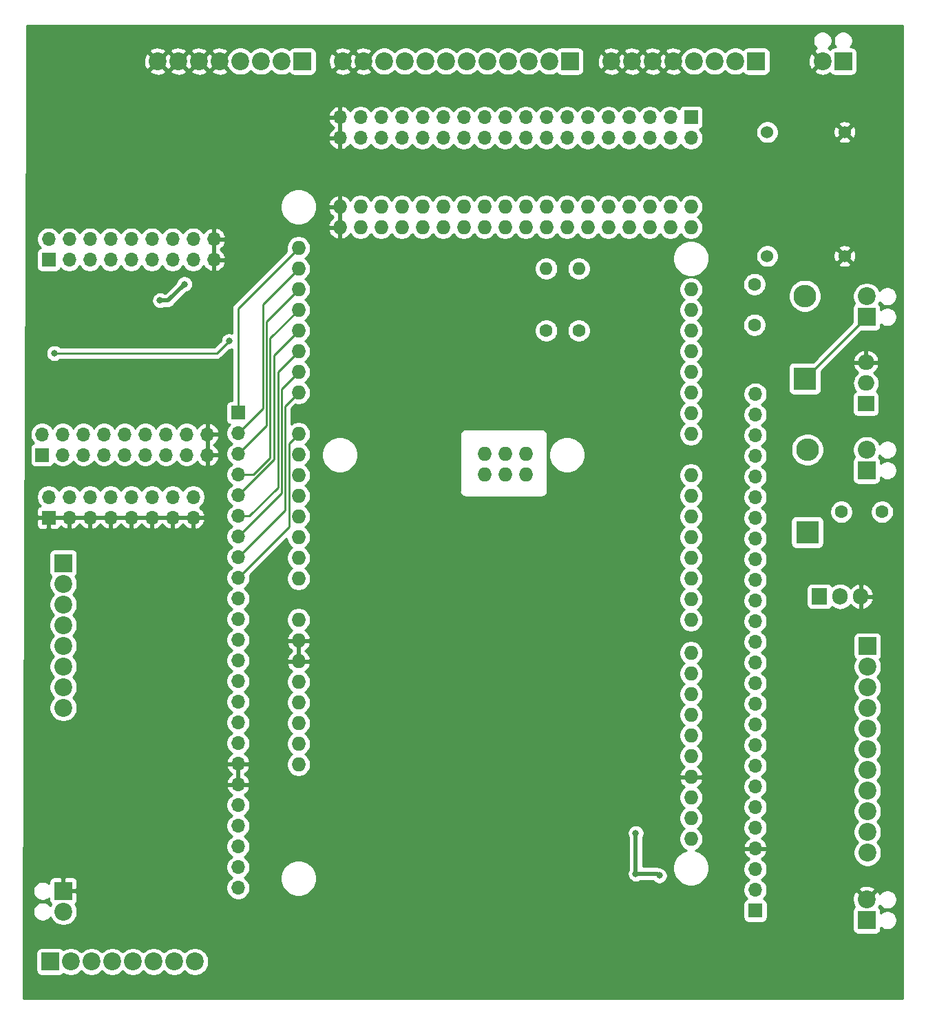
<source format=gbr>
%TF.GenerationSoftware,KiCad,Pcbnew,5.1.10-1.fc34*%
%TF.CreationDate,2021-08-02T19:45:02+02:00*%
%TF.ProjectId,domo_pool_hard,646f6d6f-5f70-46f6-9f6c-5f686172642e,rev?*%
%TF.SameCoordinates,Original*%
%TF.FileFunction,Copper,L2,Bot*%
%TF.FilePolarity,Positive*%
%FSLAX46Y46*%
G04 Gerber Fmt 4.6, Leading zero omitted, Abs format (unit mm)*
G04 Created by KiCad (PCBNEW 5.1.10-1.fc34) date 2021-08-02 19:45:02*
%MOMM*%
%LPD*%
G01*
G04 APERTURE LIST*
%TA.AperFunction,ComponentPad*%
%ADD10O,1.727200X1.727200*%
%TD*%
%TA.AperFunction,ComponentPad*%
%ADD11O,1.700000X1.700000*%
%TD*%
%TA.AperFunction,ComponentPad*%
%ADD12R,1.700000X1.700000*%
%TD*%
%TA.AperFunction,ComponentPad*%
%ADD13C,1.524000*%
%TD*%
%TA.AperFunction,ComponentPad*%
%ADD14O,1.600000X1.600000*%
%TD*%
%TA.AperFunction,ComponentPad*%
%ADD15C,1.600000*%
%TD*%
%TA.AperFunction,ComponentPad*%
%ADD16O,1.905000X2.000000*%
%TD*%
%TA.AperFunction,ComponentPad*%
%ADD17R,1.905000X2.000000*%
%TD*%
%TA.AperFunction,ComponentPad*%
%ADD18O,2.000000X1.905000*%
%TD*%
%TA.AperFunction,ComponentPad*%
%ADD19R,2.000000X1.905000*%
%TD*%
%TA.AperFunction,ComponentPad*%
%ADD20C,2.200000*%
%TD*%
%TA.AperFunction,ComponentPad*%
%ADD21R,2.200000X2.200000*%
%TD*%
%TA.AperFunction,ComponentPad*%
%ADD22O,2.800000X2.800000*%
%TD*%
%TA.AperFunction,ComponentPad*%
%ADD23R,2.800000X2.800000*%
%TD*%
%TA.AperFunction,ViaPad*%
%ADD24C,0.800000*%
%TD*%
%TA.AperFunction,Conductor*%
%ADD25C,0.250000*%
%TD*%
%TA.AperFunction,Conductor*%
%ADD26C,0.500000*%
%TD*%
%TA.AperFunction,Conductor*%
%ADD27C,0.254000*%
%TD*%
%TA.AperFunction,Conductor*%
%ADD28C,0.100000*%
%TD*%
G04 APERTURE END LIST*
D10*
%TO.P,XA1,MISO*%
%TO.N,Net-(XA1-PadMISO)*%
X94480000Y-112373000D03*
%TO.P,XA1,GND6*%
%TO.N,GND*%
X71620000Y-79480000D03*
%TO.P,XA1,GND5*%
X71620000Y-82020000D03*
%TO.P,XA1,D53*%
%TO.N,53*%
X74160000Y-79480000D03*
%TO.P,XA1,D52*%
%TO.N,52*%
X74160000Y-82020000D03*
%TO.P,XA1,D51*%
%TO.N,51*%
X76700000Y-79480000D03*
%TO.P,XA1,D50*%
%TO.N,50*%
X76700000Y-82020000D03*
%TO.P,XA1,D49*%
%TO.N,49*%
X79240000Y-79480000D03*
%TO.P,XA1,D48*%
%TO.N,48*%
X79240000Y-82020000D03*
%TO.P,XA1,D47*%
%TO.N,47*%
X81780000Y-79480000D03*
%TO.P,XA1,D46*%
%TO.N,46*%
X81780000Y-82020000D03*
%TO.P,XA1,D45*%
%TO.N,45*%
X84320000Y-79480000D03*
%TO.P,XA1,D44*%
%TO.N,44*%
X84320000Y-82020000D03*
%TO.P,XA1,D43*%
%TO.N,43*%
X86860000Y-79480000D03*
%TO.P,XA1,D42*%
%TO.N,42*%
X86860000Y-82020000D03*
%TO.P,XA1,D41*%
%TO.N,41*%
X89400000Y-79480000D03*
%TO.P,XA1,D40*%
%TO.N,40*%
X89400000Y-82020000D03*
%TO.P,XA1,D39*%
%TO.N,39*%
X91940000Y-79480000D03*
%TO.P,XA1,D38*%
%TO.N,38*%
X91940000Y-82020000D03*
%TO.P,XA1,D37*%
%TO.N,37*%
X94480000Y-79480000D03*
%TO.P,XA1,D36*%
%TO.N,36*%
X94480000Y-82020000D03*
%TO.P,XA1,D35*%
%TO.N,35*%
X97020000Y-79480000D03*
%TO.P,XA1,D34*%
%TO.N,34*%
X97020000Y-82020000D03*
%TO.P,XA1,D33*%
%TO.N,33*%
X99560000Y-79480000D03*
%TO.P,XA1,D32*%
%TO.N,32*%
X99560000Y-82020000D03*
%TO.P,XA1,D31*%
%TO.N,31*%
X102100000Y-79480000D03*
%TO.P,XA1,D30*%
%TO.N,30*%
X102100000Y-82020000D03*
%TO.P,XA1,D29*%
%TO.N,29*%
X104640000Y-79480000D03*
%TO.P,XA1,D28*%
%TO.N,28*%
X104640000Y-82020000D03*
%TO.P,XA1,D27*%
%TO.N,27*%
X107180000Y-79480000D03*
%TO.P,XA1,D26*%
%TO.N,26*%
X107180000Y-82020000D03*
%TO.P,XA1,D25*%
%TO.N,25*%
X109720000Y-79480000D03*
%TO.P,XA1,D24*%
%TO.N,24*%
X109720000Y-82020000D03*
%TO.P,XA1,D23*%
%TO.N,23*%
X112260000Y-79480000D03*
%TO.P,XA1,D22*%
%TO.N,22*%
X112260000Y-82020000D03*
%TO.P,XA1,5V4*%
%TO.N,VCC*%
X114800000Y-79480000D03*
%TO.P,XA1,5V3*%
X114800000Y-82020000D03*
%TO.P,XA1,A15*%
%TO.N,A15*%
X66540000Y-84560000D03*
%TO.P,XA1,A14*%
%TO.N,A14*%
X66540000Y-87100000D03*
%TO.P,XA1,A13*%
%TO.N,A13*%
X66540000Y-89640000D03*
%TO.P,XA1,A12*%
%TO.N,A12*%
X66540000Y-92180000D03*
%TO.P,XA1,A11*%
%TO.N,A11*%
X66540000Y-94720000D03*
%TO.P,XA1,A10*%
%TO.N,A10*%
X66540000Y-97260000D03*
%TO.P,XA1,A9*%
%TO.N,A9*%
X66540000Y-99800000D03*
%TO.P,XA1,A8*%
%TO.N,A8*%
X66540000Y-102340000D03*
%TO.P,XA1,A7*%
%TO.N,A7*%
X66540000Y-107420000D03*
%TO.P,XA1,A6*%
%TO.N,A6*%
X66540000Y-109960000D03*
%TO.P,XA1,A5*%
%TO.N,A5*%
X66540000Y-112500000D03*
%TO.P,XA1,A4*%
%TO.N,A4*%
X66540000Y-115040000D03*
%TO.P,XA1,A3*%
%TO.N,A3*%
X66540000Y-117580000D03*
%TO.P,XA1,A2*%
%TO.N,A2*%
X66540000Y-120120000D03*
%TO.P,XA1,A1*%
%TO.N,A1*%
X66540000Y-122660000D03*
%TO.P,XA1,*%
%TO.N,*%
X66540000Y-148060000D03*
%TO.P,XA1,D11*%
%TO.N,11*%
X114800000Y-141964000D03*
%TO.P,XA1,D12*%
%TO.N,12*%
X114800000Y-144504000D03*
%TO.P,XA1,D13*%
%TO.N,13*%
X114800000Y-147044000D03*
%TO.P,XA1,AREF*%
%TO.N,Aref*%
X114800000Y-152124000D03*
%TO.P,XA1,SDA*%
%TO.N,sda*%
X114800000Y-154664000D03*
%TO.P,XA1,SCL*%
%TO.N,scl*%
X114800000Y-157204000D03*
%TO.P,XA1,D10*%
%TO.N,10*%
X114800000Y-139424000D03*
%TO.P,XA1,D9*%
%TO.N,9*%
X114800000Y-136884000D03*
%TO.P,XA1,D8*%
%TO.N,8*%
X114800000Y-134344000D03*
%TO.P,XA1,GND1*%
%TO.N,GND*%
X114800000Y-149584000D03*
%TO.P,XA1,D7*%
%TO.N,7*%
X114800000Y-130280000D03*
%TO.P,XA1,D6*%
%TO.N,6*%
X114800000Y-127740000D03*
%TO.P,XA1,D5*%
%TO.N,5*%
X114800000Y-125200000D03*
%TO.P,XA1,D4*%
%TO.N,4*%
X114800000Y-122660000D03*
%TO.P,XA1,D3*%
%TO.N,3*%
X114800000Y-120120000D03*
%TO.P,XA1,D2*%
%TO.N,2*%
X114800000Y-117580000D03*
%TO.P,XA1,D1*%
%TO.N,1*%
X114800000Y-115040000D03*
%TO.P,XA1,D0*%
%TO.N,0*%
X114800000Y-112500000D03*
%TO.P,XA1,D14*%
%TO.N,14*%
X114800000Y-107420000D03*
%TO.P,XA1,D15*%
%TO.N,15*%
X114800000Y-104880000D03*
%TO.P,XA1,D16*%
%TO.N,16*%
X114800000Y-102340000D03*
%TO.P,XA1,D17*%
%TO.N,17*%
X114800000Y-99800000D03*
%TO.P,XA1,D18*%
%TO.N,18*%
X114800000Y-97260000D03*
%TO.P,XA1,D19*%
%TO.N,19*%
X114800000Y-94720000D03*
%TO.P,XA1,D20*%
%TO.N,20*%
X114800000Y-92180000D03*
%TO.P,XA1,D21*%
%TO.N,21*%
X114800000Y-89640000D03*
%TO.P,XA1,IORF*%
%TO.N,Net-(XA1-PadIORF)*%
X66540000Y-145520000D03*
%TO.P,XA1,RST1*%
%TO.N,RST*%
X66540000Y-142980000D03*
%TO.P,XA1,3V3*%
%TO.N,3v3*%
X66540000Y-140440000D03*
%TO.P,XA1,5V1*%
%TO.N,VCC*%
X66540000Y-137900000D03*
%TO.P,XA1,GND2*%
%TO.N,GND*%
X66540000Y-135360000D03*
%TO.P,XA1,GND3*%
X66540000Y-132820000D03*
%TO.P,XA1,VIN*%
%TO.N,vin*%
X66540000Y-130280000D03*
%TO.P,XA1,A0*%
%TO.N,A0*%
X66540000Y-125200000D03*
%TO.P,XA1,5V2*%
%TO.N,Net-(XA1-Pad5V2)*%
X94480000Y-109833000D03*
%TO.P,XA1,SCK*%
%TO.N,Net-(XA1-PadSCK)*%
X91940000Y-112373000D03*
%TO.P,XA1,MOSI*%
%TO.N,Net-(XA1-PadMOSI)*%
X91940000Y-109833000D03*
%TO.P,XA1,GND4*%
%TO.N,Net-(XA1-PadGND4)*%
X89400000Y-109833000D03*
%TO.P,XA1,RST2*%
%TO.N,Net-(XA1-PadRST2)*%
X89400000Y-112373000D03*
%TD*%
D11*
%TO.P,J17,16*%
%TO.N,VCC*%
X53580000Y-115160000D03*
%TO.P,J17,15*%
%TO.N,GND*%
X53580000Y-117700000D03*
%TO.P,J17,14*%
%TO.N,VCC*%
X51040000Y-115160000D03*
%TO.P,J17,13*%
%TO.N,GND*%
X51040000Y-117700000D03*
%TO.P,J17,12*%
%TO.N,VCC*%
X48500000Y-115160000D03*
%TO.P,J17,11*%
%TO.N,GND*%
X48500000Y-117700000D03*
%TO.P,J17,10*%
%TO.N,VCC*%
X45960000Y-115160000D03*
%TO.P,J17,9*%
%TO.N,GND*%
X45960000Y-117700000D03*
%TO.P,J17,8*%
%TO.N,VCC*%
X43420000Y-115160000D03*
%TO.P,J17,7*%
%TO.N,GND*%
X43420000Y-117700000D03*
%TO.P,J17,6*%
%TO.N,VCC*%
X40880000Y-115160000D03*
%TO.P,J17,5*%
%TO.N,GND*%
X40880000Y-117700000D03*
%TO.P,J17,4*%
%TO.N,VCC*%
X38340000Y-115160000D03*
%TO.P,J17,3*%
%TO.N,GND*%
X38340000Y-117700000D03*
%TO.P,J17,2*%
%TO.N,VCC*%
X35800000Y-115160000D03*
D12*
%TO.P,J17,1*%
%TO.N,GND*%
X35800000Y-117700000D03*
%TD*%
D13*
%TO.P,U1,3*%
%TO.N,GND*%
X133695000Y-85555000D03*
%TO.P,U1,4*%
%TO.N,VCC*%
X124170000Y-85555000D03*
%TO.P,U1,2*%
%TO.N,+12V*%
X124170000Y-70315000D03*
%TO.P,U1,1*%
%TO.N,GND*%
X133695000Y-70315000D03*
%TD*%
D14*
%TO.P,R2,2*%
%TO.N,35*%
X97000000Y-87080000D03*
D15*
%TO.P,R2,1*%
%TO.N,Net-(Q2-Pad1)*%
X97000000Y-94700000D03*
%TD*%
D14*
%TO.P,R1,2*%
%TO.N,34*%
X101000000Y-87080000D03*
D15*
%TO.P,R1,1*%
%TO.N,Net-(Q1-Pad1)*%
X101000000Y-94700000D03*
%TD*%
D16*
%TO.P,Q2,3*%
%TO.N,GND*%
X135680000Y-127400000D03*
%TO.P,Q2,2*%
%TO.N,Net-(C2-Pad2)*%
X133140000Y-127400000D03*
D17*
%TO.P,Q2,1*%
%TO.N,Net-(Q2-Pad1)*%
X130600000Y-127400000D03*
%TD*%
D18*
%TO.P,Q1,3*%
%TO.N,GND*%
X136300000Y-98620000D03*
%TO.P,Q1,2*%
%TO.N,Net-(C1-Pad2)*%
X136300000Y-101160000D03*
D19*
%TO.P,Q1,1*%
%TO.N,Net-(Q1-Pad1)*%
X136300000Y-103700000D03*
%TD*%
D11*
%TO.P,J16,18*%
%TO.N,GND*%
X55320000Y-107460000D03*
%TO.P,J16,17*%
X55320000Y-110000000D03*
%TO.P,J16,16*%
%TO.N,Net-(J16-Pad16)*%
X52780000Y-107460000D03*
%TO.P,J16,15*%
%TO.N,Net-(J16-Pad15)*%
X52780000Y-110000000D03*
%TO.P,J16,14*%
%TO.N,Net-(J16-Pad14)*%
X50240000Y-107460000D03*
%TO.P,J16,13*%
%TO.N,Net-(J16-Pad13)*%
X50240000Y-110000000D03*
%TO.P,J16,12*%
%TO.N,Net-(J16-Pad12)*%
X47700000Y-107460000D03*
%TO.P,J16,11*%
%TO.N,Net-(J16-Pad11)*%
X47700000Y-110000000D03*
%TO.P,J16,10*%
%TO.N,Net-(J16-Pad10)*%
X45160000Y-107460000D03*
%TO.P,J16,9*%
%TO.N,Net-(J16-Pad9)*%
X45160000Y-110000000D03*
%TO.P,J16,8*%
%TO.N,Net-(J16-Pad8)*%
X42620000Y-107460000D03*
%TO.P,J16,7*%
%TO.N,Net-(J16-Pad7)*%
X42620000Y-110000000D03*
%TO.P,J16,6*%
%TO.N,Net-(J16-Pad6)*%
X40080000Y-107460000D03*
%TO.P,J16,5*%
%TO.N,Net-(J16-Pad5)*%
X40080000Y-110000000D03*
%TO.P,J16,4*%
%TO.N,Net-(J16-Pad4)*%
X37540000Y-107460000D03*
%TO.P,J16,3*%
%TO.N,Net-(J16-Pad3)*%
X37540000Y-110000000D03*
%TO.P,J16,2*%
%TO.N,Net-(J16-Pad2)*%
X35000000Y-107460000D03*
D12*
%TO.P,J16,1*%
%TO.N,Net-(J16-Pad1)*%
X35000000Y-110000000D03*
%TD*%
D11*
%TO.P,J15,18*%
%TO.N,GND*%
X56120000Y-83460000D03*
%TO.P,J15,17*%
X56120000Y-86000000D03*
%TO.P,J15,16*%
%TO.N,Net-(J15-Pad16)*%
X53580000Y-83460000D03*
%TO.P,J15,15*%
%TO.N,Net-(J15-Pad15)*%
X53580000Y-86000000D03*
%TO.P,J15,14*%
%TO.N,Net-(J15-Pad14)*%
X51040000Y-83460000D03*
%TO.P,J15,13*%
%TO.N,Net-(J15-Pad13)*%
X51040000Y-86000000D03*
%TO.P,J15,12*%
%TO.N,Net-(J15-Pad12)*%
X48500000Y-83460000D03*
%TO.P,J15,11*%
%TO.N,Net-(J15-Pad11)*%
X48500000Y-86000000D03*
%TO.P,J15,10*%
%TO.N,Net-(J15-Pad10)*%
X45960000Y-83460000D03*
%TO.P,J15,9*%
%TO.N,Net-(J15-Pad9)*%
X45960000Y-86000000D03*
%TO.P,J15,8*%
%TO.N,Net-(J15-Pad8)*%
X43420000Y-83460000D03*
%TO.P,J15,7*%
%TO.N,Net-(J15-Pad7)*%
X43420000Y-86000000D03*
%TO.P,J15,6*%
%TO.N,Net-(J15-Pad6)*%
X40880000Y-83460000D03*
%TO.P,J15,5*%
%TO.N,Net-(J15-Pad5)*%
X40880000Y-86000000D03*
%TO.P,J15,4*%
%TO.N,Net-(J15-Pad4)*%
X38340000Y-83460000D03*
%TO.P,J15,3*%
%TO.N,Net-(J15-Pad3)*%
X38340000Y-86000000D03*
%TO.P,J15,2*%
%TO.N,Net-(J15-Pad2)*%
X35800000Y-83460000D03*
D12*
%TO.P,J15,1*%
%TO.N,Net-(J15-Pad1)*%
X35800000Y-86000000D03*
%TD*%
D20*
%TO.P,J14,11*%
%TO.N,12*%
X136500000Y-158900000D03*
%TO.P,J14,10*%
%TO.N,11*%
X136500000Y-156360000D03*
%TO.P,J14,9*%
%TO.N,10*%
X136500000Y-153820000D03*
%TO.P,J14,8*%
%TO.N,9*%
X136500000Y-151280000D03*
%TO.P,J14,7*%
%TO.N,8*%
X136500000Y-148740000D03*
%TO.P,J14,6*%
%TO.N,7*%
X136500000Y-146200000D03*
%TO.P,J14,5*%
%TO.N,6*%
X136500000Y-143660000D03*
%TO.P,J14,4*%
%TO.N,5*%
X136500000Y-141120000D03*
%TO.P,J14,3*%
%TO.N,4*%
X136500000Y-138580000D03*
%TO.P,J14,2*%
%TO.N,3*%
X136500000Y-136040000D03*
D21*
%TO.P,J14,1*%
%TO.N,2*%
X136500000Y-133500000D03*
%TD*%
D20*
%TO.P,J13,2*%
%TO.N,GND*%
X136400000Y-164660000D03*
D21*
%TO.P,J13,1*%
%TO.N,VCC*%
X136400000Y-167200000D03*
%TD*%
D20*
%TO.P,J12,12*%
%TO.N,GND*%
X71960000Y-61600000D03*
%TO.P,J12,11*%
X74500000Y-61600000D03*
%TO.P,J12,10*%
%TO.N,53*%
X77040000Y-61600000D03*
%TO.P,J12,9*%
%TO.N,52*%
X79580000Y-61600000D03*
%TO.P,J12,8*%
%TO.N,51*%
X82120000Y-61600000D03*
%TO.P,J12,7*%
%TO.N,50*%
X84660000Y-61600000D03*
%TO.P,J12,6*%
%TO.N,49*%
X87200000Y-61600000D03*
%TO.P,J12,5*%
%TO.N,48*%
X89740000Y-61600000D03*
%TO.P,J12,4*%
%TO.N,47*%
X92280000Y-61600000D03*
%TO.P,J12,3*%
%TO.N,46*%
X94820000Y-61600000D03*
%TO.P,J12,2*%
%TO.N,45*%
X97360000Y-61600000D03*
D21*
%TO.P,J12,1*%
%TO.N,44*%
X99900000Y-61600000D03*
%TD*%
D11*
%TO.P,J11,26*%
%TO.N,21*%
X122700000Y-102520000D03*
%TO.P,J11,25*%
%TO.N,20*%
X122700000Y-105060000D03*
%TO.P,J11,24*%
%TO.N,19*%
X122700000Y-107600000D03*
%TO.P,J11,23*%
%TO.N,18*%
X122700000Y-110140000D03*
%TO.P,J11,22*%
%TO.N,17*%
X122700000Y-112680000D03*
%TO.P,J11,21*%
%TO.N,16*%
X122700000Y-115220000D03*
%TO.P,J11,20*%
%TO.N,15*%
X122700000Y-117760000D03*
%TO.P,J11,19*%
%TO.N,14*%
X122700000Y-120300000D03*
%TO.P,J11,18*%
%TO.N,0*%
X122700000Y-122840000D03*
%TO.P,J11,17*%
%TO.N,1*%
X122700000Y-125380000D03*
%TO.P,J11,16*%
%TO.N,2*%
X122700000Y-127920000D03*
%TO.P,J11,15*%
%TO.N,3*%
X122700000Y-130460000D03*
%TO.P,J11,14*%
%TO.N,4*%
X122700000Y-133000000D03*
%TO.P,J11,13*%
%TO.N,5*%
X122700000Y-135540000D03*
%TO.P,J11,12*%
%TO.N,6*%
X122700000Y-138080000D03*
%TO.P,J11,11*%
%TO.N,7*%
X122700000Y-140620000D03*
%TO.P,J11,10*%
%TO.N,8*%
X122700000Y-143160000D03*
%TO.P,J11,9*%
%TO.N,9*%
X122700000Y-145700000D03*
%TO.P,J11,8*%
%TO.N,10*%
X122700000Y-148240000D03*
%TO.P,J11,7*%
%TO.N,11*%
X122700000Y-150780000D03*
%TO.P,J11,6*%
%TO.N,12*%
X122700000Y-153320000D03*
%TO.P,J11,5*%
%TO.N,13*%
X122700000Y-155860000D03*
%TO.P,J11,4*%
%TO.N,GND*%
X122700000Y-158400000D03*
%TO.P,J11,3*%
%TO.N,Aref*%
X122700000Y-160940000D03*
%TO.P,J11,2*%
%TO.N,sda*%
X122700000Y-163480000D03*
D12*
%TO.P,J11,1*%
%TO.N,scl*%
X122700000Y-166020000D03*
%TD*%
D20*
%TO.P,J10,8*%
%TO.N,A0*%
X53780000Y-172300000D03*
%TO.P,J10,7*%
%TO.N,A1*%
X51240000Y-172300000D03*
%TO.P,J10,6*%
%TO.N,A2*%
X48700000Y-172300000D03*
%TO.P,J10,5*%
%TO.N,A3*%
X46160000Y-172300000D03*
%TO.P,J10,4*%
%TO.N,A4*%
X43620000Y-172300000D03*
%TO.P,J10,3*%
%TO.N,A5*%
X41080000Y-172300000D03*
%TO.P,J10,2*%
%TO.N,A6*%
X38540000Y-172300000D03*
D21*
%TO.P,J10,1*%
%TO.N,A7*%
X36000000Y-172300000D03*
%TD*%
D20*
%TO.P,J9,2*%
%TO.N,VCC*%
X37600000Y-166140000D03*
D21*
%TO.P,J9,1*%
%TO.N,GND*%
X37600000Y-163600000D03*
%TD*%
D20*
%TO.P,J8,8*%
%TO.N,GND*%
X105020000Y-61600000D03*
%TO.P,J8,7*%
X107560000Y-61600000D03*
%TO.P,J8,6*%
X110100000Y-61600000D03*
%TO.P,J8,5*%
X112640000Y-61600000D03*
%TO.P,J8,4*%
%TO.N,+12V*%
X115180000Y-61600000D03*
%TO.P,J8,3*%
X117720000Y-61600000D03*
%TO.P,J8,2*%
X120260000Y-61600000D03*
D21*
%TO.P,J8,1*%
X122800000Y-61600000D03*
%TD*%
D20*
%TO.P,J7,8*%
%TO.N,GND*%
X49220000Y-61600000D03*
%TO.P,J7,7*%
X51760000Y-61600000D03*
%TO.P,J7,6*%
X54300000Y-61600000D03*
%TO.P,J7,5*%
X56840000Y-61600000D03*
%TO.P,J7,4*%
%TO.N,VCC*%
X59380000Y-61600000D03*
%TO.P,J7,3*%
X61920000Y-61600000D03*
%TO.P,J7,2*%
X64460000Y-61600000D03*
D21*
%TO.P,J7,1*%
X67000000Y-61600000D03*
%TD*%
D20*
%TO.P,J6,2*%
%TO.N,Net-(C2-Pad2)*%
X136400000Y-109360000D03*
D21*
%TO.P,J6,1*%
%TO.N,+12V*%
X136400000Y-111900000D03*
%TD*%
D20*
%TO.P,J5,2*%
%TO.N,Net-(C1-Pad2)*%
X136400000Y-90500000D03*
D21*
%TO.P,J5,1*%
%TO.N,+12V*%
X136400000Y-93040000D03*
%TD*%
D20*
%TO.P,J4,8*%
%TO.N,Net-(J4-Pad5)*%
X37600000Y-141080000D03*
%TO.P,J4,7*%
X37600000Y-138540000D03*
%TO.P,J4,6*%
X37600000Y-136000000D03*
%TO.P,J4,5*%
X37600000Y-133460000D03*
%TO.P,J4,4*%
%TO.N,VCC*%
X37600000Y-130920000D03*
%TO.P,J4,3*%
X37600000Y-128380000D03*
%TO.P,J4,2*%
X37600000Y-125840000D03*
D21*
%TO.P,J4,1*%
X37600000Y-123300000D03*
%TD*%
D11*
%TO.P,J3,36*%
%TO.N,GND*%
X71620000Y-71040000D03*
%TO.P,J3,35*%
X71620000Y-68500000D03*
%TO.P,J3,34*%
%TO.N,53*%
X74160000Y-71040000D03*
%TO.P,J3,33*%
%TO.N,52*%
X74160000Y-68500000D03*
%TO.P,J3,32*%
%TO.N,51*%
X76700000Y-71040000D03*
%TO.P,J3,31*%
%TO.N,50*%
X76700000Y-68500000D03*
%TO.P,J3,30*%
%TO.N,49*%
X79240000Y-71040000D03*
%TO.P,J3,29*%
%TO.N,48*%
X79240000Y-68500000D03*
%TO.P,J3,28*%
%TO.N,47*%
X81780000Y-71040000D03*
%TO.P,J3,27*%
%TO.N,46*%
X81780000Y-68500000D03*
%TO.P,J3,26*%
%TO.N,45*%
X84320000Y-71040000D03*
%TO.P,J3,25*%
%TO.N,44*%
X84320000Y-68500000D03*
%TO.P,J3,24*%
%TO.N,43*%
X86860000Y-71040000D03*
%TO.P,J3,23*%
%TO.N,42*%
X86860000Y-68500000D03*
%TO.P,J3,22*%
%TO.N,41*%
X89400000Y-71040000D03*
%TO.P,J3,21*%
%TO.N,40*%
X89400000Y-68500000D03*
%TO.P,J3,20*%
%TO.N,39*%
X91940000Y-71040000D03*
%TO.P,J3,19*%
%TO.N,38*%
X91940000Y-68500000D03*
%TO.P,J3,18*%
%TO.N,37*%
X94480000Y-71040000D03*
%TO.P,J3,17*%
%TO.N,36*%
X94480000Y-68500000D03*
%TO.P,J3,16*%
%TO.N,35*%
X97020000Y-71040000D03*
%TO.P,J3,15*%
%TO.N,34*%
X97020000Y-68500000D03*
%TO.P,J3,14*%
%TO.N,33*%
X99560000Y-71040000D03*
%TO.P,J3,13*%
%TO.N,32*%
X99560000Y-68500000D03*
%TO.P,J3,12*%
%TO.N,31*%
X102100000Y-71040000D03*
%TO.P,J3,11*%
%TO.N,30*%
X102100000Y-68500000D03*
%TO.P,J3,10*%
%TO.N,29*%
X104640000Y-71040000D03*
%TO.P,J3,9*%
%TO.N,28*%
X104640000Y-68500000D03*
%TO.P,J3,8*%
%TO.N,27*%
X107180000Y-71040000D03*
%TO.P,J3,7*%
%TO.N,26*%
X107180000Y-68500000D03*
%TO.P,J3,6*%
%TO.N,25*%
X109720000Y-71040000D03*
%TO.P,J3,5*%
%TO.N,24*%
X109720000Y-68500000D03*
%TO.P,J3,4*%
%TO.N,23*%
X112260000Y-71040000D03*
%TO.P,J3,3*%
%TO.N,22*%
X112260000Y-68500000D03*
%TO.P,J3,2*%
%TO.N,VCC*%
X114800000Y-71040000D03*
D12*
%TO.P,J3,1*%
X114800000Y-68500000D03*
%TD*%
D11*
%TO.P,J2,24*%
%TO.N,Net-(J2-Pad24)*%
X59100000Y-163220000D03*
%TO.P,J2,23*%
%TO.N,VCC*%
X59100000Y-160680000D03*
%TO.P,J2,22*%
%TO.N,RST*%
X59100000Y-158140000D03*
%TO.P,J2,21*%
%TO.N,3v3*%
X59100000Y-155600000D03*
%TO.P,J2,20*%
%TO.N,VCC*%
X59100000Y-153060000D03*
%TO.P,J2,19*%
%TO.N,GND*%
X59100000Y-150520000D03*
%TO.P,J2,18*%
X59100000Y-147980000D03*
%TO.P,J2,17*%
%TO.N,vin*%
X59100000Y-145440000D03*
%TO.P,J2,16*%
%TO.N,A0*%
X59100000Y-142900000D03*
%TO.P,J2,15*%
%TO.N,A1*%
X59100000Y-140360000D03*
%TO.P,J2,14*%
%TO.N,A2*%
X59100000Y-137820000D03*
%TO.P,J2,13*%
%TO.N,A3*%
X59100000Y-135280000D03*
%TO.P,J2,12*%
%TO.N,A4*%
X59100000Y-132740000D03*
%TO.P,J2,11*%
%TO.N,A5*%
X59100000Y-130200000D03*
%TO.P,J2,10*%
%TO.N,A6*%
X59100000Y-127660000D03*
%TO.P,J2,9*%
%TO.N,A7*%
X59100000Y-125120000D03*
%TO.P,J2,8*%
%TO.N,A8*%
X59100000Y-122580000D03*
%TO.P,J2,7*%
%TO.N,A9*%
X59100000Y-120040000D03*
%TO.P,J2,6*%
%TO.N,A10*%
X59100000Y-117500000D03*
%TO.P,J2,5*%
%TO.N,A11*%
X59100000Y-114960000D03*
%TO.P,J2,4*%
%TO.N,A12*%
X59100000Y-112420000D03*
%TO.P,J2,3*%
%TO.N,A13*%
X59100000Y-109880000D03*
%TO.P,J2,2*%
%TO.N,A14*%
X59100000Y-107340000D03*
D12*
%TO.P,J2,1*%
%TO.N,A15*%
X59100000Y-104800000D03*
%TD*%
D20*
%TO.P,J1,2*%
%TO.N,GND*%
X130960000Y-61600000D03*
D21*
%TO.P,J1,1*%
%TO.N,+12V*%
X133500000Y-61600000D03*
%TD*%
D22*
%TO.P,D2,2*%
%TO.N,Net-(C2-Pad2)*%
X129100000Y-109340000D03*
D23*
%TO.P,D2,1*%
%TO.N,+12V*%
X129100000Y-119500000D03*
%TD*%
D22*
%TO.P,D1,2*%
%TO.N,Net-(C1-Pad2)*%
X128800000Y-90440000D03*
D23*
%TO.P,D1,1*%
%TO.N,+12V*%
X128800000Y-100600000D03*
%TD*%
D15*
%TO.P,C2,2*%
%TO.N,Net-(C2-Pad2)*%
X138300000Y-117000000D03*
%TO.P,C2,1*%
%TO.N,+12V*%
X133300000Y-117000000D03*
%TD*%
%TO.P,C1,2*%
%TO.N,Net-(C1-Pad2)*%
X122600000Y-89000000D03*
%TO.P,C1,1*%
%TO.N,+12V*%
X122600000Y-94000000D03*
%TD*%
D24*
%TO.N,GND*%
X34000000Y-90500000D03*
%TO.N,sda*%
X58000000Y-96000000D03*
X36500000Y-97500000D03*
%TO.N,VCC*%
X108000000Y-161500000D03*
X110900000Y-161712500D03*
X49500000Y-91000000D03*
X52500000Y-89000000D03*
X108000000Y-156500000D03*
%TO.N,GND*%
X42000000Y-75500000D03*
X35000000Y-63000000D03*
X42000000Y-99500000D03*
%TD*%
D25*
%TO.N,sda*%
X56500000Y-97500000D02*
X36500000Y-97500000D01*
X58000000Y-96000000D02*
X56500000Y-97500000D01*
D26*
%TO.N,VCC*%
X50500000Y-91000000D02*
X52500000Y-89000000D01*
X49500000Y-91000000D02*
X50500000Y-91000000D01*
X108000000Y-161500000D02*
X108000000Y-156500000D01*
X110687500Y-161500000D02*
X110900000Y-161712500D01*
X108000000Y-161500000D02*
X110687500Y-161500000D01*
D25*
%TO.N,+12V*%
X128840000Y-100600000D02*
X136400000Y-93040000D01*
X128800000Y-100600000D02*
X128840000Y-100600000D01*
%TO.N,A7*%
X59100000Y-125120000D02*
X65351399Y-118868601D01*
X65351399Y-108608601D02*
X66540000Y-107420000D01*
X65351399Y-118868601D02*
X65351399Y-108608601D01*
%TO.N,A8*%
X59100000Y-122580000D02*
X64901389Y-116778611D01*
X64901389Y-103978611D02*
X66540000Y-102340000D01*
X64901389Y-116778611D02*
X64901389Y-103978611D01*
%TO.N,A9*%
X66540000Y-99800000D02*
X64451379Y-101888621D01*
X64451379Y-114688621D02*
X59100000Y-120040000D01*
X64451379Y-101888621D02*
X64451379Y-114688621D01*
%TO.N,A10*%
X59100000Y-117500000D02*
X60500000Y-117500000D01*
X64001369Y-99798631D02*
X66540000Y-97260000D01*
X64001369Y-113998631D02*
X64001369Y-99798631D01*
X60500000Y-117500000D02*
X64001369Y-113998631D01*
%TO.N,A11*%
X66540000Y-94720000D02*
X63500000Y-97760000D01*
X63500000Y-110560000D02*
X59100000Y-114960000D01*
X63500000Y-97760000D02*
X63500000Y-110560000D01*
%TO.N,A12*%
X59100000Y-112420000D02*
X61003590Y-112420000D01*
X63049990Y-95670010D02*
X66540000Y-92180000D01*
X63049990Y-110373600D02*
X63049990Y-95670010D01*
X61003590Y-112420000D02*
X63049990Y-110373600D01*
%TO.N,A13*%
X66540000Y-89640000D02*
X62599980Y-93580020D01*
X62599980Y-106380020D02*
X59100000Y-109880000D01*
X62599980Y-93580020D02*
X62599980Y-106380020D01*
%TO.N,A14*%
X62149971Y-104290029D02*
X62149971Y-91490029D01*
X62149971Y-91490029D02*
X66540000Y-87100000D01*
X59100000Y-107340000D02*
X62149971Y-104290029D01*
%TO.N,A15*%
X59100000Y-92000000D02*
X59100000Y-104800000D01*
X66540000Y-84560000D02*
X59100000Y-92000000D01*
%TD*%
D27*
%TO.N,GND*%
X140840000Y-176840000D02*
X32662733Y-176840000D01*
X32686038Y-171200000D01*
X34261928Y-171200000D01*
X34261928Y-173400000D01*
X34274188Y-173524482D01*
X34310498Y-173644180D01*
X34369463Y-173754494D01*
X34448815Y-173851185D01*
X34545506Y-173930537D01*
X34655820Y-173989502D01*
X34775518Y-174025812D01*
X34900000Y-174038072D01*
X37100000Y-174038072D01*
X37224482Y-174025812D01*
X37344180Y-173989502D01*
X37454494Y-173930537D01*
X37551185Y-173851185D01*
X37617557Y-173770310D01*
X37718169Y-173837537D01*
X38033919Y-173968325D01*
X38369117Y-174035000D01*
X38710883Y-174035000D01*
X39046081Y-173968325D01*
X39361831Y-173837537D01*
X39645998Y-173647663D01*
X39810000Y-173483661D01*
X39974002Y-173647663D01*
X40258169Y-173837537D01*
X40573919Y-173968325D01*
X40909117Y-174035000D01*
X41250883Y-174035000D01*
X41586081Y-173968325D01*
X41901831Y-173837537D01*
X42185998Y-173647663D01*
X42350000Y-173483661D01*
X42514002Y-173647663D01*
X42798169Y-173837537D01*
X43113919Y-173968325D01*
X43449117Y-174035000D01*
X43790883Y-174035000D01*
X44126081Y-173968325D01*
X44441831Y-173837537D01*
X44725998Y-173647663D01*
X44890000Y-173483661D01*
X45054002Y-173647663D01*
X45338169Y-173837537D01*
X45653919Y-173968325D01*
X45989117Y-174035000D01*
X46330883Y-174035000D01*
X46666081Y-173968325D01*
X46981831Y-173837537D01*
X47265998Y-173647663D01*
X47430000Y-173483661D01*
X47594002Y-173647663D01*
X47878169Y-173837537D01*
X48193919Y-173968325D01*
X48529117Y-174035000D01*
X48870883Y-174035000D01*
X49206081Y-173968325D01*
X49521831Y-173837537D01*
X49805998Y-173647663D01*
X49970000Y-173483661D01*
X50134002Y-173647663D01*
X50418169Y-173837537D01*
X50733919Y-173968325D01*
X51069117Y-174035000D01*
X51410883Y-174035000D01*
X51746081Y-173968325D01*
X52061831Y-173837537D01*
X52345998Y-173647663D01*
X52510000Y-173483661D01*
X52674002Y-173647663D01*
X52958169Y-173837537D01*
X53273919Y-173968325D01*
X53609117Y-174035000D01*
X53950883Y-174035000D01*
X54286081Y-173968325D01*
X54601831Y-173837537D01*
X54885998Y-173647663D01*
X55127663Y-173405998D01*
X55317537Y-173121831D01*
X55448325Y-172806081D01*
X55515000Y-172470883D01*
X55515000Y-172129117D01*
X55448325Y-171793919D01*
X55317537Y-171478169D01*
X55127663Y-171194002D01*
X54885998Y-170952337D01*
X54601831Y-170762463D01*
X54286081Y-170631675D01*
X53950883Y-170565000D01*
X53609117Y-170565000D01*
X53273919Y-170631675D01*
X52958169Y-170762463D01*
X52674002Y-170952337D01*
X52510000Y-171116339D01*
X52345998Y-170952337D01*
X52061831Y-170762463D01*
X51746081Y-170631675D01*
X51410883Y-170565000D01*
X51069117Y-170565000D01*
X50733919Y-170631675D01*
X50418169Y-170762463D01*
X50134002Y-170952337D01*
X49970000Y-171116339D01*
X49805998Y-170952337D01*
X49521831Y-170762463D01*
X49206081Y-170631675D01*
X48870883Y-170565000D01*
X48529117Y-170565000D01*
X48193919Y-170631675D01*
X47878169Y-170762463D01*
X47594002Y-170952337D01*
X47430000Y-171116339D01*
X47265998Y-170952337D01*
X46981831Y-170762463D01*
X46666081Y-170631675D01*
X46330883Y-170565000D01*
X45989117Y-170565000D01*
X45653919Y-170631675D01*
X45338169Y-170762463D01*
X45054002Y-170952337D01*
X44890000Y-171116339D01*
X44725998Y-170952337D01*
X44441831Y-170762463D01*
X44126081Y-170631675D01*
X43790883Y-170565000D01*
X43449117Y-170565000D01*
X43113919Y-170631675D01*
X42798169Y-170762463D01*
X42514002Y-170952337D01*
X42350000Y-171116339D01*
X42185998Y-170952337D01*
X41901831Y-170762463D01*
X41586081Y-170631675D01*
X41250883Y-170565000D01*
X40909117Y-170565000D01*
X40573919Y-170631675D01*
X40258169Y-170762463D01*
X39974002Y-170952337D01*
X39810000Y-171116339D01*
X39645998Y-170952337D01*
X39361831Y-170762463D01*
X39046081Y-170631675D01*
X38710883Y-170565000D01*
X38369117Y-170565000D01*
X38033919Y-170631675D01*
X37718169Y-170762463D01*
X37617557Y-170829690D01*
X37551185Y-170748815D01*
X37454494Y-170669463D01*
X37344180Y-170610498D01*
X37224482Y-170574188D01*
X37100000Y-170561928D01*
X34900000Y-170561928D01*
X34775518Y-170574188D01*
X34655820Y-170610498D01*
X34545506Y-170669463D01*
X34448815Y-170748815D01*
X34369463Y-170845506D01*
X34310498Y-170955820D01*
X34274188Y-171075518D01*
X34261928Y-171200000D01*
X32686038Y-171200000D01*
X32717925Y-163483288D01*
X33875000Y-163483288D01*
X33875000Y-163716712D01*
X33920539Y-163945652D01*
X34009866Y-164161308D01*
X34139550Y-164355394D01*
X34304606Y-164520450D01*
X34498692Y-164650134D01*
X34714348Y-164739461D01*
X34943288Y-164785000D01*
X35176712Y-164785000D01*
X35405652Y-164739461D01*
X35621308Y-164650134D01*
X35815394Y-164520450D01*
X35862784Y-164473060D01*
X35861928Y-164700000D01*
X35874188Y-164824482D01*
X35910498Y-164944180D01*
X35969463Y-165054494D01*
X36048815Y-165151185D01*
X36129690Y-165217557D01*
X36062463Y-165318169D01*
X36014090Y-165434952D01*
X35980450Y-165384606D01*
X35815394Y-165219550D01*
X35621308Y-165089866D01*
X35405652Y-165000539D01*
X35176712Y-164955000D01*
X34943288Y-164955000D01*
X34714348Y-165000539D01*
X34498692Y-165089866D01*
X34304606Y-165219550D01*
X34139550Y-165384606D01*
X34009866Y-165578692D01*
X33920539Y-165794348D01*
X33875000Y-166023288D01*
X33875000Y-166256712D01*
X33920539Y-166485652D01*
X34009866Y-166701308D01*
X34139550Y-166895394D01*
X34304606Y-167060450D01*
X34498692Y-167190134D01*
X34714348Y-167279461D01*
X34943288Y-167325000D01*
X35176712Y-167325000D01*
X35405652Y-167279461D01*
X35621308Y-167190134D01*
X35815394Y-167060450D01*
X35980450Y-166895394D01*
X36014090Y-166845048D01*
X36062463Y-166961831D01*
X36252337Y-167245998D01*
X36494002Y-167487663D01*
X36778169Y-167677537D01*
X37093919Y-167808325D01*
X37429117Y-167875000D01*
X37770883Y-167875000D01*
X38106081Y-167808325D01*
X38421831Y-167677537D01*
X38705998Y-167487663D01*
X38947663Y-167245998D01*
X39137537Y-166961831D01*
X39268325Y-166646081D01*
X39335000Y-166310883D01*
X39335000Y-165969117D01*
X39268325Y-165633919D01*
X39137537Y-165318169D01*
X39070310Y-165217557D01*
X39128258Y-165170000D01*
X121211928Y-165170000D01*
X121211928Y-166870000D01*
X121224188Y-166994482D01*
X121260498Y-167114180D01*
X121319463Y-167224494D01*
X121398815Y-167321185D01*
X121495506Y-167400537D01*
X121605820Y-167459502D01*
X121725518Y-167495812D01*
X121850000Y-167508072D01*
X123550000Y-167508072D01*
X123674482Y-167495812D01*
X123794180Y-167459502D01*
X123904494Y-167400537D01*
X124001185Y-167321185D01*
X124080537Y-167224494D01*
X124139502Y-167114180D01*
X124175812Y-166994482D01*
X124188072Y-166870000D01*
X124188072Y-165170000D01*
X124175812Y-165045518D01*
X124139502Y-164925820D01*
X124080537Y-164815506D01*
X124001185Y-164718815D01*
X124000971Y-164718639D01*
X134657591Y-164718639D01*
X134702511Y-165057439D01*
X134812664Y-165380966D01*
X134918662Y-165579274D01*
X134928733Y-165583228D01*
X134848815Y-165648815D01*
X134769463Y-165745506D01*
X134710498Y-165855820D01*
X134674188Y-165975518D01*
X134661928Y-166100000D01*
X134661928Y-168300000D01*
X134674188Y-168424482D01*
X134710498Y-168544180D01*
X134769463Y-168654494D01*
X134848815Y-168751185D01*
X134945506Y-168830537D01*
X135055820Y-168889502D01*
X135175518Y-168925812D01*
X135300000Y-168938072D01*
X137500000Y-168938072D01*
X137624482Y-168925812D01*
X137744180Y-168889502D01*
X137854494Y-168830537D01*
X137951185Y-168751185D01*
X138030537Y-168654494D01*
X138089502Y-168544180D01*
X138125812Y-168424482D01*
X138138072Y-168300000D01*
X138138072Y-168073916D01*
X138184606Y-168120450D01*
X138378692Y-168250134D01*
X138594348Y-168339461D01*
X138823288Y-168385000D01*
X139056712Y-168385000D01*
X139285652Y-168339461D01*
X139501308Y-168250134D01*
X139695394Y-168120450D01*
X139860450Y-167955394D01*
X139990134Y-167761308D01*
X140079461Y-167545652D01*
X140125000Y-167316712D01*
X140125000Y-167083288D01*
X140079461Y-166854348D01*
X139990134Y-166638692D01*
X139860450Y-166444606D01*
X139695394Y-166279550D01*
X139501308Y-166149866D01*
X139285652Y-166060539D01*
X139056712Y-166015000D01*
X138823288Y-166015000D01*
X138594348Y-166060539D01*
X138378692Y-166149866D01*
X138184606Y-166279550D01*
X138138072Y-166326084D01*
X138138072Y-166100000D01*
X138125812Y-165975518D01*
X138089502Y-165855820D01*
X138030537Y-165745506D01*
X137951185Y-165648815D01*
X137871267Y-165583228D01*
X137881338Y-165579274D01*
X137986387Y-165365762D01*
X138019550Y-165415394D01*
X138184606Y-165580450D01*
X138378692Y-165710134D01*
X138594348Y-165799461D01*
X138823288Y-165845000D01*
X139056712Y-165845000D01*
X139285652Y-165799461D01*
X139501308Y-165710134D01*
X139695394Y-165580450D01*
X139860450Y-165415394D01*
X139990134Y-165221308D01*
X140079461Y-165005652D01*
X140125000Y-164776712D01*
X140125000Y-164543288D01*
X140079461Y-164314348D01*
X139990134Y-164098692D01*
X139860450Y-163904606D01*
X139695394Y-163739550D01*
X139501308Y-163609866D01*
X139285652Y-163520539D01*
X139056712Y-163475000D01*
X138823288Y-163475000D01*
X138594348Y-163520539D01*
X138378692Y-163609866D01*
X138184606Y-163739550D01*
X138019550Y-163904606D01*
X137990445Y-163948165D01*
X137987336Y-163939034D01*
X137881338Y-163740726D01*
X137606712Y-163632893D01*
X136579605Y-164660000D01*
X136593748Y-164674143D01*
X136414143Y-164853748D01*
X136400000Y-164839605D01*
X136385858Y-164853748D01*
X136206253Y-164674143D01*
X136220395Y-164660000D01*
X135193288Y-163632893D01*
X134918662Y-163740726D01*
X134767784Y-164047384D01*
X134679631Y-164377585D01*
X134657591Y-164718639D01*
X124000971Y-164718639D01*
X123904494Y-164639463D01*
X123794180Y-164580498D01*
X123721620Y-164558487D01*
X123853475Y-164426632D01*
X124015990Y-164183411D01*
X124127932Y-163913158D01*
X124185000Y-163626260D01*
X124185000Y-163453288D01*
X135372893Y-163453288D01*
X136400000Y-164480395D01*
X137427107Y-163453288D01*
X137319274Y-163178662D01*
X137012616Y-163027784D01*
X136682415Y-162939631D01*
X136341361Y-162917591D01*
X136002561Y-162962511D01*
X135679034Y-163072664D01*
X135480726Y-163178662D01*
X135372893Y-163453288D01*
X124185000Y-163453288D01*
X124185000Y-163333740D01*
X124127932Y-163046842D01*
X124015990Y-162776589D01*
X123853475Y-162533368D01*
X123646632Y-162326525D01*
X123472240Y-162210000D01*
X123646632Y-162093475D01*
X123853475Y-161886632D01*
X124015990Y-161643411D01*
X124127932Y-161373158D01*
X124185000Y-161086260D01*
X124185000Y-160793740D01*
X124127932Y-160506842D01*
X124015990Y-160236589D01*
X123853475Y-159993368D01*
X123646632Y-159786525D01*
X123464466Y-159664805D01*
X123581355Y-159595178D01*
X123797588Y-159400269D01*
X123971641Y-159166920D01*
X124096825Y-158904099D01*
X124141476Y-158756890D01*
X124020155Y-158527000D01*
X122827000Y-158527000D01*
X122827000Y-158547000D01*
X122573000Y-158547000D01*
X122573000Y-158527000D01*
X121379845Y-158527000D01*
X121258524Y-158756890D01*
X121303175Y-158904099D01*
X121428359Y-159166920D01*
X121602412Y-159400269D01*
X121818645Y-159595178D01*
X121935534Y-159664805D01*
X121753368Y-159786525D01*
X121546525Y-159993368D01*
X121384010Y-160236589D01*
X121272068Y-160506842D01*
X121215000Y-160793740D01*
X121215000Y-161086260D01*
X121272068Y-161373158D01*
X121384010Y-161643411D01*
X121546525Y-161886632D01*
X121753368Y-162093475D01*
X121927760Y-162210000D01*
X121753368Y-162326525D01*
X121546525Y-162533368D01*
X121384010Y-162776589D01*
X121272068Y-163046842D01*
X121215000Y-163333740D01*
X121215000Y-163626260D01*
X121272068Y-163913158D01*
X121384010Y-164183411D01*
X121546525Y-164426632D01*
X121678380Y-164558487D01*
X121605820Y-164580498D01*
X121495506Y-164639463D01*
X121398815Y-164718815D01*
X121319463Y-164815506D01*
X121260498Y-164925820D01*
X121224188Y-165045518D01*
X121211928Y-165170000D01*
X39128258Y-165170000D01*
X39151185Y-165151185D01*
X39230537Y-165054494D01*
X39289502Y-164944180D01*
X39325812Y-164824482D01*
X39338072Y-164700000D01*
X39335000Y-163885750D01*
X39176250Y-163727000D01*
X37727000Y-163727000D01*
X37727000Y-163747000D01*
X37473000Y-163747000D01*
X37473000Y-163727000D01*
X37453000Y-163727000D01*
X37453000Y-163473000D01*
X37473000Y-163473000D01*
X37473000Y-162023750D01*
X37727000Y-162023750D01*
X37727000Y-163473000D01*
X39176250Y-163473000D01*
X39335000Y-163314250D01*
X39338072Y-162500000D01*
X39325812Y-162375518D01*
X39289502Y-162255820D01*
X39230537Y-162145506D01*
X39151185Y-162048815D01*
X39054494Y-161969463D01*
X38944180Y-161910498D01*
X38824482Y-161874188D01*
X38700000Y-161861928D01*
X37885750Y-161865000D01*
X37727000Y-162023750D01*
X37473000Y-162023750D01*
X37314250Y-161865000D01*
X36500000Y-161861928D01*
X36375518Y-161874188D01*
X36255820Y-161910498D01*
X36145506Y-161969463D01*
X36048815Y-162048815D01*
X35969463Y-162145506D01*
X35910498Y-162255820D01*
X35874188Y-162375518D01*
X35861928Y-162500000D01*
X35862784Y-162726940D01*
X35815394Y-162679550D01*
X35621308Y-162549866D01*
X35405652Y-162460539D01*
X35176712Y-162415000D01*
X34943288Y-162415000D01*
X34714348Y-162460539D01*
X34498692Y-162549866D01*
X34304606Y-162679550D01*
X34139550Y-162844606D01*
X34009866Y-163038692D01*
X33920539Y-163254348D01*
X33875000Y-163483288D01*
X32717925Y-163483288D01*
X32761600Y-152913740D01*
X57615000Y-152913740D01*
X57615000Y-153206260D01*
X57672068Y-153493158D01*
X57784010Y-153763411D01*
X57946525Y-154006632D01*
X58153368Y-154213475D01*
X58327760Y-154330000D01*
X58153368Y-154446525D01*
X57946525Y-154653368D01*
X57784010Y-154896589D01*
X57672068Y-155166842D01*
X57615000Y-155453740D01*
X57615000Y-155746260D01*
X57672068Y-156033158D01*
X57784010Y-156303411D01*
X57946525Y-156546632D01*
X58153368Y-156753475D01*
X58327760Y-156870000D01*
X58153368Y-156986525D01*
X57946525Y-157193368D01*
X57784010Y-157436589D01*
X57672068Y-157706842D01*
X57615000Y-157993740D01*
X57615000Y-158286260D01*
X57672068Y-158573158D01*
X57784010Y-158843411D01*
X57946525Y-159086632D01*
X58153368Y-159293475D01*
X58327760Y-159410000D01*
X58153368Y-159526525D01*
X57946525Y-159733368D01*
X57784010Y-159976589D01*
X57672068Y-160246842D01*
X57615000Y-160533740D01*
X57615000Y-160826260D01*
X57672068Y-161113158D01*
X57784010Y-161383411D01*
X57946525Y-161626632D01*
X58153368Y-161833475D01*
X58327760Y-161950000D01*
X58153368Y-162066525D01*
X57946525Y-162273368D01*
X57784010Y-162516589D01*
X57672068Y-162786842D01*
X57615000Y-163073740D01*
X57615000Y-163366260D01*
X57672068Y-163653158D01*
X57784010Y-163923411D01*
X57946525Y-164166632D01*
X58153368Y-164373475D01*
X58396589Y-164535990D01*
X58666842Y-164647932D01*
X58953740Y-164705000D01*
X59246260Y-164705000D01*
X59533158Y-164647932D01*
X59803411Y-164535990D01*
X60046632Y-164373475D01*
X60253475Y-164166632D01*
X60415990Y-163923411D01*
X60527932Y-163653158D01*
X60585000Y-163366260D01*
X60585000Y-163073740D01*
X60527932Y-162786842D01*
X60415990Y-162516589D01*
X60253475Y-162273368D01*
X60046632Y-162066525D01*
X59872240Y-161950000D01*
X60046632Y-161833475D01*
X60070235Y-161809872D01*
X64305000Y-161809872D01*
X64305000Y-162250128D01*
X64390890Y-162681925D01*
X64559369Y-163088669D01*
X64803962Y-163454729D01*
X65115271Y-163766038D01*
X65481331Y-164010631D01*
X65888075Y-164179110D01*
X66319872Y-164265000D01*
X66760128Y-164265000D01*
X67191925Y-164179110D01*
X67598669Y-164010631D01*
X67964729Y-163766038D01*
X68276038Y-163454729D01*
X68520631Y-163088669D01*
X68689110Y-162681925D01*
X68775000Y-162250128D01*
X68775000Y-161809872D01*
X68689110Y-161378075D01*
X68520631Y-160971331D01*
X68276038Y-160605271D01*
X67964729Y-160293962D01*
X67598669Y-160049369D01*
X67191925Y-159880890D01*
X66760128Y-159795000D01*
X66319872Y-159795000D01*
X65888075Y-159880890D01*
X65481331Y-160049369D01*
X65115271Y-160293962D01*
X64803962Y-160605271D01*
X64559369Y-160971331D01*
X64390890Y-161378075D01*
X64305000Y-161809872D01*
X60070235Y-161809872D01*
X60253475Y-161626632D01*
X60415990Y-161383411D01*
X60527932Y-161113158D01*
X60585000Y-160826260D01*
X60585000Y-160533740D01*
X60527932Y-160246842D01*
X60415990Y-159976589D01*
X60253475Y-159733368D01*
X60046632Y-159526525D01*
X59872240Y-159410000D01*
X60046632Y-159293475D01*
X60253475Y-159086632D01*
X60415990Y-158843411D01*
X60527932Y-158573158D01*
X60585000Y-158286260D01*
X60585000Y-157993740D01*
X60527932Y-157706842D01*
X60415990Y-157436589D01*
X60253475Y-157193368D01*
X60046632Y-156986525D01*
X59872240Y-156870000D01*
X60046632Y-156753475D01*
X60253475Y-156546632D01*
X60352746Y-156398061D01*
X106965000Y-156398061D01*
X106965000Y-156601939D01*
X107004774Y-156801898D01*
X107082795Y-156990256D01*
X107115001Y-157038456D01*
X107115000Y-160961546D01*
X107082795Y-161009744D01*
X107004774Y-161198102D01*
X106965000Y-161398061D01*
X106965000Y-161601939D01*
X107004774Y-161801898D01*
X107082795Y-161990256D01*
X107196063Y-162159774D01*
X107340226Y-162303937D01*
X107509744Y-162417205D01*
X107698102Y-162495226D01*
X107898061Y-162535000D01*
X108101939Y-162535000D01*
X108301898Y-162495226D01*
X108490256Y-162417205D01*
X108538454Y-162385000D01*
X110108789Y-162385000D01*
X110240226Y-162516437D01*
X110409744Y-162629705D01*
X110598102Y-162707726D01*
X110798061Y-162747500D01*
X111001939Y-162747500D01*
X111201898Y-162707726D01*
X111390256Y-162629705D01*
X111559774Y-162516437D01*
X111703937Y-162372274D01*
X111817205Y-162202756D01*
X111895226Y-162014398D01*
X111935000Y-161814439D01*
X111935000Y-161610561D01*
X111895226Y-161410602D01*
X111817205Y-161222244D01*
X111703937Y-161052726D01*
X111559774Y-160908563D01*
X111390256Y-160795295D01*
X111201898Y-160717274D01*
X111040434Y-160685157D01*
X111027813Y-160678411D01*
X110860990Y-160627805D01*
X110730977Y-160615000D01*
X110730969Y-160615000D01*
X110687500Y-160610719D01*
X110644031Y-160615000D01*
X108885000Y-160615000D01*
X108885000Y-160539872D01*
X112565000Y-160539872D01*
X112565000Y-160980128D01*
X112650890Y-161411925D01*
X112819369Y-161818669D01*
X113063962Y-162184729D01*
X113375271Y-162496038D01*
X113741331Y-162740631D01*
X114148075Y-162909110D01*
X114579872Y-162995000D01*
X115020128Y-162995000D01*
X115451925Y-162909110D01*
X115858669Y-162740631D01*
X116224729Y-162496038D01*
X116536038Y-162184729D01*
X116780631Y-161818669D01*
X116949110Y-161411925D01*
X117035000Y-160980128D01*
X117035000Y-160539872D01*
X116949110Y-160108075D01*
X116780631Y-159701331D01*
X116536038Y-159335271D01*
X116224729Y-159023962D01*
X115858669Y-158779369D01*
X115451925Y-158610890D01*
X115362460Y-158593094D01*
X115509853Y-158532042D01*
X115755302Y-158368039D01*
X115964039Y-158159302D01*
X116128042Y-157913853D01*
X116241010Y-157641125D01*
X116298600Y-157351599D01*
X116298600Y-157056401D01*
X116241010Y-156766875D01*
X116128042Y-156494147D01*
X115964039Y-156248698D01*
X115755302Y-156039961D01*
X115596719Y-155934000D01*
X115755302Y-155828039D01*
X115964039Y-155619302D01*
X116128042Y-155373853D01*
X116241010Y-155101125D01*
X116298600Y-154811599D01*
X116298600Y-154516401D01*
X116241010Y-154226875D01*
X116128042Y-153954147D01*
X115964039Y-153708698D01*
X115755302Y-153499961D01*
X115596719Y-153394000D01*
X115755302Y-153288039D01*
X115964039Y-153079302D01*
X116128042Y-152833853D01*
X116241010Y-152561125D01*
X116298600Y-152271599D01*
X116298600Y-151976401D01*
X116241010Y-151686875D01*
X116128042Y-151414147D01*
X115964039Y-151168698D01*
X115755302Y-150959961D01*
X115594187Y-150852308D01*
X115810293Y-150690854D01*
X116006817Y-150472488D01*
X116156964Y-150219978D01*
X116254963Y-149943027D01*
X116134464Y-149711000D01*
X114927000Y-149711000D01*
X114927000Y-149731000D01*
X114673000Y-149731000D01*
X114673000Y-149711000D01*
X113465536Y-149711000D01*
X113345037Y-149943027D01*
X113443036Y-150219978D01*
X113593183Y-150472488D01*
X113789707Y-150690854D01*
X114005813Y-150852308D01*
X113844698Y-150959961D01*
X113635961Y-151168698D01*
X113471958Y-151414147D01*
X113358990Y-151686875D01*
X113301400Y-151976401D01*
X113301400Y-152271599D01*
X113358990Y-152561125D01*
X113471958Y-152833853D01*
X113635961Y-153079302D01*
X113844698Y-153288039D01*
X114003281Y-153394000D01*
X113844698Y-153499961D01*
X113635961Y-153708698D01*
X113471958Y-153954147D01*
X113358990Y-154226875D01*
X113301400Y-154516401D01*
X113301400Y-154811599D01*
X113358990Y-155101125D01*
X113471958Y-155373853D01*
X113635961Y-155619302D01*
X113844698Y-155828039D01*
X114003281Y-155934000D01*
X113844698Y-156039961D01*
X113635961Y-156248698D01*
X113471958Y-156494147D01*
X113358990Y-156766875D01*
X113301400Y-157056401D01*
X113301400Y-157351599D01*
X113358990Y-157641125D01*
X113471958Y-157913853D01*
X113635961Y-158159302D01*
X113844698Y-158368039D01*
X114090147Y-158532042D01*
X114237540Y-158593094D01*
X114148075Y-158610890D01*
X113741331Y-158779369D01*
X113375271Y-159023962D01*
X113063962Y-159335271D01*
X112819369Y-159701331D01*
X112650890Y-160108075D01*
X112565000Y-160539872D01*
X108885000Y-160539872D01*
X108885000Y-157038454D01*
X108917205Y-156990256D01*
X108995226Y-156801898D01*
X109035000Y-156601939D01*
X109035000Y-156398061D01*
X108995226Y-156198102D01*
X108917205Y-156009744D01*
X108803937Y-155840226D01*
X108659774Y-155696063D01*
X108490256Y-155582795D01*
X108301898Y-155504774D01*
X108101939Y-155465000D01*
X107898061Y-155465000D01*
X107698102Y-155504774D01*
X107509744Y-155582795D01*
X107340226Y-155696063D01*
X107196063Y-155840226D01*
X107082795Y-156009744D01*
X107004774Y-156198102D01*
X106965000Y-156398061D01*
X60352746Y-156398061D01*
X60415990Y-156303411D01*
X60527932Y-156033158D01*
X60585000Y-155746260D01*
X60585000Y-155453740D01*
X60527932Y-155166842D01*
X60415990Y-154896589D01*
X60253475Y-154653368D01*
X60046632Y-154446525D01*
X59872240Y-154330000D01*
X60046632Y-154213475D01*
X60253475Y-154006632D01*
X60415990Y-153763411D01*
X60527932Y-153493158D01*
X60585000Y-153206260D01*
X60585000Y-152913740D01*
X60527932Y-152626842D01*
X60415990Y-152356589D01*
X60253475Y-152113368D01*
X60046632Y-151906525D01*
X59864466Y-151784805D01*
X59981355Y-151715178D01*
X60197588Y-151520269D01*
X60371641Y-151286920D01*
X60496825Y-151024099D01*
X60541476Y-150876890D01*
X60420155Y-150647000D01*
X59227000Y-150647000D01*
X59227000Y-150667000D01*
X58973000Y-150667000D01*
X58973000Y-150647000D01*
X57779845Y-150647000D01*
X57658524Y-150876890D01*
X57703175Y-151024099D01*
X57828359Y-151286920D01*
X58002412Y-151520269D01*
X58218645Y-151715178D01*
X58335534Y-151784805D01*
X58153368Y-151906525D01*
X57946525Y-152113368D01*
X57784010Y-152356589D01*
X57672068Y-152626842D01*
X57615000Y-152913740D01*
X32761600Y-152913740D01*
X32780512Y-148336890D01*
X57658524Y-148336890D01*
X57703175Y-148484099D01*
X57828359Y-148746920D01*
X58002412Y-148980269D01*
X58218645Y-149175178D01*
X58344255Y-149250000D01*
X58218645Y-149324822D01*
X58002412Y-149519731D01*
X57828359Y-149753080D01*
X57703175Y-150015901D01*
X57658524Y-150163110D01*
X57779845Y-150393000D01*
X58973000Y-150393000D01*
X58973000Y-148107000D01*
X59227000Y-148107000D01*
X59227000Y-150393000D01*
X60420155Y-150393000D01*
X60541476Y-150163110D01*
X60496825Y-150015901D01*
X60371641Y-149753080D01*
X60197588Y-149519731D01*
X59981355Y-149324822D01*
X59855745Y-149250000D01*
X59981355Y-149175178D01*
X60197588Y-148980269D01*
X60371641Y-148746920D01*
X60496825Y-148484099D01*
X60541476Y-148336890D01*
X60420155Y-148107000D01*
X59227000Y-148107000D01*
X58973000Y-148107000D01*
X57779845Y-148107000D01*
X57658524Y-148336890D01*
X32780512Y-148336890D01*
X32888516Y-122200000D01*
X35861928Y-122200000D01*
X35861928Y-124400000D01*
X35874188Y-124524482D01*
X35910498Y-124644180D01*
X35969463Y-124754494D01*
X36048815Y-124851185D01*
X36129690Y-124917557D01*
X36062463Y-125018169D01*
X35931675Y-125333919D01*
X35865000Y-125669117D01*
X35865000Y-126010883D01*
X35931675Y-126346081D01*
X36062463Y-126661831D01*
X36252337Y-126945998D01*
X36416339Y-127110000D01*
X36252337Y-127274002D01*
X36062463Y-127558169D01*
X35931675Y-127873919D01*
X35865000Y-128209117D01*
X35865000Y-128550883D01*
X35931675Y-128886081D01*
X36062463Y-129201831D01*
X36252337Y-129485998D01*
X36416339Y-129650000D01*
X36252337Y-129814002D01*
X36062463Y-130098169D01*
X35931675Y-130413919D01*
X35865000Y-130749117D01*
X35865000Y-131090883D01*
X35931675Y-131426081D01*
X36062463Y-131741831D01*
X36252337Y-132025998D01*
X36416339Y-132190000D01*
X36252337Y-132354002D01*
X36062463Y-132638169D01*
X35931675Y-132953919D01*
X35865000Y-133289117D01*
X35865000Y-133630883D01*
X35931675Y-133966081D01*
X36062463Y-134281831D01*
X36252337Y-134565998D01*
X36416339Y-134730000D01*
X36252337Y-134894002D01*
X36062463Y-135178169D01*
X35931675Y-135493919D01*
X35865000Y-135829117D01*
X35865000Y-136170883D01*
X35931675Y-136506081D01*
X36062463Y-136821831D01*
X36252337Y-137105998D01*
X36416339Y-137270000D01*
X36252337Y-137434002D01*
X36062463Y-137718169D01*
X35931675Y-138033919D01*
X35865000Y-138369117D01*
X35865000Y-138710883D01*
X35931675Y-139046081D01*
X36062463Y-139361831D01*
X36252337Y-139645998D01*
X36416339Y-139810000D01*
X36252337Y-139974002D01*
X36062463Y-140258169D01*
X35931675Y-140573919D01*
X35865000Y-140909117D01*
X35865000Y-141250883D01*
X35931675Y-141586081D01*
X36062463Y-141901831D01*
X36252337Y-142185998D01*
X36494002Y-142427663D01*
X36778169Y-142617537D01*
X37093919Y-142748325D01*
X37429117Y-142815000D01*
X37770883Y-142815000D01*
X38106081Y-142748325D01*
X38421831Y-142617537D01*
X38705998Y-142427663D01*
X38947663Y-142185998D01*
X39137537Y-141901831D01*
X39268325Y-141586081D01*
X39335000Y-141250883D01*
X39335000Y-140909117D01*
X39268325Y-140573919D01*
X39137537Y-140258169D01*
X38947663Y-139974002D01*
X38783661Y-139810000D01*
X38947663Y-139645998D01*
X39137537Y-139361831D01*
X39268325Y-139046081D01*
X39335000Y-138710883D01*
X39335000Y-138369117D01*
X39268325Y-138033919D01*
X39137537Y-137718169D01*
X38947663Y-137434002D01*
X38783661Y-137270000D01*
X38947663Y-137105998D01*
X39137537Y-136821831D01*
X39268325Y-136506081D01*
X39335000Y-136170883D01*
X39335000Y-135829117D01*
X39268325Y-135493919D01*
X39137537Y-135178169D01*
X38947663Y-134894002D01*
X38783661Y-134730000D01*
X38947663Y-134565998D01*
X39137537Y-134281831D01*
X39268325Y-133966081D01*
X39335000Y-133630883D01*
X39335000Y-133289117D01*
X39268325Y-132953919D01*
X39137537Y-132638169D01*
X38947663Y-132354002D01*
X38783661Y-132190000D01*
X38947663Y-132025998D01*
X39137537Y-131741831D01*
X39268325Y-131426081D01*
X39335000Y-131090883D01*
X39335000Y-130749117D01*
X39268325Y-130413919D01*
X39137537Y-130098169D01*
X38947663Y-129814002D01*
X38783661Y-129650000D01*
X38947663Y-129485998D01*
X39137537Y-129201831D01*
X39268325Y-128886081D01*
X39335000Y-128550883D01*
X39335000Y-128209117D01*
X39268325Y-127873919D01*
X39137537Y-127558169D01*
X38947663Y-127274002D01*
X38783661Y-127110000D01*
X38947663Y-126945998D01*
X39137537Y-126661831D01*
X39268325Y-126346081D01*
X39335000Y-126010883D01*
X39335000Y-125669117D01*
X39268325Y-125333919D01*
X39137537Y-125018169D01*
X39070310Y-124917557D01*
X39151185Y-124851185D01*
X39230537Y-124754494D01*
X39289502Y-124644180D01*
X39325812Y-124524482D01*
X39338072Y-124400000D01*
X39338072Y-122200000D01*
X39325812Y-122075518D01*
X39289502Y-121955820D01*
X39230537Y-121845506D01*
X39151185Y-121748815D01*
X39054494Y-121669463D01*
X38944180Y-121610498D01*
X38824482Y-121574188D01*
X38700000Y-121561928D01*
X36500000Y-121561928D01*
X36375518Y-121574188D01*
X36255820Y-121610498D01*
X36145506Y-121669463D01*
X36048815Y-121748815D01*
X35969463Y-121845506D01*
X35910498Y-121955820D01*
X35874188Y-122075518D01*
X35861928Y-122200000D01*
X32888516Y-122200000D01*
X32903599Y-118550000D01*
X34311928Y-118550000D01*
X34324188Y-118674482D01*
X34360498Y-118794180D01*
X34419463Y-118904494D01*
X34498815Y-119001185D01*
X34595506Y-119080537D01*
X34705820Y-119139502D01*
X34825518Y-119175812D01*
X34950000Y-119188072D01*
X35514250Y-119185000D01*
X35673000Y-119026250D01*
X35673000Y-117827000D01*
X35927000Y-117827000D01*
X35927000Y-119026250D01*
X36085750Y-119185000D01*
X36650000Y-119188072D01*
X36774482Y-119175812D01*
X36894180Y-119139502D01*
X37004494Y-119080537D01*
X37101185Y-119001185D01*
X37180537Y-118904494D01*
X37239502Y-118794180D01*
X37263966Y-118713534D01*
X37339731Y-118797588D01*
X37573080Y-118971641D01*
X37835901Y-119096825D01*
X37983110Y-119141476D01*
X38213000Y-119020155D01*
X38213000Y-117827000D01*
X38467000Y-117827000D01*
X38467000Y-119020155D01*
X38696890Y-119141476D01*
X38844099Y-119096825D01*
X39106920Y-118971641D01*
X39340269Y-118797588D01*
X39535178Y-118581355D01*
X39610000Y-118455745D01*
X39684822Y-118581355D01*
X39879731Y-118797588D01*
X40113080Y-118971641D01*
X40375901Y-119096825D01*
X40523110Y-119141476D01*
X40753000Y-119020155D01*
X40753000Y-117827000D01*
X41007000Y-117827000D01*
X41007000Y-119020155D01*
X41236890Y-119141476D01*
X41384099Y-119096825D01*
X41646920Y-118971641D01*
X41880269Y-118797588D01*
X42075178Y-118581355D01*
X42150000Y-118455745D01*
X42224822Y-118581355D01*
X42419731Y-118797588D01*
X42653080Y-118971641D01*
X42915901Y-119096825D01*
X43063110Y-119141476D01*
X43293000Y-119020155D01*
X43293000Y-117827000D01*
X43547000Y-117827000D01*
X43547000Y-119020155D01*
X43776890Y-119141476D01*
X43924099Y-119096825D01*
X44186920Y-118971641D01*
X44420269Y-118797588D01*
X44615178Y-118581355D01*
X44690000Y-118455745D01*
X44764822Y-118581355D01*
X44959731Y-118797588D01*
X45193080Y-118971641D01*
X45455901Y-119096825D01*
X45603110Y-119141476D01*
X45833000Y-119020155D01*
X45833000Y-117827000D01*
X46087000Y-117827000D01*
X46087000Y-119020155D01*
X46316890Y-119141476D01*
X46464099Y-119096825D01*
X46726920Y-118971641D01*
X46960269Y-118797588D01*
X47155178Y-118581355D01*
X47230000Y-118455745D01*
X47304822Y-118581355D01*
X47499731Y-118797588D01*
X47733080Y-118971641D01*
X47995901Y-119096825D01*
X48143110Y-119141476D01*
X48373000Y-119020155D01*
X48373000Y-117827000D01*
X48627000Y-117827000D01*
X48627000Y-119020155D01*
X48856890Y-119141476D01*
X49004099Y-119096825D01*
X49266920Y-118971641D01*
X49500269Y-118797588D01*
X49695178Y-118581355D01*
X49770000Y-118455745D01*
X49844822Y-118581355D01*
X50039731Y-118797588D01*
X50273080Y-118971641D01*
X50535901Y-119096825D01*
X50683110Y-119141476D01*
X50913000Y-119020155D01*
X50913000Y-117827000D01*
X51167000Y-117827000D01*
X51167000Y-119020155D01*
X51396890Y-119141476D01*
X51544099Y-119096825D01*
X51806920Y-118971641D01*
X52040269Y-118797588D01*
X52235178Y-118581355D01*
X52310000Y-118455745D01*
X52384822Y-118581355D01*
X52579731Y-118797588D01*
X52813080Y-118971641D01*
X53075901Y-119096825D01*
X53223110Y-119141476D01*
X53453000Y-119020155D01*
X53453000Y-117827000D01*
X53707000Y-117827000D01*
X53707000Y-119020155D01*
X53936890Y-119141476D01*
X54084099Y-119096825D01*
X54346920Y-118971641D01*
X54580269Y-118797588D01*
X54775178Y-118581355D01*
X54924157Y-118331252D01*
X55021481Y-118056891D01*
X54900814Y-117827000D01*
X53707000Y-117827000D01*
X53453000Y-117827000D01*
X51167000Y-117827000D01*
X50913000Y-117827000D01*
X48627000Y-117827000D01*
X48373000Y-117827000D01*
X46087000Y-117827000D01*
X45833000Y-117827000D01*
X43547000Y-117827000D01*
X43293000Y-117827000D01*
X41007000Y-117827000D01*
X40753000Y-117827000D01*
X38467000Y-117827000D01*
X38213000Y-117827000D01*
X35927000Y-117827000D01*
X35673000Y-117827000D01*
X34473750Y-117827000D01*
X34315000Y-117985750D01*
X34311928Y-118550000D01*
X32903599Y-118550000D01*
X32910623Y-116850000D01*
X34311928Y-116850000D01*
X34315000Y-117414250D01*
X34473750Y-117573000D01*
X35673000Y-117573000D01*
X35673000Y-117553000D01*
X35927000Y-117553000D01*
X35927000Y-117573000D01*
X38213000Y-117573000D01*
X38213000Y-117553000D01*
X38467000Y-117553000D01*
X38467000Y-117573000D01*
X40753000Y-117573000D01*
X40753000Y-117553000D01*
X41007000Y-117553000D01*
X41007000Y-117573000D01*
X43293000Y-117573000D01*
X43293000Y-117553000D01*
X43547000Y-117553000D01*
X43547000Y-117573000D01*
X45833000Y-117573000D01*
X45833000Y-117553000D01*
X46087000Y-117553000D01*
X46087000Y-117573000D01*
X48373000Y-117573000D01*
X48373000Y-117553000D01*
X48627000Y-117553000D01*
X48627000Y-117573000D01*
X50913000Y-117573000D01*
X50913000Y-117553000D01*
X51167000Y-117553000D01*
X51167000Y-117573000D01*
X53453000Y-117573000D01*
X53453000Y-117553000D01*
X53707000Y-117553000D01*
X53707000Y-117573000D01*
X54900814Y-117573000D01*
X55021481Y-117343109D01*
X54924157Y-117068748D01*
X54775178Y-116818645D01*
X54580269Y-116602412D01*
X54350594Y-116431100D01*
X54526632Y-116313475D01*
X54733475Y-116106632D01*
X54895990Y-115863411D01*
X55007932Y-115593158D01*
X55065000Y-115306260D01*
X55065000Y-115013740D01*
X55007932Y-114726842D01*
X54895990Y-114456589D01*
X54733475Y-114213368D01*
X54526632Y-114006525D01*
X54283411Y-113844010D01*
X54013158Y-113732068D01*
X53726260Y-113675000D01*
X53433740Y-113675000D01*
X53146842Y-113732068D01*
X52876589Y-113844010D01*
X52633368Y-114006525D01*
X52426525Y-114213368D01*
X52310000Y-114387760D01*
X52193475Y-114213368D01*
X51986632Y-114006525D01*
X51743411Y-113844010D01*
X51473158Y-113732068D01*
X51186260Y-113675000D01*
X50893740Y-113675000D01*
X50606842Y-113732068D01*
X50336589Y-113844010D01*
X50093368Y-114006525D01*
X49886525Y-114213368D01*
X49770000Y-114387760D01*
X49653475Y-114213368D01*
X49446632Y-114006525D01*
X49203411Y-113844010D01*
X48933158Y-113732068D01*
X48646260Y-113675000D01*
X48353740Y-113675000D01*
X48066842Y-113732068D01*
X47796589Y-113844010D01*
X47553368Y-114006525D01*
X47346525Y-114213368D01*
X47230000Y-114387760D01*
X47113475Y-114213368D01*
X46906632Y-114006525D01*
X46663411Y-113844010D01*
X46393158Y-113732068D01*
X46106260Y-113675000D01*
X45813740Y-113675000D01*
X45526842Y-113732068D01*
X45256589Y-113844010D01*
X45013368Y-114006525D01*
X44806525Y-114213368D01*
X44690000Y-114387760D01*
X44573475Y-114213368D01*
X44366632Y-114006525D01*
X44123411Y-113844010D01*
X43853158Y-113732068D01*
X43566260Y-113675000D01*
X43273740Y-113675000D01*
X42986842Y-113732068D01*
X42716589Y-113844010D01*
X42473368Y-114006525D01*
X42266525Y-114213368D01*
X42150000Y-114387760D01*
X42033475Y-114213368D01*
X41826632Y-114006525D01*
X41583411Y-113844010D01*
X41313158Y-113732068D01*
X41026260Y-113675000D01*
X40733740Y-113675000D01*
X40446842Y-113732068D01*
X40176589Y-113844010D01*
X39933368Y-114006525D01*
X39726525Y-114213368D01*
X39610000Y-114387760D01*
X39493475Y-114213368D01*
X39286632Y-114006525D01*
X39043411Y-113844010D01*
X38773158Y-113732068D01*
X38486260Y-113675000D01*
X38193740Y-113675000D01*
X37906842Y-113732068D01*
X37636589Y-113844010D01*
X37393368Y-114006525D01*
X37186525Y-114213368D01*
X37070000Y-114387760D01*
X36953475Y-114213368D01*
X36746632Y-114006525D01*
X36503411Y-113844010D01*
X36233158Y-113732068D01*
X35946260Y-113675000D01*
X35653740Y-113675000D01*
X35366842Y-113732068D01*
X35096589Y-113844010D01*
X34853368Y-114006525D01*
X34646525Y-114213368D01*
X34484010Y-114456589D01*
X34372068Y-114726842D01*
X34315000Y-115013740D01*
X34315000Y-115306260D01*
X34372068Y-115593158D01*
X34484010Y-115863411D01*
X34646525Y-116106632D01*
X34778380Y-116238487D01*
X34705820Y-116260498D01*
X34595506Y-116319463D01*
X34498815Y-116398815D01*
X34419463Y-116495506D01*
X34360498Y-116605820D01*
X34324188Y-116725518D01*
X34311928Y-116850000D01*
X32910623Y-116850000D01*
X32942443Y-109150000D01*
X33511928Y-109150000D01*
X33511928Y-110850000D01*
X33524188Y-110974482D01*
X33560498Y-111094180D01*
X33619463Y-111204494D01*
X33698815Y-111301185D01*
X33795506Y-111380537D01*
X33905820Y-111439502D01*
X34025518Y-111475812D01*
X34150000Y-111488072D01*
X35850000Y-111488072D01*
X35974482Y-111475812D01*
X36094180Y-111439502D01*
X36204494Y-111380537D01*
X36301185Y-111301185D01*
X36380537Y-111204494D01*
X36439502Y-111094180D01*
X36461513Y-111021620D01*
X36593368Y-111153475D01*
X36836589Y-111315990D01*
X37106842Y-111427932D01*
X37393740Y-111485000D01*
X37686260Y-111485000D01*
X37973158Y-111427932D01*
X38243411Y-111315990D01*
X38486632Y-111153475D01*
X38693475Y-110946632D01*
X38810000Y-110772240D01*
X38926525Y-110946632D01*
X39133368Y-111153475D01*
X39376589Y-111315990D01*
X39646842Y-111427932D01*
X39933740Y-111485000D01*
X40226260Y-111485000D01*
X40513158Y-111427932D01*
X40783411Y-111315990D01*
X41026632Y-111153475D01*
X41233475Y-110946632D01*
X41350000Y-110772240D01*
X41466525Y-110946632D01*
X41673368Y-111153475D01*
X41916589Y-111315990D01*
X42186842Y-111427932D01*
X42473740Y-111485000D01*
X42766260Y-111485000D01*
X43053158Y-111427932D01*
X43323411Y-111315990D01*
X43566632Y-111153475D01*
X43773475Y-110946632D01*
X43890000Y-110772240D01*
X44006525Y-110946632D01*
X44213368Y-111153475D01*
X44456589Y-111315990D01*
X44726842Y-111427932D01*
X45013740Y-111485000D01*
X45306260Y-111485000D01*
X45593158Y-111427932D01*
X45863411Y-111315990D01*
X46106632Y-111153475D01*
X46313475Y-110946632D01*
X46430000Y-110772240D01*
X46546525Y-110946632D01*
X46753368Y-111153475D01*
X46996589Y-111315990D01*
X47266842Y-111427932D01*
X47553740Y-111485000D01*
X47846260Y-111485000D01*
X48133158Y-111427932D01*
X48403411Y-111315990D01*
X48646632Y-111153475D01*
X48853475Y-110946632D01*
X48970000Y-110772240D01*
X49086525Y-110946632D01*
X49293368Y-111153475D01*
X49536589Y-111315990D01*
X49806842Y-111427932D01*
X50093740Y-111485000D01*
X50386260Y-111485000D01*
X50673158Y-111427932D01*
X50943411Y-111315990D01*
X51186632Y-111153475D01*
X51393475Y-110946632D01*
X51510000Y-110772240D01*
X51626525Y-110946632D01*
X51833368Y-111153475D01*
X52076589Y-111315990D01*
X52346842Y-111427932D01*
X52633740Y-111485000D01*
X52926260Y-111485000D01*
X53213158Y-111427932D01*
X53483411Y-111315990D01*
X53726632Y-111153475D01*
X53933475Y-110946632D01*
X54055195Y-110764466D01*
X54124822Y-110881355D01*
X54319731Y-111097588D01*
X54553080Y-111271641D01*
X54815901Y-111396825D01*
X54963110Y-111441476D01*
X55193000Y-111320155D01*
X55193000Y-110127000D01*
X55447000Y-110127000D01*
X55447000Y-111320155D01*
X55676890Y-111441476D01*
X55824099Y-111396825D01*
X56086920Y-111271641D01*
X56320269Y-111097588D01*
X56515178Y-110881355D01*
X56664157Y-110631252D01*
X56761481Y-110356891D01*
X56640814Y-110127000D01*
X55447000Y-110127000D01*
X55193000Y-110127000D01*
X55173000Y-110127000D01*
X55173000Y-109873000D01*
X55193000Y-109873000D01*
X55193000Y-107587000D01*
X55447000Y-107587000D01*
X55447000Y-109873000D01*
X56640814Y-109873000D01*
X56761481Y-109643109D01*
X56664157Y-109368748D01*
X56515178Y-109118645D01*
X56320269Y-108902412D01*
X56089120Y-108730000D01*
X56320269Y-108557588D01*
X56515178Y-108341355D01*
X56664157Y-108091252D01*
X56761481Y-107816891D01*
X56640814Y-107587000D01*
X55447000Y-107587000D01*
X55193000Y-107587000D01*
X55173000Y-107587000D01*
X55173000Y-107333000D01*
X55193000Y-107333000D01*
X55193000Y-106139845D01*
X55447000Y-106139845D01*
X55447000Y-107333000D01*
X56640814Y-107333000D01*
X56761481Y-107103109D01*
X56664157Y-106828748D01*
X56515178Y-106578645D01*
X56320269Y-106362412D01*
X56086920Y-106188359D01*
X55824099Y-106063175D01*
X55676890Y-106018524D01*
X55447000Y-106139845D01*
X55193000Y-106139845D01*
X54963110Y-106018524D01*
X54815901Y-106063175D01*
X54553080Y-106188359D01*
X54319731Y-106362412D01*
X54124822Y-106578645D01*
X54055195Y-106695534D01*
X53933475Y-106513368D01*
X53726632Y-106306525D01*
X53483411Y-106144010D01*
X53213158Y-106032068D01*
X52926260Y-105975000D01*
X52633740Y-105975000D01*
X52346842Y-106032068D01*
X52076589Y-106144010D01*
X51833368Y-106306525D01*
X51626525Y-106513368D01*
X51510000Y-106687760D01*
X51393475Y-106513368D01*
X51186632Y-106306525D01*
X50943411Y-106144010D01*
X50673158Y-106032068D01*
X50386260Y-105975000D01*
X50093740Y-105975000D01*
X49806842Y-106032068D01*
X49536589Y-106144010D01*
X49293368Y-106306525D01*
X49086525Y-106513368D01*
X48970000Y-106687760D01*
X48853475Y-106513368D01*
X48646632Y-106306525D01*
X48403411Y-106144010D01*
X48133158Y-106032068D01*
X47846260Y-105975000D01*
X47553740Y-105975000D01*
X47266842Y-106032068D01*
X46996589Y-106144010D01*
X46753368Y-106306525D01*
X46546525Y-106513368D01*
X46430000Y-106687760D01*
X46313475Y-106513368D01*
X46106632Y-106306525D01*
X45863411Y-106144010D01*
X45593158Y-106032068D01*
X45306260Y-105975000D01*
X45013740Y-105975000D01*
X44726842Y-106032068D01*
X44456589Y-106144010D01*
X44213368Y-106306525D01*
X44006525Y-106513368D01*
X43890000Y-106687760D01*
X43773475Y-106513368D01*
X43566632Y-106306525D01*
X43323411Y-106144010D01*
X43053158Y-106032068D01*
X42766260Y-105975000D01*
X42473740Y-105975000D01*
X42186842Y-106032068D01*
X41916589Y-106144010D01*
X41673368Y-106306525D01*
X41466525Y-106513368D01*
X41350000Y-106687760D01*
X41233475Y-106513368D01*
X41026632Y-106306525D01*
X40783411Y-106144010D01*
X40513158Y-106032068D01*
X40226260Y-105975000D01*
X39933740Y-105975000D01*
X39646842Y-106032068D01*
X39376589Y-106144010D01*
X39133368Y-106306525D01*
X38926525Y-106513368D01*
X38810000Y-106687760D01*
X38693475Y-106513368D01*
X38486632Y-106306525D01*
X38243411Y-106144010D01*
X37973158Y-106032068D01*
X37686260Y-105975000D01*
X37393740Y-105975000D01*
X37106842Y-106032068D01*
X36836589Y-106144010D01*
X36593368Y-106306525D01*
X36386525Y-106513368D01*
X36270000Y-106687760D01*
X36153475Y-106513368D01*
X35946632Y-106306525D01*
X35703411Y-106144010D01*
X35433158Y-106032068D01*
X35146260Y-105975000D01*
X34853740Y-105975000D01*
X34566842Y-106032068D01*
X34296589Y-106144010D01*
X34053368Y-106306525D01*
X33846525Y-106513368D01*
X33684010Y-106756589D01*
X33572068Y-107026842D01*
X33515000Y-107313740D01*
X33515000Y-107606260D01*
X33572068Y-107893158D01*
X33684010Y-108163411D01*
X33846525Y-108406632D01*
X33978380Y-108538487D01*
X33905820Y-108560498D01*
X33795506Y-108619463D01*
X33698815Y-108698815D01*
X33619463Y-108795506D01*
X33560498Y-108905820D01*
X33524188Y-109025518D01*
X33511928Y-109150000D01*
X32942443Y-109150000D01*
X32991004Y-97398061D01*
X35465000Y-97398061D01*
X35465000Y-97601939D01*
X35504774Y-97801898D01*
X35582795Y-97990256D01*
X35696063Y-98159774D01*
X35840226Y-98303937D01*
X36009744Y-98417205D01*
X36198102Y-98495226D01*
X36398061Y-98535000D01*
X36601939Y-98535000D01*
X36801898Y-98495226D01*
X36990256Y-98417205D01*
X37159774Y-98303937D01*
X37203711Y-98260000D01*
X56462678Y-98260000D01*
X56500000Y-98263676D01*
X56537322Y-98260000D01*
X56537333Y-98260000D01*
X56648986Y-98249003D01*
X56792247Y-98205546D01*
X56924276Y-98134974D01*
X57040001Y-98040001D01*
X57063804Y-98010997D01*
X58039802Y-97035000D01*
X58101939Y-97035000D01*
X58301898Y-96995226D01*
X58340000Y-96979443D01*
X58340001Y-103311928D01*
X58250000Y-103311928D01*
X58125518Y-103324188D01*
X58005820Y-103360498D01*
X57895506Y-103419463D01*
X57798815Y-103498815D01*
X57719463Y-103595506D01*
X57660498Y-103705820D01*
X57624188Y-103825518D01*
X57611928Y-103950000D01*
X57611928Y-105650000D01*
X57624188Y-105774482D01*
X57660498Y-105894180D01*
X57719463Y-106004494D01*
X57798815Y-106101185D01*
X57895506Y-106180537D01*
X58005820Y-106239502D01*
X58078380Y-106261513D01*
X57946525Y-106393368D01*
X57784010Y-106636589D01*
X57672068Y-106906842D01*
X57615000Y-107193740D01*
X57615000Y-107486260D01*
X57672068Y-107773158D01*
X57784010Y-108043411D01*
X57946525Y-108286632D01*
X58153368Y-108493475D01*
X58327760Y-108610000D01*
X58153368Y-108726525D01*
X57946525Y-108933368D01*
X57784010Y-109176589D01*
X57672068Y-109446842D01*
X57615000Y-109733740D01*
X57615000Y-110026260D01*
X57672068Y-110313158D01*
X57784010Y-110583411D01*
X57946525Y-110826632D01*
X58153368Y-111033475D01*
X58327760Y-111150000D01*
X58153368Y-111266525D01*
X57946525Y-111473368D01*
X57784010Y-111716589D01*
X57672068Y-111986842D01*
X57615000Y-112273740D01*
X57615000Y-112566260D01*
X57672068Y-112853158D01*
X57784010Y-113123411D01*
X57946525Y-113366632D01*
X58153368Y-113573475D01*
X58327760Y-113690000D01*
X58153368Y-113806525D01*
X57946525Y-114013368D01*
X57784010Y-114256589D01*
X57672068Y-114526842D01*
X57615000Y-114813740D01*
X57615000Y-115106260D01*
X57672068Y-115393158D01*
X57784010Y-115663411D01*
X57946525Y-115906632D01*
X58153368Y-116113475D01*
X58327760Y-116230000D01*
X58153368Y-116346525D01*
X57946525Y-116553368D01*
X57784010Y-116796589D01*
X57672068Y-117066842D01*
X57615000Y-117353740D01*
X57615000Y-117646260D01*
X57672068Y-117933158D01*
X57784010Y-118203411D01*
X57946525Y-118446632D01*
X58153368Y-118653475D01*
X58327760Y-118770000D01*
X58153368Y-118886525D01*
X57946525Y-119093368D01*
X57784010Y-119336589D01*
X57672068Y-119606842D01*
X57615000Y-119893740D01*
X57615000Y-120186260D01*
X57672068Y-120473158D01*
X57784010Y-120743411D01*
X57946525Y-120986632D01*
X58153368Y-121193475D01*
X58327760Y-121310000D01*
X58153368Y-121426525D01*
X57946525Y-121633368D01*
X57784010Y-121876589D01*
X57672068Y-122146842D01*
X57615000Y-122433740D01*
X57615000Y-122726260D01*
X57672068Y-123013158D01*
X57784010Y-123283411D01*
X57946525Y-123526632D01*
X58153368Y-123733475D01*
X58327760Y-123850000D01*
X58153368Y-123966525D01*
X57946525Y-124173368D01*
X57784010Y-124416589D01*
X57672068Y-124686842D01*
X57615000Y-124973740D01*
X57615000Y-125266260D01*
X57672068Y-125553158D01*
X57784010Y-125823411D01*
X57946525Y-126066632D01*
X58153368Y-126273475D01*
X58327760Y-126390000D01*
X58153368Y-126506525D01*
X57946525Y-126713368D01*
X57784010Y-126956589D01*
X57672068Y-127226842D01*
X57615000Y-127513740D01*
X57615000Y-127806260D01*
X57672068Y-128093158D01*
X57784010Y-128363411D01*
X57946525Y-128606632D01*
X58153368Y-128813475D01*
X58327760Y-128930000D01*
X58153368Y-129046525D01*
X57946525Y-129253368D01*
X57784010Y-129496589D01*
X57672068Y-129766842D01*
X57615000Y-130053740D01*
X57615000Y-130346260D01*
X57672068Y-130633158D01*
X57784010Y-130903411D01*
X57946525Y-131146632D01*
X58153368Y-131353475D01*
X58327760Y-131470000D01*
X58153368Y-131586525D01*
X57946525Y-131793368D01*
X57784010Y-132036589D01*
X57672068Y-132306842D01*
X57615000Y-132593740D01*
X57615000Y-132886260D01*
X57672068Y-133173158D01*
X57784010Y-133443411D01*
X57946525Y-133686632D01*
X58153368Y-133893475D01*
X58327760Y-134010000D01*
X58153368Y-134126525D01*
X57946525Y-134333368D01*
X57784010Y-134576589D01*
X57672068Y-134846842D01*
X57615000Y-135133740D01*
X57615000Y-135426260D01*
X57672068Y-135713158D01*
X57784010Y-135983411D01*
X57946525Y-136226632D01*
X58153368Y-136433475D01*
X58327760Y-136550000D01*
X58153368Y-136666525D01*
X57946525Y-136873368D01*
X57784010Y-137116589D01*
X57672068Y-137386842D01*
X57615000Y-137673740D01*
X57615000Y-137966260D01*
X57672068Y-138253158D01*
X57784010Y-138523411D01*
X57946525Y-138766632D01*
X58153368Y-138973475D01*
X58327760Y-139090000D01*
X58153368Y-139206525D01*
X57946525Y-139413368D01*
X57784010Y-139656589D01*
X57672068Y-139926842D01*
X57615000Y-140213740D01*
X57615000Y-140506260D01*
X57672068Y-140793158D01*
X57784010Y-141063411D01*
X57946525Y-141306632D01*
X58153368Y-141513475D01*
X58327760Y-141630000D01*
X58153368Y-141746525D01*
X57946525Y-141953368D01*
X57784010Y-142196589D01*
X57672068Y-142466842D01*
X57615000Y-142753740D01*
X57615000Y-143046260D01*
X57672068Y-143333158D01*
X57784010Y-143603411D01*
X57946525Y-143846632D01*
X58153368Y-144053475D01*
X58327760Y-144170000D01*
X58153368Y-144286525D01*
X57946525Y-144493368D01*
X57784010Y-144736589D01*
X57672068Y-145006842D01*
X57615000Y-145293740D01*
X57615000Y-145586260D01*
X57672068Y-145873158D01*
X57784010Y-146143411D01*
X57946525Y-146386632D01*
X58153368Y-146593475D01*
X58335534Y-146715195D01*
X58218645Y-146784822D01*
X58002412Y-146979731D01*
X57828359Y-147213080D01*
X57703175Y-147475901D01*
X57658524Y-147623110D01*
X57779845Y-147853000D01*
X58973000Y-147853000D01*
X58973000Y-147833000D01*
X59227000Y-147833000D01*
X59227000Y-147853000D01*
X60420155Y-147853000D01*
X60541476Y-147623110D01*
X60496825Y-147475901D01*
X60371641Y-147213080D01*
X60197588Y-146979731D01*
X59981355Y-146784822D01*
X59864466Y-146715195D01*
X60046632Y-146593475D01*
X60253475Y-146386632D01*
X60415990Y-146143411D01*
X60527932Y-145873158D01*
X60585000Y-145586260D01*
X60585000Y-145293740D01*
X60527932Y-145006842D01*
X60415990Y-144736589D01*
X60253475Y-144493368D01*
X60046632Y-144286525D01*
X59872240Y-144170000D01*
X60046632Y-144053475D01*
X60253475Y-143846632D01*
X60415990Y-143603411D01*
X60527932Y-143333158D01*
X60585000Y-143046260D01*
X60585000Y-142753740D01*
X60527932Y-142466842D01*
X60415990Y-142196589D01*
X60253475Y-141953368D01*
X60046632Y-141746525D01*
X59872240Y-141630000D01*
X60046632Y-141513475D01*
X60253475Y-141306632D01*
X60415990Y-141063411D01*
X60527932Y-140793158D01*
X60585000Y-140506260D01*
X60585000Y-140213740D01*
X60527932Y-139926842D01*
X60415990Y-139656589D01*
X60253475Y-139413368D01*
X60046632Y-139206525D01*
X59872240Y-139090000D01*
X60046632Y-138973475D01*
X60253475Y-138766632D01*
X60415990Y-138523411D01*
X60527932Y-138253158D01*
X60585000Y-137966260D01*
X60585000Y-137752401D01*
X65041400Y-137752401D01*
X65041400Y-138047599D01*
X65098990Y-138337125D01*
X65211958Y-138609853D01*
X65375961Y-138855302D01*
X65584698Y-139064039D01*
X65743281Y-139170000D01*
X65584698Y-139275961D01*
X65375961Y-139484698D01*
X65211958Y-139730147D01*
X65098990Y-140002875D01*
X65041400Y-140292401D01*
X65041400Y-140587599D01*
X65098990Y-140877125D01*
X65211958Y-141149853D01*
X65375961Y-141395302D01*
X65584698Y-141604039D01*
X65743281Y-141710000D01*
X65584698Y-141815961D01*
X65375961Y-142024698D01*
X65211958Y-142270147D01*
X65098990Y-142542875D01*
X65041400Y-142832401D01*
X65041400Y-143127599D01*
X65098990Y-143417125D01*
X65211958Y-143689853D01*
X65375961Y-143935302D01*
X65584698Y-144144039D01*
X65743281Y-144250000D01*
X65584698Y-144355961D01*
X65375961Y-144564698D01*
X65211958Y-144810147D01*
X65098990Y-145082875D01*
X65041400Y-145372401D01*
X65041400Y-145667599D01*
X65098990Y-145957125D01*
X65211958Y-146229853D01*
X65375961Y-146475302D01*
X65584698Y-146684039D01*
X65743281Y-146790000D01*
X65584698Y-146895961D01*
X65375961Y-147104698D01*
X65211958Y-147350147D01*
X65098990Y-147622875D01*
X65041400Y-147912401D01*
X65041400Y-148207599D01*
X65098990Y-148497125D01*
X65211958Y-148769853D01*
X65375961Y-149015302D01*
X65584698Y-149224039D01*
X65830147Y-149388042D01*
X66102875Y-149501010D01*
X66392401Y-149558600D01*
X66687599Y-149558600D01*
X66977125Y-149501010D01*
X67249853Y-149388042D01*
X67495302Y-149224039D01*
X67704039Y-149015302D01*
X67868042Y-148769853D01*
X67981010Y-148497125D01*
X68038600Y-148207599D01*
X68038600Y-147912401D01*
X67981010Y-147622875D01*
X67868042Y-147350147D01*
X67704039Y-147104698D01*
X67495302Y-146895961D01*
X67336719Y-146790000D01*
X67495302Y-146684039D01*
X67704039Y-146475302D01*
X67868042Y-146229853D01*
X67981010Y-145957125D01*
X68038600Y-145667599D01*
X68038600Y-145372401D01*
X67981010Y-145082875D01*
X67868042Y-144810147D01*
X67704039Y-144564698D01*
X67495302Y-144355961D01*
X67336719Y-144250000D01*
X67495302Y-144144039D01*
X67704039Y-143935302D01*
X67868042Y-143689853D01*
X67981010Y-143417125D01*
X68038600Y-143127599D01*
X68038600Y-142832401D01*
X67981010Y-142542875D01*
X67868042Y-142270147D01*
X67704039Y-142024698D01*
X67495302Y-141815961D01*
X67336719Y-141710000D01*
X67495302Y-141604039D01*
X67704039Y-141395302D01*
X67868042Y-141149853D01*
X67981010Y-140877125D01*
X68038600Y-140587599D01*
X68038600Y-140292401D01*
X67981010Y-140002875D01*
X67868042Y-139730147D01*
X67704039Y-139484698D01*
X67495302Y-139275961D01*
X67336719Y-139170000D01*
X67495302Y-139064039D01*
X67704039Y-138855302D01*
X67868042Y-138609853D01*
X67981010Y-138337125D01*
X68038600Y-138047599D01*
X68038600Y-137752401D01*
X67981010Y-137462875D01*
X67868042Y-137190147D01*
X67704039Y-136944698D01*
X67495302Y-136735961D01*
X67334187Y-136628308D01*
X67550293Y-136466854D01*
X67746817Y-136248488D01*
X67896964Y-135995978D01*
X67994963Y-135719027D01*
X67874464Y-135487000D01*
X66667000Y-135487000D01*
X66667000Y-135507000D01*
X66413000Y-135507000D01*
X66413000Y-135487000D01*
X65205536Y-135487000D01*
X65085037Y-135719027D01*
X65183036Y-135995978D01*
X65333183Y-136248488D01*
X65529707Y-136466854D01*
X65745813Y-136628308D01*
X65584698Y-136735961D01*
X65375961Y-136944698D01*
X65211958Y-137190147D01*
X65098990Y-137462875D01*
X65041400Y-137752401D01*
X60585000Y-137752401D01*
X60585000Y-137673740D01*
X60527932Y-137386842D01*
X60415990Y-137116589D01*
X60253475Y-136873368D01*
X60046632Y-136666525D01*
X59872240Y-136550000D01*
X60046632Y-136433475D01*
X60253475Y-136226632D01*
X60415990Y-135983411D01*
X60527932Y-135713158D01*
X60585000Y-135426260D01*
X60585000Y-135133740D01*
X60527932Y-134846842D01*
X60415990Y-134576589D01*
X60253475Y-134333368D01*
X60046632Y-134126525D01*
X59872240Y-134010000D01*
X60046632Y-133893475D01*
X60253475Y-133686632D01*
X60415990Y-133443411D01*
X60525500Y-133179027D01*
X65085037Y-133179027D01*
X65183036Y-133455978D01*
X65333183Y-133708488D01*
X65529707Y-133926854D01*
X65748078Y-134090000D01*
X65529707Y-134253146D01*
X65333183Y-134471512D01*
X65183036Y-134724022D01*
X65085037Y-135000973D01*
X65205536Y-135233000D01*
X66413000Y-135233000D01*
X66413000Y-132947000D01*
X66667000Y-132947000D01*
X66667000Y-135233000D01*
X67874464Y-135233000D01*
X67994963Y-135000973D01*
X67896964Y-134724022D01*
X67746817Y-134471512D01*
X67550293Y-134253146D01*
X67474340Y-134196401D01*
X113301400Y-134196401D01*
X113301400Y-134491599D01*
X113358990Y-134781125D01*
X113471958Y-135053853D01*
X113635961Y-135299302D01*
X113844698Y-135508039D01*
X114003281Y-135614000D01*
X113844698Y-135719961D01*
X113635961Y-135928698D01*
X113471958Y-136174147D01*
X113358990Y-136446875D01*
X113301400Y-136736401D01*
X113301400Y-137031599D01*
X113358990Y-137321125D01*
X113471958Y-137593853D01*
X113635961Y-137839302D01*
X113844698Y-138048039D01*
X114003281Y-138154000D01*
X113844698Y-138259961D01*
X113635961Y-138468698D01*
X113471958Y-138714147D01*
X113358990Y-138986875D01*
X113301400Y-139276401D01*
X113301400Y-139571599D01*
X113358990Y-139861125D01*
X113471958Y-140133853D01*
X113635961Y-140379302D01*
X113844698Y-140588039D01*
X114003281Y-140694000D01*
X113844698Y-140799961D01*
X113635961Y-141008698D01*
X113471958Y-141254147D01*
X113358990Y-141526875D01*
X113301400Y-141816401D01*
X113301400Y-142111599D01*
X113358990Y-142401125D01*
X113471958Y-142673853D01*
X113635961Y-142919302D01*
X113844698Y-143128039D01*
X114003281Y-143234000D01*
X113844698Y-143339961D01*
X113635961Y-143548698D01*
X113471958Y-143794147D01*
X113358990Y-144066875D01*
X113301400Y-144356401D01*
X113301400Y-144651599D01*
X113358990Y-144941125D01*
X113471958Y-145213853D01*
X113635961Y-145459302D01*
X113844698Y-145668039D01*
X114003281Y-145774000D01*
X113844698Y-145879961D01*
X113635961Y-146088698D01*
X113471958Y-146334147D01*
X113358990Y-146606875D01*
X113301400Y-146896401D01*
X113301400Y-147191599D01*
X113358990Y-147481125D01*
X113471958Y-147753853D01*
X113635961Y-147999302D01*
X113844698Y-148208039D01*
X114005813Y-148315692D01*
X113789707Y-148477146D01*
X113593183Y-148695512D01*
X113443036Y-148948022D01*
X113345037Y-149224973D01*
X113465536Y-149457000D01*
X114673000Y-149457000D01*
X114673000Y-149437000D01*
X114927000Y-149437000D01*
X114927000Y-149457000D01*
X116134464Y-149457000D01*
X116254963Y-149224973D01*
X116156964Y-148948022D01*
X116006817Y-148695512D01*
X115810293Y-148477146D01*
X115594187Y-148315692D01*
X115755302Y-148208039D01*
X115964039Y-147999302D01*
X116128042Y-147753853D01*
X116241010Y-147481125D01*
X116298600Y-147191599D01*
X116298600Y-146896401D01*
X116241010Y-146606875D01*
X116128042Y-146334147D01*
X115964039Y-146088698D01*
X115755302Y-145879961D01*
X115596719Y-145774000D01*
X115755302Y-145668039D01*
X115964039Y-145459302D01*
X116128042Y-145213853D01*
X116241010Y-144941125D01*
X116298600Y-144651599D01*
X116298600Y-144356401D01*
X116241010Y-144066875D01*
X116128042Y-143794147D01*
X115964039Y-143548698D01*
X115755302Y-143339961D01*
X115596719Y-143234000D01*
X115755302Y-143128039D01*
X115964039Y-142919302D01*
X116128042Y-142673853D01*
X116241010Y-142401125D01*
X116298600Y-142111599D01*
X116298600Y-141816401D01*
X116241010Y-141526875D01*
X116128042Y-141254147D01*
X115964039Y-141008698D01*
X115755302Y-140799961D01*
X115596719Y-140694000D01*
X115755302Y-140588039D01*
X115964039Y-140379302D01*
X116128042Y-140133853D01*
X116241010Y-139861125D01*
X116298600Y-139571599D01*
X116298600Y-139276401D01*
X116241010Y-138986875D01*
X116128042Y-138714147D01*
X115964039Y-138468698D01*
X115755302Y-138259961D01*
X115596719Y-138154000D01*
X115755302Y-138048039D01*
X115964039Y-137839302D01*
X116128042Y-137593853D01*
X116241010Y-137321125D01*
X116298600Y-137031599D01*
X116298600Y-136736401D01*
X116241010Y-136446875D01*
X116128042Y-136174147D01*
X115964039Y-135928698D01*
X115755302Y-135719961D01*
X115596719Y-135614000D01*
X115755302Y-135508039D01*
X115964039Y-135299302D01*
X116128042Y-135053853D01*
X116241010Y-134781125D01*
X116298600Y-134491599D01*
X116298600Y-134196401D01*
X116241010Y-133906875D01*
X116128042Y-133634147D01*
X115964039Y-133388698D01*
X115755302Y-133179961D01*
X115509853Y-133015958D01*
X115237125Y-132902990D01*
X114947599Y-132845400D01*
X114652401Y-132845400D01*
X114362875Y-132902990D01*
X114090147Y-133015958D01*
X113844698Y-133179961D01*
X113635961Y-133388698D01*
X113471958Y-133634147D01*
X113358990Y-133906875D01*
X113301400Y-134196401D01*
X67474340Y-134196401D01*
X67331922Y-134090000D01*
X67550293Y-133926854D01*
X67746817Y-133708488D01*
X67896964Y-133455978D01*
X67994963Y-133179027D01*
X67874464Y-132947000D01*
X66667000Y-132947000D01*
X66413000Y-132947000D01*
X65205536Y-132947000D01*
X65085037Y-133179027D01*
X60525500Y-133179027D01*
X60527932Y-133173158D01*
X60585000Y-132886260D01*
X60585000Y-132593740D01*
X60527932Y-132306842D01*
X60415990Y-132036589D01*
X60253475Y-131793368D01*
X60046632Y-131586525D01*
X59872240Y-131470000D01*
X60046632Y-131353475D01*
X60253475Y-131146632D01*
X60415990Y-130903411D01*
X60527932Y-130633158D01*
X60585000Y-130346260D01*
X60585000Y-130132401D01*
X65041400Y-130132401D01*
X65041400Y-130427599D01*
X65098990Y-130717125D01*
X65211958Y-130989853D01*
X65375961Y-131235302D01*
X65584698Y-131444039D01*
X65745813Y-131551692D01*
X65529707Y-131713146D01*
X65333183Y-131931512D01*
X65183036Y-132184022D01*
X65085037Y-132460973D01*
X65205536Y-132693000D01*
X66413000Y-132693000D01*
X66413000Y-132673000D01*
X66667000Y-132673000D01*
X66667000Y-132693000D01*
X67874464Y-132693000D01*
X67994963Y-132460973D01*
X67896964Y-132184022D01*
X67746817Y-131931512D01*
X67550293Y-131713146D01*
X67334187Y-131551692D01*
X67495302Y-131444039D01*
X67704039Y-131235302D01*
X67868042Y-130989853D01*
X67981010Y-130717125D01*
X68038600Y-130427599D01*
X68038600Y-130132401D01*
X67981010Y-129842875D01*
X67868042Y-129570147D01*
X67704039Y-129324698D01*
X67495302Y-129115961D01*
X67249853Y-128951958D01*
X66977125Y-128838990D01*
X66687599Y-128781400D01*
X66392401Y-128781400D01*
X66102875Y-128838990D01*
X65830147Y-128951958D01*
X65584698Y-129115961D01*
X65375961Y-129324698D01*
X65211958Y-129570147D01*
X65098990Y-129842875D01*
X65041400Y-130132401D01*
X60585000Y-130132401D01*
X60585000Y-130053740D01*
X60527932Y-129766842D01*
X60415990Y-129496589D01*
X60253475Y-129253368D01*
X60046632Y-129046525D01*
X59872240Y-128930000D01*
X60046632Y-128813475D01*
X60253475Y-128606632D01*
X60415990Y-128363411D01*
X60527932Y-128093158D01*
X60585000Y-127806260D01*
X60585000Y-127513740D01*
X60527932Y-127226842D01*
X60415990Y-126956589D01*
X60253475Y-126713368D01*
X60046632Y-126506525D01*
X59872240Y-126390000D01*
X60046632Y-126273475D01*
X60253475Y-126066632D01*
X60415990Y-125823411D01*
X60527932Y-125553158D01*
X60585000Y-125266260D01*
X60585000Y-124973740D01*
X60541209Y-124753592D01*
X65041400Y-120253402D01*
X65041400Y-120267599D01*
X65098990Y-120557125D01*
X65211958Y-120829853D01*
X65375961Y-121075302D01*
X65584698Y-121284039D01*
X65743281Y-121390000D01*
X65584698Y-121495961D01*
X65375961Y-121704698D01*
X65211958Y-121950147D01*
X65098990Y-122222875D01*
X65041400Y-122512401D01*
X65041400Y-122807599D01*
X65098990Y-123097125D01*
X65211958Y-123369853D01*
X65375961Y-123615302D01*
X65584698Y-123824039D01*
X65743281Y-123930000D01*
X65584698Y-124035961D01*
X65375961Y-124244698D01*
X65211958Y-124490147D01*
X65098990Y-124762875D01*
X65041400Y-125052401D01*
X65041400Y-125347599D01*
X65098990Y-125637125D01*
X65211958Y-125909853D01*
X65375961Y-126155302D01*
X65584698Y-126364039D01*
X65830147Y-126528042D01*
X66102875Y-126641010D01*
X66392401Y-126698600D01*
X66687599Y-126698600D01*
X66977125Y-126641010D01*
X67249853Y-126528042D01*
X67495302Y-126364039D01*
X67704039Y-126155302D01*
X67868042Y-125909853D01*
X67981010Y-125637125D01*
X68038600Y-125347599D01*
X68038600Y-125052401D01*
X67981010Y-124762875D01*
X67868042Y-124490147D01*
X67704039Y-124244698D01*
X67495302Y-124035961D01*
X67336719Y-123930000D01*
X67495302Y-123824039D01*
X67704039Y-123615302D01*
X67868042Y-123369853D01*
X67981010Y-123097125D01*
X68038600Y-122807599D01*
X68038600Y-122512401D01*
X67981010Y-122222875D01*
X67868042Y-121950147D01*
X67704039Y-121704698D01*
X67495302Y-121495961D01*
X67336719Y-121390000D01*
X67495302Y-121284039D01*
X67704039Y-121075302D01*
X67868042Y-120829853D01*
X67981010Y-120557125D01*
X68038600Y-120267599D01*
X68038600Y-119972401D01*
X67981010Y-119682875D01*
X67868042Y-119410147D01*
X67704039Y-119164698D01*
X67495302Y-118955961D01*
X67336719Y-118850000D01*
X67495302Y-118744039D01*
X67704039Y-118535302D01*
X67868042Y-118289853D01*
X67981010Y-118017125D01*
X68038600Y-117727599D01*
X68038600Y-117432401D01*
X67981010Y-117142875D01*
X67868042Y-116870147D01*
X67704039Y-116624698D01*
X67495302Y-116415961D01*
X67336719Y-116310000D01*
X67495302Y-116204039D01*
X67704039Y-115995302D01*
X67868042Y-115749853D01*
X67981010Y-115477125D01*
X68038600Y-115187599D01*
X68038600Y-114892401D01*
X67981010Y-114602875D01*
X67868042Y-114330147D01*
X67704039Y-114084698D01*
X67495302Y-113875961D01*
X67336719Y-113770000D01*
X67495302Y-113664039D01*
X67704039Y-113455302D01*
X67868042Y-113209853D01*
X67981010Y-112937125D01*
X68038600Y-112647599D01*
X68038600Y-112352401D01*
X67981010Y-112062875D01*
X67868042Y-111790147D01*
X67704039Y-111544698D01*
X67495302Y-111335961D01*
X67336719Y-111230000D01*
X67495302Y-111124039D01*
X67704039Y-110915302D01*
X67868042Y-110669853D01*
X67981010Y-110397125D01*
X68038600Y-110107599D01*
X68038600Y-109812401D01*
X68024174Y-109739872D01*
X69385000Y-109739872D01*
X69385000Y-110180128D01*
X69470890Y-110611925D01*
X69639369Y-111018669D01*
X69883962Y-111384729D01*
X70195271Y-111696038D01*
X70561331Y-111940631D01*
X70968075Y-112109110D01*
X71399872Y-112195000D01*
X71840128Y-112195000D01*
X72271925Y-112109110D01*
X72678669Y-111940631D01*
X73044729Y-111696038D01*
X73356038Y-111384729D01*
X73600631Y-111018669D01*
X73769110Y-110611925D01*
X73855000Y-110180128D01*
X73855000Y-109739872D01*
X73769110Y-109308075D01*
X73600631Y-108901331D01*
X73356038Y-108535271D01*
X73044729Y-108223962D01*
X72678669Y-107979369D01*
X72271925Y-107810890D01*
X71840128Y-107725000D01*
X71399872Y-107725000D01*
X70968075Y-107810890D01*
X70561331Y-107979369D01*
X70195271Y-108223962D01*
X69883962Y-108535271D01*
X69639369Y-108901331D01*
X69470890Y-109308075D01*
X69385000Y-109739872D01*
X68024174Y-109739872D01*
X67981010Y-109522875D01*
X67868042Y-109250147D01*
X67704039Y-109004698D01*
X67495302Y-108795961D01*
X67336719Y-108690000D01*
X67495302Y-108584039D01*
X67704039Y-108375302D01*
X67868042Y-108129853D01*
X67981010Y-107857125D01*
X68038600Y-107567599D01*
X68038600Y-107500000D01*
X86336807Y-107500000D01*
X86340001Y-107532429D01*
X86340000Y-114467581D01*
X86336807Y-114500000D01*
X86349550Y-114629383D01*
X86387290Y-114753793D01*
X86448575Y-114868450D01*
X86523709Y-114960000D01*
X86531052Y-114968948D01*
X86631550Y-115051425D01*
X86746207Y-115112710D01*
X86870617Y-115150450D01*
X87000000Y-115163193D01*
X87032419Y-115160000D01*
X96467581Y-115160000D01*
X96500000Y-115163193D01*
X96532419Y-115160000D01*
X96629383Y-115150450D01*
X96753793Y-115112710D01*
X96868450Y-115051425D01*
X96968948Y-114968948D01*
X97051425Y-114868450D01*
X97112710Y-114753793D01*
X97150450Y-114629383D01*
X97163193Y-114500000D01*
X97160000Y-114467581D01*
X97160000Y-112352401D01*
X113301400Y-112352401D01*
X113301400Y-112647599D01*
X113358990Y-112937125D01*
X113471958Y-113209853D01*
X113635961Y-113455302D01*
X113844698Y-113664039D01*
X114003281Y-113770000D01*
X113844698Y-113875961D01*
X113635961Y-114084698D01*
X113471958Y-114330147D01*
X113358990Y-114602875D01*
X113301400Y-114892401D01*
X113301400Y-115187599D01*
X113358990Y-115477125D01*
X113471958Y-115749853D01*
X113635961Y-115995302D01*
X113844698Y-116204039D01*
X114003281Y-116310000D01*
X113844698Y-116415961D01*
X113635961Y-116624698D01*
X113471958Y-116870147D01*
X113358990Y-117142875D01*
X113301400Y-117432401D01*
X113301400Y-117727599D01*
X113358990Y-118017125D01*
X113471958Y-118289853D01*
X113635961Y-118535302D01*
X113844698Y-118744039D01*
X114003281Y-118850000D01*
X113844698Y-118955961D01*
X113635961Y-119164698D01*
X113471958Y-119410147D01*
X113358990Y-119682875D01*
X113301400Y-119972401D01*
X113301400Y-120267599D01*
X113358990Y-120557125D01*
X113471958Y-120829853D01*
X113635961Y-121075302D01*
X113844698Y-121284039D01*
X114003281Y-121390000D01*
X113844698Y-121495961D01*
X113635961Y-121704698D01*
X113471958Y-121950147D01*
X113358990Y-122222875D01*
X113301400Y-122512401D01*
X113301400Y-122807599D01*
X113358990Y-123097125D01*
X113471958Y-123369853D01*
X113635961Y-123615302D01*
X113844698Y-123824039D01*
X114003281Y-123930000D01*
X113844698Y-124035961D01*
X113635961Y-124244698D01*
X113471958Y-124490147D01*
X113358990Y-124762875D01*
X113301400Y-125052401D01*
X113301400Y-125347599D01*
X113358990Y-125637125D01*
X113471958Y-125909853D01*
X113635961Y-126155302D01*
X113844698Y-126364039D01*
X114003281Y-126470000D01*
X113844698Y-126575961D01*
X113635961Y-126784698D01*
X113471958Y-127030147D01*
X113358990Y-127302875D01*
X113301400Y-127592401D01*
X113301400Y-127887599D01*
X113358990Y-128177125D01*
X113471958Y-128449853D01*
X113635961Y-128695302D01*
X113844698Y-128904039D01*
X114003281Y-129010000D01*
X113844698Y-129115961D01*
X113635961Y-129324698D01*
X113471958Y-129570147D01*
X113358990Y-129842875D01*
X113301400Y-130132401D01*
X113301400Y-130427599D01*
X113358990Y-130717125D01*
X113471958Y-130989853D01*
X113635961Y-131235302D01*
X113844698Y-131444039D01*
X114090147Y-131608042D01*
X114362875Y-131721010D01*
X114652401Y-131778600D01*
X114947599Y-131778600D01*
X115237125Y-131721010D01*
X115509853Y-131608042D01*
X115755302Y-131444039D01*
X115964039Y-131235302D01*
X116128042Y-130989853D01*
X116241010Y-130717125D01*
X116298600Y-130427599D01*
X116298600Y-130132401D01*
X116241010Y-129842875D01*
X116128042Y-129570147D01*
X115964039Y-129324698D01*
X115755302Y-129115961D01*
X115596719Y-129010000D01*
X115755302Y-128904039D01*
X115964039Y-128695302D01*
X116128042Y-128449853D01*
X116241010Y-128177125D01*
X116298600Y-127887599D01*
X116298600Y-127592401D01*
X116241010Y-127302875D01*
X116128042Y-127030147D01*
X115964039Y-126784698D01*
X115755302Y-126575961D01*
X115596719Y-126470000D01*
X115755302Y-126364039D01*
X115964039Y-126155302D01*
X116128042Y-125909853D01*
X116241010Y-125637125D01*
X116298600Y-125347599D01*
X116298600Y-125052401D01*
X116241010Y-124762875D01*
X116128042Y-124490147D01*
X115964039Y-124244698D01*
X115755302Y-124035961D01*
X115596719Y-123930000D01*
X115755302Y-123824039D01*
X115964039Y-123615302D01*
X116128042Y-123369853D01*
X116241010Y-123097125D01*
X116298600Y-122807599D01*
X116298600Y-122512401D01*
X116241010Y-122222875D01*
X116128042Y-121950147D01*
X115964039Y-121704698D01*
X115755302Y-121495961D01*
X115596719Y-121390000D01*
X115755302Y-121284039D01*
X115964039Y-121075302D01*
X116128042Y-120829853D01*
X116241010Y-120557125D01*
X116298600Y-120267599D01*
X116298600Y-119972401D01*
X116241010Y-119682875D01*
X116128042Y-119410147D01*
X115964039Y-119164698D01*
X115755302Y-118955961D01*
X115596719Y-118850000D01*
X115755302Y-118744039D01*
X115964039Y-118535302D01*
X116128042Y-118289853D01*
X116241010Y-118017125D01*
X116298600Y-117727599D01*
X116298600Y-117432401D01*
X116241010Y-117142875D01*
X116128042Y-116870147D01*
X115964039Y-116624698D01*
X115755302Y-116415961D01*
X115596719Y-116310000D01*
X115755302Y-116204039D01*
X115964039Y-115995302D01*
X116128042Y-115749853D01*
X116241010Y-115477125D01*
X116298600Y-115187599D01*
X116298600Y-114892401D01*
X116241010Y-114602875D01*
X116128042Y-114330147D01*
X115964039Y-114084698D01*
X115755302Y-113875961D01*
X115596719Y-113770000D01*
X115755302Y-113664039D01*
X115964039Y-113455302D01*
X116128042Y-113209853D01*
X116241010Y-112937125D01*
X116298600Y-112647599D01*
X116298600Y-112352401D01*
X116241010Y-112062875D01*
X116128042Y-111790147D01*
X115964039Y-111544698D01*
X115755302Y-111335961D01*
X115509853Y-111171958D01*
X115237125Y-111058990D01*
X114947599Y-111001400D01*
X114652401Y-111001400D01*
X114362875Y-111058990D01*
X114090147Y-111171958D01*
X113844698Y-111335961D01*
X113635961Y-111544698D01*
X113471958Y-111790147D01*
X113358990Y-112062875D01*
X113301400Y-112352401D01*
X97160000Y-112352401D01*
X97160000Y-109739872D01*
X97325000Y-109739872D01*
X97325000Y-110180128D01*
X97410890Y-110611925D01*
X97579369Y-111018669D01*
X97823962Y-111384729D01*
X98135271Y-111696038D01*
X98501331Y-111940631D01*
X98908075Y-112109110D01*
X99339872Y-112195000D01*
X99780128Y-112195000D01*
X100211925Y-112109110D01*
X100618669Y-111940631D01*
X100984729Y-111696038D01*
X101296038Y-111384729D01*
X101540631Y-111018669D01*
X101709110Y-110611925D01*
X101795000Y-110180128D01*
X101795000Y-109739872D01*
X101709110Y-109308075D01*
X101540631Y-108901331D01*
X101296038Y-108535271D01*
X100984729Y-108223962D01*
X100618669Y-107979369D01*
X100211925Y-107810890D01*
X99780128Y-107725000D01*
X99339872Y-107725000D01*
X98908075Y-107810890D01*
X98501331Y-107979369D01*
X98135271Y-108223962D01*
X97823962Y-108535271D01*
X97579369Y-108901331D01*
X97410890Y-109308075D01*
X97325000Y-109739872D01*
X97160000Y-109739872D01*
X97160000Y-107532419D01*
X97163193Y-107500000D01*
X97150450Y-107370617D01*
X97112710Y-107246207D01*
X97051425Y-107131550D01*
X96968948Y-107031052D01*
X96868450Y-106948575D01*
X96753793Y-106887290D01*
X96629383Y-106849550D01*
X96532419Y-106840000D01*
X96500000Y-106836807D01*
X96467581Y-106840000D01*
X87032419Y-106840000D01*
X87000000Y-106836807D01*
X86967581Y-106840000D01*
X86870617Y-106849550D01*
X86746207Y-106887290D01*
X86631550Y-106948575D01*
X86531052Y-107031052D01*
X86448575Y-107131550D01*
X86387290Y-107246207D01*
X86349550Y-107370617D01*
X86336807Y-107500000D01*
X68038600Y-107500000D01*
X68038600Y-107272401D01*
X67981010Y-106982875D01*
X67868042Y-106710147D01*
X67704039Y-106464698D01*
X67495302Y-106255961D01*
X67249853Y-106091958D01*
X66977125Y-105978990D01*
X66687599Y-105921400D01*
X66392401Y-105921400D01*
X66102875Y-105978990D01*
X65830147Y-106091958D01*
X65661389Y-106204718D01*
X65661389Y-104293412D01*
X66162026Y-103792776D01*
X66392401Y-103838600D01*
X66687599Y-103838600D01*
X66977125Y-103781010D01*
X67249853Y-103668042D01*
X67495302Y-103504039D01*
X67704039Y-103295302D01*
X67868042Y-103049853D01*
X67981010Y-102777125D01*
X68038600Y-102487599D01*
X68038600Y-102192401D01*
X67981010Y-101902875D01*
X67868042Y-101630147D01*
X67704039Y-101384698D01*
X67495302Y-101175961D01*
X67336719Y-101070000D01*
X67495302Y-100964039D01*
X67704039Y-100755302D01*
X67868042Y-100509853D01*
X67981010Y-100237125D01*
X68038600Y-99947599D01*
X68038600Y-99652401D01*
X67981010Y-99362875D01*
X67868042Y-99090147D01*
X67704039Y-98844698D01*
X67495302Y-98635961D01*
X67336719Y-98530000D01*
X67495302Y-98424039D01*
X67704039Y-98215302D01*
X67868042Y-97969853D01*
X67981010Y-97697125D01*
X68038600Y-97407599D01*
X68038600Y-97112401D01*
X67981010Y-96822875D01*
X67868042Y-96550147D01*
X67704039Y-96304698D01*
X67495302Y-96095961D01*
X67336719Y-95990000D01*
X67495302Y-95884039D01*
X67704039Y-95675302D01*
X67868042Y-95429853D01*
X67981010Y-95157125D01*
X68038600Y-94867599D01*
X68038600Y-94572401D01*
X68035868Y-94558665D01*
X95565000Y-94558665D01*
X95565000Y-94841335D01*
X95620147Y-95118574D01*
X95728320Y-95379727D01*
X95885363Y-95614759D01*
X96085241Y-95814637D01*
X96320273Y-95971680D01*
X96581426Y-96079853D01*
X96858665Y-96135000D01*
X97141335Y-96135000D01*
X97418574Y-96079853D01*
X97679727Y-95971680D01*
X97914759Y-95814637D01*
X98114637Y-95614759D01*
X98271680Y-95379727D01*
X98379853Y-95118574D01*
X98435000Y-94841335D01*
X98435000Y-94558665D01*
X99565000Y-94558665D01*
X99565000Y-94841335D01*
X99620147Y-95118574D01*
X99728320Y-95379727D01*
X99885363Y-95614759D01*
X100085241Y-95814637D01*
X100320273Y-95971680D01*
X100581426Y-96079853D01*
X100858665Y-96135000D01*
X101141335Y-96135000D01*
X101418574Y-96079853D01*
X101679727Y-95971680D01*
X101914759Y-95814637D01*
X102114637Y-95614759D01*
X102271680Y-95379727D01*
X102379853Y-95118574D01*
X102435000Y-94841335D01*
X102435000Y-94558665D01*
X102379853Y-94281426D01*
X102271680Y-94020273D01*
X102114637Y-93785241D01*
X101914759Y-93585363D01*
X101679727Y-93428320D01*
X101418574Y-93320147D01*
X101141335Y-93265000D01*
X100858665Y-93265000D01*
X100581426Y-93320147D01*
X100320273Y-93428320D01*
X100085241Y-93585363D01*
X99885363Y-93785241D01*
X99728320Y-94020273D01*
X99620147Y-94281426D01*
X99565000Y-94558665D01*
X98435000Y-94558665D01*
X98379853Y-94281426D01*
X98271680Y-94020273D01*
X98114637Y-93785241D01*
X97914759Y-93585363D01*
X97679727Y-93428320D01*
X97418574Y-93320147D01*
X97141335Y-93265000D01*
X96858665Y-93265000D01*
X96581426Y-93320147D01*
X96320273Y-93428320D01*
X96085241Y-93585363D01*
X95885363Y-93785241D01*
X95728320Y-94020273D01*
X95620147Y-94281426D01*
X95565000Y-94558665D01*
X68035868Y-94558665D01*
X67981010Y-94282875D01*
X67868042Y-94010147D01*
X67704039Y-93764698D01*
X67495302Y-93555961D01*
X67336719Y-93450000D01*
X67495302Y-93344039D01*
X67704039Y-93135302D01*
X67868042Y-92889853D01*
X67981010Y-92617125D01*
X68038600Y-92327599D01*
X68038600Y-92032401D01*
X67981010Y-91742875D01*
X67868042Y-91470147D01*
X67704039Y-91224698D01*
X67495302Y-91015961D01*
X67336719Y-90910000D01*
X67495302Y-90804039D01*
X67704039Y-90595302D01*
X67868042Y-90349853D01*
X67981010Y-90077125D01*
X68038600Y-89787599D01*
X68038600Y-89492401D01*
X113301400Y-89492401D01*
X113301400Y-89787599D01*
X113358990Y-90077125D01*
X113471958Y-90349853D01*
X113635961Y-90595302D01*
X113844698Y-90804039D01*
X114003281Y-90910000D01*
X113844698Y-91015961D01*
X113635961Y-91224698D01*
X113471958Y-91470147D01*
X113358990Y-91742875D01*
X113301400Y-92032401D01*
X113301400Y-92327599D01*
X113358990Y-92617125D01*
X113471958Y-92889853D01*
X113635961Y-93135302D01*
X113844698Y-93344039D01*
X114003281Y-93450000D01*
X113844698Y-93555961D01*
X113635961Y-93764698D01*
X113471958Y-94010147D01*
X113358990Y-94282875D01*
X113301400Y-94572401D01*
X113301400Y-94867599D01*
X113358990Y-95157125D01*
X113471958Y-95429853D01*
X113635961Y-95675302D01*
X113844698Y-95884039D01*
X114003281Y-95990000D01*
X113844698Y-96095961D01*
X113635961Y-96304698D01*
X113471958Y-96550147D01*
X113358990Y-96822875D01*
X113301400Y-97112401D01*
X113301400Y-97407599D01*
X113358990Y-97697125D01*
X113471958Y-97969853D01*
X113635961Y-98215302D01*
X113844698Y-98424039D01*
X114003281Y-98530000D01*
X113844698Y-98635961D01*
X113635961Y-98844698D01*
X113471958Y-99090147D01*
X113358990Y-99362875D01*
X113301400Y-99652401D01*
X113301400Y-99947599D01*
X113358990Y-100237125D01*
X113471958Y-100509853D01*
X113635961Y-100755302D01*
X113844698Y-100964039D01*
X114003281Y-101070000D01*
X113844698Y-101175961D01*
X113635961Y-101384698D01*
X113471958Y-101630147D01*
X113358990Y-101902875D01*
X113301400Y-102192401D01*
X113301400Y-102487599D01*
X113358990Y-102777125D01*
X113471958Y-103049853D01*
X113635961Y-103295302D01*
X113844698Y-103504039D01*
X114003281Y-103610000D01*
X113844698Y-103715961D01*
X113635961Y-103924698D01*
X113471958Y-104170147D01*
X113358990Y-104442875D01*
X113301400Y-104732401D01*
X113301400Y-105027599D01*
X113358990Y-105317125D01*
X113471958Y-105589853D01*
X113635961Y-105835302D01*
X113844698Y-106044039D01*
X114003281Y-106150000D01*
X113844698Y-106255961D01*
X113635961Y-106464698D01*
X113471958Y-106710147D01*
X113358990Y-106982875D01*
X113301400Y-107272401D01*
X113301400Y-107567599D01*
X113358990Y-107857125D01*
X113471958Y-108129853D01*
X113635961Y-108375302D01*
X113844698Y-108584039D01*
X114090147Y-108748042D01*
X114362875Y-108861010D01*
X114652401Y-108918600D01*
X114947599Y-108918600D01*
X115237125Y-108861010D01*
X115509853Y-108748042D01*
X115755302Y-108584039D01*
X115964039Y-108375302D01*
X116128042Y-108129853D01*
X116241010Y-107857125D01*
X116298600Y-107567599D01*
X116298600Y-107272401D01*
X116241010Y-106982875D01*
X116128042Y-106710147D01*
X115964039Y-106464698D01*
X115755302Y-106255961D01*
X115596719Y-106150000D01*
X115755302Y-106044039D01*
X115964039Y-105835302D01*
X116128042Y-105589853D01*
X116241010Y-105317125D01*
X116298600Y-105027599D01*
X116298600Y-104732401D01*
X116241010Y-104442875D01*
X116128042Y-104170147D01*
X115964039Y-103924698D01*
X115755302Y-103715961D01*
X115596719Y-103610000D01*
X115755302Y-103504039D01*
X115964039Y-103295302D01*
X116128042Y-103049853D01*
X116241010Y-102777125D01*
X116298600Y-102487599D01*
X116298600Y-102373740D01*
X121215000Y-102373740D01*
X121215000Y-102666260D01*
X121272068Y-102953158D01*
X121384010Y-103223411D01*
X121546525Y-103466632D01*
X121753368Y-103673475D01*
X121927760Y-103790000D01*
X121753368Y-103906525D01*
X121546525Y-104113368D01*
X121384010Y-104356589D01*
X121272068Y-104626842D01*
X121215000Y-104913740D01*
X121215000Y-105206260D01*
X121272068Y-105493158D01*
X121384010Y-105763411D01*
X121546525Y-106006632D01*
X121753368Y-106213475D01*
X121927760Y-106330000D01*
X121753368Y-106446525D01*
X121546525Y-106653368D01*
X121384010Y-106896589D01*
X121272068Y-107166842D01*
X121215000Y-107453740D01*
X121215000Y-107746260D01*
X121272068Y-108033158D01*
X121384010Y-108303411D01*
X121546525Y-108546632D01*
X121753368Y-108753475D01*
X121927760Y-108870000D01*
X121753368Y-108986525D01*
X121546525Y-109193368D01*
X121384010Y-109436589D01*
X121272068Y-109706842D01*
X121215000Y-109993740D01*
X121215000Y-110286260D01*
X121272068Y-110573158D01*
X121384010Y-110843411D01*
X121546525Y-111086632D01*
X121753368Y-111293475D01*
X121927760Y-111410000D01*
X121753368Y-111526525D01*
X121546525Y-111733368D01*
X121384010Y-111976589D01*
X121272068Y-112246842D01*
X121215000Y-112533740D01*
X121215000Y-112826260D01*
X121272068Y-113113158D01*
X121384010Y-113383411D01*
X121546525Y-113626632D01*
X121753368Y-113833475D01*
X121927760Y-113950000D01*
X121753368Y-114066525D01*
X121546525Y-114273368D01*
X121384010Y-114516589D01*
X121272068Y-114786842D01*
X121215000Y-115073740D01*
X121215000Y-115366260D01*
X121272068Y-115653158D01*
X121384010Y-115923411D01*
X121546525Y-116166632D01*
X121753368Y-116373475D01*
X121927760Y-116490000D01*
X121753368Y-116606525D01*
X121546525Y-116813368D01*
X121384010Y-117056589D01*
X121272068Y-117326842D01*
X121215000Y-117613740D01*
X121215000Y-117906260D01*
X121272068Y-118193158D01*
X121384010Y-118463411D01*
X121546525Y-118706632D01*
X121753368Y-118913475D01*
X121927760Y-119030000D01*
X121753368Y-119146525D01*
X121546525Y-119353368D01*
X121384010Y-119596589D01*
X121272068Y-119866842D01*
X121215000Y-120153740D01*
X121215000Y-120446260D01*
X121272068Y-120733158D01*
X121384010Y-121003411D01*
X121546525Y-121246632D01*
X121753368Y-121453475D01*
X121927760Y-121570000D01*
X121753368Y-121686525D01*
X121546525Y-121893368D01*
X121384010Y-122136589D01*
X121272068Y-122406842D01*
X121215000Y-122693740D01*
X121215000Y-122986260D01*
X121272068Y-123273158D01*
X121384010Y-123543411D01*
X121546525Y-123786632D01*
X121753368Y-123993475D01*
X121927760Y-124110000D01*
X121753368Y-124226525D01*
X121546525Y-124433368D01*
X121384010Y-124676589D01*
X121272068Y-124946842D01*
X121215000Y-125233740D01*
X121215000Y-125526260D01*
X121272068Y-125813158D01*
X121384010Y-126083411D01*
X121546525Y-126326632D01*
X121753368Y-126533475D01*
X121927760Y-126650000D01*
X121753368Y-126766525D01*
X121546525Y-126973368D01*
X121384010Y-127216589D01*
X121272068Y-127486842D01*
X121215000Y-127773740D01*
X121215000Y-128066260D01*
X121272068Y-128353158D01*
X121384010Y-128623411D01*
X121546525Y-128866632D01*
X121753368Y-129073475D01*
X121927760Y-129190000D01*
X121753368Y-129306525D01*
X121546525Y-129513368D01*
X121384010Y-129756589D01*
X121272068Y-130026842D01*
X121215000Y-130313740D01*
X121215000Y-130606260D01*
X121272068Y-130893158D01*
X121384010Y-131163411D01*
X121546525Y-131406632D01*
X121753368Y-131613475D01*
X121927760Y-131730000D01*
X121753368Y-131846525D01*
X121546525Y-132053368D01*
X121384010Y-132296589D01*
X121272068Y-132566842D01*
X121215000Y-132853740D01*
X121215000Y-133146260D01*
X121272068Y-133433158D01*
X121384010Y-133703411D01*
X121546525Y-133946632D01*
X121753368Y-134153475D01*
X121927760Y-134270000D01*
X121753368Y-134386525D01*
X121546525Y-134593368D01*
X121384010Y-134836589D01*
X121272068Y-135106842D01*
X121215000Y-135393740D01*
X121215000Y-135686260D01*
X121272068Y-135973158D01*
X121384010Y-136243411D01*
X121546525Y-136486632D01*
X121753368Y-136693475D01*
X121927760Y-136810000D01*
X121753368Y-136926525D01*
X121546525Y-137133368D01*
X121384010Y-137376589D01*
X121272068Y-137646842D01*
X121215000Y-137933740D01*
X121215000Y-138226260D01*
X121272068Y-138513158D01*
X121384010Y-138783411D01*
X121546525Y-139026632D01*
X121753368Y-139233475D01*
X121927760Y-139350000D01*
X121753368Y-139466525D01*
X121546525Y-139673368D01*
X121384010Y-139916589D01*
X121272068Y-140186842D01*
X121215000Y-140473740D01*
X121215000Y-140766260D01*
X121272068Y-141053158D01*
X121384010Y-141323411D01*
X121546525Y-141566632D01*
X121753368Y-141773475D01*
X121927760Y-141890000D01*
X121753368Y-142006525D01*
X121546525Y-142213368D01*
X121384010Y-142456589D01*
X121272068Y-142726842D01*
X121215000Y-143013740D01*
X121215000Y-143306260D01*
X121272068Y-143593158D01*
X121384010Y-143863411D01*
X121546525Y-144106632D01*
X121753368Y-144313475D01*
X121927760Y-144430000D01*
X121753368Y-144546525D01*
X121546525Y-144753368D01*
X121384010Y-144996589D01*
X121272068Y-145266842D01*
X121215000Y-145553740D01*
X121215000Y-145846260D01*
X121272068Y-146133158D01*
X121384010Y-146403411D01*
X121546525Y-146646632D01*
X121753368Y-146853475D01*
X121927760Y-146970000D01*
X121753368Y-147086525D01*
X121546525Y-147293368D01*
X121384010Y-147536589D01*
X121272068Y-147806842D01*
X121215000Y-148093740D01*
X121215000Y-148386260D01*
X121272068Y-148673158D01*
X121384010Y-148943411D01*
X121546525Y-149186632D01*
X121753368Y-149393475D01*
X121927760Y-149510000D01*
X121753368Y-149626525D01*
X121546525Y-149833368D01*
X121384010Y-150076589D01*
X121272068Y-150346842D01*
X121215000Y-150633740D01*
X121215000Y-150926260D01*
X121272068Y-151213158D01*
X121384010Y-151483411D01*
X121546525Y-151726632D01*
X121753368Y-151933475D01*
X121927760Y-152050000D01*
X121753368Y-152166525D01*
X121546525Y-152373368D01*
X121384010Y-152616589D01*
X121272068Y-152886842D01*
X121215000Y-153173740D01*
X121215000Y-153466260D01*
X121272068Y-153753158D01*
X121384010Y-154023411D01*
X121546525Y-154266632D01*
X121753368Y-154473475D01*
X121927760Y-154590000D01*
X121753368Y-154706525D01*
X121546525Y-154913368D01*
X121384010Y-155156589D01*
X121272068Y-155426842D01*
X121215000Y-155713740D01*
X121215000Y-156006260D01*
X121272068Y-156293158D01*
X121384010Y-156563411D01*
X121546525Y-156806632D01*
X121753368Y-157013475D01*
X121935534Y-157135195D01*
X121818645Y-157204822D01*
X121602412Y-157399731D01*
X121428359Y-157633080D01*
X121303175Y-157895901D01*
X121258524Y-158043110D01*
X121379845Y-158273000D01*
X122573000Y-158273000D01*
X122573000Y-158253000D01*
X122827000Y-158253000D01*
X122827000Y-158273000D01*
X124020155Y-158273000D01*
X124141476Y-158043110D01*
X124096825Y-157895901D01*
X123971641Y-157633080D01*
X123797588Y-157399731D01*
X123581355Y-157204822D01*
X123464466Y-157135195D01*
X123646632Y-157013475D01*
X123853475Y-156806632D01*
X124015990Y-156563411D01*
X124127932Y-156293158D01*
X124185000Y-156006260D01*
X124185000Y-155713740D01*
X124127932Y-155426842D01*
X124015990Y-155156589D01*
X123853475Y-154913368D01*
X123646632Y-154706525D01*
X123472240Y-154590000D01*
X123646632Y-154473475D01*
X123853475Y-154266632D01*
X124015990Y-154023411D01*
X124127932Y-153753158D01*
X124185000Y-153466260D01*
X124185000Y-153173740D01*
X124127932Y-152886842D01*
X124015990Y-152616589D01*
X123853475Y-152373368D01*
X123646632Y-152166525D01*
X123472240Y-152050000D01*
X123646632Y-151933475D01*
X123853475Y-151726632D01*
X124015990Y-151483411D01*
X124127932Y-151213158D01*
X124185000Y-150926260D01*
X124185000Y-150633740D01*
X124127932Y-150346842D01*
X124015990Y-150076589D01*
X123853475Y-149833368D01*
X123646632Y-149626525D01*
X123472240Y-149510000D01*
X123646632Y-149393475D01*
X123853475Y-149186632D01*
X124015990Y-148943411D01*
X124127932Y-148673158D01*
X124185000Y-148386260D01*
X124185000Y-148093740D01*
X124127932Y-147806842D01*
X124015990Y-147536589D01*
X123853475Y-147293368D01*
X123646632Y-147086525D01*
X123472240Y-146970000D01*
X123646632Y-146853475D01*
X123853475Y-146646632D01*
X124015990Y-146403411D01*
X124127932Y-146133158D01*
X124185000Y-145846260D01*
X124185000Y-145553740D01*
X124127932Y-145266842D01*
X124015990Y-144996589D01*
X123853475Y-144753368D01*
X123646632Y-144546525D01*
X123472240Y-144430000D01*
X123646632Y-144313475D01*
X123853475Y-144106632D01*
X124015990Y-143863411D01*
X124127932Y-143593158D01*
X124185000Y-143306260D01*
X124185000Y-143013740D01*
X124127932Y-142726842D01*
X124015990Y-142456589D01*
X123853475Y-142213368D01*
X123646632Y-142006525D01*
X123472240Y-141890000D01*
X123646632Y-141773475D01*
X123853475Y-141566632D01*
X124015990Y-141323411D01*
X124127932Y-141053158D01*
X124185000Y-140766260D01*
X124185000Y-140473740D01*
X124127932Y-140186842D01*
X124015990Y-139916589D01*
X123853475Y-139673368D01*
X123646632Y-139466525D01*
X123472240Y-139350000D01*
X123646632Y-139233475D01*
X123853475Y-139026632D01*
X124015990Y-138783411D01*
X124127932Y-138513158D01*
X124185000Y-138226260D01*
X124185000Y-137933740D01*
X124127932Y-137646842D01*
X124015990Y-137376589D01*
X123853475Y-137133368D01*
X123646632Y-136926525D01*
X123472240Y-136810000D01*
X123646632Y-136693475D01*
X123853475Y-136486632D01*
X124015990Y-136243411D01*
X124127932Y-135973158D01*
X124185000Y-135686260D01*
X124185000Y-135393740D01*
X124127932Y-135106842D01*
X124015990Y-134836589D01*
X123853475Y-134593368D01*
X123646632Y-134386525D01*
X123472240Y-134270000D01*
X123646632Y-134153475D01*
X123853475Y-133946632D01*
X124015990Y-133703411D01*
X124127932Y-133433158D01*
X124185000Y-133146260D01*
X124185000Y-132853740D01*
X124127932Y-132566842D01*
X124058825Y-132400000D01*
X134761928Y-132400000D01*
X134761928Y-134600000D01*
X134774188Y-134724482D01*
X134810498Y-134844180D01*
X134869463Y-134954494D01*
X134948815Y-135051185D01*
X135029690Y-135117557D01*
X134962463Y-135218169D01*
X134831675Y-135533919D01*
X134765000Y-135869117D01*
X134765000Y-136210883D01*
X134831675Y-136546081D01*
X134962463Y-136861831D01*
X135152337Y-137145998D01*
X135316339Y-137310000D01*
X135152337Y-137474002D01*
X134962463Y-137758169D01*
X134831675Y-138073919D01*
X134765000Y-138409117D01*
X134765000Y-138750883D01*
X134831675Y-139086081D01*
X134962463Y-139401831D01*
X135152337Y-139685998D01*
X135316339Y-139850000D01*
X135152337Y-140014002D01*
X134962463Y-140298169D01*
X134831675Y-140613919D01*
X134765000Y-140949117D01*
X134765000Y-141290883D01*
X134831675Y-141626081D01*
X134962463Y-141941831D01*
X135152337Y-142225998D01*
X135316339Y-142390000D01*
X135152337Y-142554002D01*
X134962463Y-142838169D01*
X134831675Y-143153919D01*
X134765000Y-143489117D01*
X134765000Y-143830883D01*
X134831675Y-144166081D01*
X134962463Y-144481831D01*
X135152337Y-144765998D01*
X135316339Y-144930000D01*
X135152337Y-145094002D01*
X134962463Y-145378169D01*
X134831675Y-145693919D01*
X134765000Y-146029117D01*
X134765000Y-146370883D01*
X134831675Y-146706081D01*
X134962463Y-147021831D01*
X135152337Y-147305998D01*
X135316339Y-147470000D01*
X135152337Y-147634002D01*
X134962463Y-147918169D01*
X134831675Y-148233919D01*
X134765000Y-148569117D01*
X134765000Y-148910883D01*
X134831675Y-149246081D01*
X134962463Y-149561831D01*
X135152337Y-149845998D01*
X135316339Y-150010000D01*
X135152337Y-150174002D01*
X134962463Y-150458169D01*
X134831675Y-150773919D01*
X134765000Y-151109117D01*
X134765000Y-151450883D01*
X134831675Y-151786081D01*
X134962463Y-152101831D01*
X135152337Y-152385998D01*
X135316339Y-152550000D01*
X135152337Y-152714002D01*
X134962463Y-152998169D01*
X134831675Y-153313919D01*
X134765000Y-153649117D01*
X134765000Y-153990883D01*
X134831675Y-154326081D01*
X134962463Y-154641831D01*
X135152337Y-154925998D01*
X135316339Y-155090000D01*
X135152337Y-155254002D01*
X134962463Y-155538169D01*
X134831675Y-155853919D01*
X134765000Y-156189117D01*
X134765000Y-156530883D01*
X134831675Y-156866081D01*
X134962463Y-157181831D01*
X135152337Y-157465998D01*
X135316339Y-157630000D01*
X135152337Y-157794002D01*
X134962463Y-158078169D01*
X134831675Y-158393919D01*
X134765000Y-158729117D01*
X134765000Y-159070883D01*
X134831675Y-159406081D01*
X134962463Y-159721831D01*
X135152337Y-160005998D01*
X135394002Y-160247663D01*
X135678169Y-160437537D01*
X135993919Y-160568325D01*
X136329117Y-160635000D01*
X136670883Y-160635000D01*
X137006081Y-160568325D01*
X137321831Y-160437537D01*
X137605998Y-160247663D01*
X137847663Y-160005998D01*
X138037537Y-159721831D01*
X138168325Y-159406081D01*
X138235000Y-159070883D01*
X138235000Y-158729117D01*
X138168325Y-158393919D01*
X138037537Y-158078169D01*
X137847663Y-157794002D01*
X137683661Y-157630000D01*
X137847663Y-157465998D01*
X138037537Y-157181831D01*
X138168325Y-156866081D01*
X138235000Y-156530883D01*
X138235000Y-156189117D01*
X138168325Y-155853919D01*
X138037537Y-155538169D01*
X137847663Y-155254002D01*
X137683661Y-155090000D01*
X137847663Y-154925998D01*
X138037537Y-154641831D01*
X138168325Y-154326081D01*
X138235000Y-153990883D01*
X138235000Y-153649117D01*
X138168325Y-153313919D01*
X138037537Y-152998169D01*
X137847663Y-152714002D01*
X137683661Y-152550000D01*
X137847663Y-152385998D01*
X138037537Y-152101831D01*
X138168325Y-151786081D01*
X138235000Y-151450883D01*
X138235000Y-151109117D01*
X138168325Y-150773919D01*
X138037537Y-150458169D01*
X137847663Y-150174002D01*
X137683661Y-150010000D01*
X137847663Y-149845998D01*
X138037537Y-149561831D01*
X138168325Y-149246081D01*
X138235000Y-148910883D01*
X138235000Y-148569117D01*
X138168325Y-148233919D01*
X138037537Y-147918169D01*
X137847663Y-147634002D01*
X137683661Y-147470000D01*
X137847663Y-147305998D01*
X138037537Y-147021831D01*
X138168325Y-146706081D01*
X138235000Y-146370883D01*
X138235000Y-146029117D01*
X138168325Y-145693919D01*
X138037537Y-145378169D01*
X137847663Y-145094002D01*
X137683661Y-144930000D01*
X137847663Y-144765998D01*
X138037537Y-144481831D01*
X138168325Y-144166081D01*
X138235000Y-143830883D01*
X138235000Y-143489117D01*
X138168325Y-143153919D01*
X138037537Y-142838169D01*
X137847663Y-142554002D01*
X137683661Y-142390000D01*
X137847663Y-142225998D01*
X138037537Y-141941831D01*
X138168325Y-141626081D01*
X138235000Y-141290883D01*
X138235000Y-140949117D01*
X138168325Y-140613919D01*
X138037537Y-140298169D01*
X137847663Y-140014002D01*
X137683661Y-139850000D01*
X137847663Y-139685998D01*
X138037537Y-139401831D01*
X138168325Y-139086081D01*
X138235000Y-138750883D01*
X138235000Y-138409117D01*
X138168325Y-138073919D01*
X138037537Y-137758169D01*
X137847663Y-137474002D01*
X137683661Y-137310000D01*
X137847663Y-137145998D01*
X138037537Y-136861831D01*
X138168325Y-136546081D01*
X138235000Y-136210883D01*
X138235000Y-135869117D01*
X138168325Y-135533919D01*
X138037537Y-135218169D01*
X137970310Y-135117557D01*
X138051185Y-135051185D01*
X138130537Y-134954494D01*
X138189502Y-134844180D01*
X138225812Y-134724482D01*
X138238072Y-134600000D01*
X138238072Y-132400000D01*
X138225812Y-132275518D01*
X138189502Y-132155820D01*
X138130537Y-132045506D01*
X138051185Y-131948815D01*
X137954494Y-131869463D01*
X137844180Y-131810498D01*
X137724482Y-131774188D01*
X137600000Y-131761928D01*
X135400000Y-131761928D01*
X135275518Y-131774188D01*
X135155820Y-131810498D01*
X135045506Y-131869463D01*
X134948815Y-131948815D01*
X134869463Y-132045506D01*
X134810498Y-132155820D01*
X134774188Y-132275518D01*
X134761928Y-132400000D01*
X124058825Y-132400000D01*
X124015990Y-132296589D01*
X123853475Y-132053368D01*
X123646632Y-131846525D01*
X123472240Y-131730000D01*
X123646632Y-131613475D01*
X123853475Y-131406632D01*
X124015990Y-131163411D01*
X124127932Y-130893158D01*
X124185000Y-130606260D01*
X124185000Y-130313740D01*
X124127932Y-130026842D01*
X124015990Y-129756589D01*
X123853475Y-129513368D01*
X123646632Y-129306525D01*
X123472240Y-129190000D01*
X123646632Y-129073475D01*
X123853475Y-128866632D01*
X124015990Y-128623411D01*
X124127932Y-128353158D01*
X124185000Y-128066260D01*
X124185000Y-127773740D01*
X124127932Y-127486842D01*
X124015990Y-127216589D01*
X123853475Y-126973368D01*
X123646632Y-126766525D01*
X123472240Y-126650000D01*
X123646632Y-126533475D01*
X123780107Y-126400000D01*
X129009428Y-126400000D01*
X129009428Y-128400000D01*
X129021688Y-128524482D01*
X129057998Y-128644180D01*
X129116963Y-128754494D01*
X129196315Y-128851185D01*
X129293006Y-128930537D01*
X129403320Y-128989502D01*
X129523018Y-129025812D01*
X129647500Y-129038072D01*
X131552500Y-129038072D01*
X131676982Y-129025812D01*
X131796680Y-128989502D01*
X131906994Y-128930537D01*
X132003685Y-128851185D01*
X132083037Y-128754494D01*
X132127905Y-128670553D01*
X132253766Y-128773845D01*
X132529552Y-128921255D01*
X132828797Y-129012030D01*
X133140000Y-129042681D01*
X133451204Y-129012030D01*
X133750449Y-128921255D01*
X134026235Y-128773845D01*
X134267963Y-128575463D01*
X134415162Y-128396100D01*
X134570563Y-128581315D01*
X134813077Y-128775969D01*
X135088906Y-128919571D01*
X135307020Y-128990563D01*
X135553000Y-128870594D01*
X135553000Y-127527000D01*
X135807000Y-127527000D01*
X135807000Y-128870594D01*
X136052980Y-128990563D01*
X136271094Y-128919571D01*
X136546923Y-128775969D01*
X136789437Y-128581315D01*
X136989316Y-128343089D01*
X137138879Y-128070446D01*
X137232378Y-127773863D01*
X137105570Y-127527000D01*
X135807000Y-127527000D01*
X135553000Y-127527000D01*
X135533000Y-127527000D01*
X135533000Y-127273000D01*
X135553000Y-127273000D01*
X135553000Y-125929406D01*
X135807000Y-125929406D01*
X135807000Y-127273000D01*
X137105570Y-127273000D01*
X137232378Y-127026137D01*
X137138879Y-126729554D01*
X136989316Y-126456911D01*
X136789437Y-126218685D01*
X136546923Y-126024031D01*
X136271094Y-125880429D01*
X136052980Y-125809437D01*
X135807000Y-125929406D01*
X135553000Y-125929406D01*
X135307020Y-125809437D01*
X135088906Y-125880429D01*
X134813077Y-126024031D01*
X134570563Y-126218685D01*
X134415163Y-126403899D01*
X134267963Y-126224537D01*
X134026234Y-126026155D01*
X133750448Y-125878745D01*
X133451203Y-125787970D01*
X133140000Y-125757319D01*
X132828796Y-125787970D01*
X132529551Y-125878745D01*
X132253765Y-126026155D01*
X132127905Y-126129446D01*
X132083037Y-126045506D01*
X132003685Y-125948815D01*
X131906994Y-125869463D01*
X131796680Y-125810498D01*
X131676982Y-125774188D01*
X131552500Y-125761928D01*
X129647500Y-125761928D01*
X129523018Y-125774188D01*
X129403320Y-125810498D01*
X129293006Y-125869463D01*
X129196315Y-125948815D01*
X129116963Y-126045506D01*
X129057998Y-126155820D01*
X129021688Y-126275518D01*
X129009428Y-126400000D01*
X123780107Y-126400000D01*
X123853475Y-126326632D01*
X124015990Y-126083411D01*
X124127932Y-125813158D01*
X124185000Y-125526260D01*
X124185000Y-125233740D01*
X124127932Y-124946842D01*
X124015990Y-124676589D01*
X123853475Y-124433368D01*
X123646632Y-124226525D01*
X123472240Y-124110000D01*
X123646632Y-123993475D01*
X123853475Y-123786632D01*
X124015990Y-123543411D01*
X124127932Y-123273158D01*
X124185000Y-122986260D01*
X124185000Y-122693740D01*
X124127932Y-122406842D01*
X124015990Y-122136589D01*
X123853475Y-121893368D01*
X123646632Y-121686525D01*
X123472240Y-121570000D01*
X123646632Y-121453475D01*
X123853475Y-121246632D01*
X124015990Y-121003411D01*
X124127932Y-120733158D01*
X124185000Y-120446260D01*
X124185000Y-120153740D01*
X124127932Y-119866842D01*
X124015990Y-119596589D01*
X123853475Y-119353368D01*
X123646632Y-119146525D01*
X123472240Y-119030000D01*
X123646632Y-118913475D01*
X123853475Y-118706632D01*
X124015990Y-118463411D01*
X124127932Y-118193158D01*
X124146462Y-118100000D01*
X127061928Y-118100000D01*
X127061928Y-120900000D01*
X127074188Y-121024482D01*
X127110498Y-121144180D01*
X127169463Y-121254494D01*
X127248815Y-121351185D01*
X127345506Y-121430537D01*
X127455820Y-121489502D01*
X127575518Y-121525812D01*
X127700000Y-121538072D01*
X130500000Y-121538072D01*
X130624482Y-121525812D01*
X130744180Y-121489502D01*
X130854494Y-121430537D01*
X130951185Y-121351185D01*
X131030537Y-121254494D01*
X131089502Y-121144180D01*
X131125812Y-121024482D01*
X131138072Y-120900000D01*
X131138072Y-118100000D01*
X131125812Y-117975518D01*
X131089502Y-117855820D01*
X131030537Y-117745506D01*
X130951185Y-117648815D01*
X130854494Y-117569463D01*
X130744180Y-117510498D01*
X130624482Y-117474188D01*
X130500000Y-117461928D01*
X127700000Y-117461928D01*
X127575518Y-117474188D01*
X127455820Y-117510498D01*
X127345506Y-117569463D01*
X127248815Y-117648815D01*
X127169463Y-117745506D01*
X127110498Y-117855820D01*
X127074188Y-117975518D01*
X127061928Y-118100000D01*
X124146462Y-118100000D01*
X124185000Y-117906260D01*
X124185000Y-117613740D01*
X124127932Y-117326842D01*
X124015990Y-117056589D01*
X123883742Y-116858665D01*
X131865000Y-116858665D01*
X131865000Y-117141335D01*
X131920147Y-117418574D01*
X132028320Y-117679727D01*
X132185363Y-117914759D01*
X132385241Y-118114637D01*
X132620273Y-118271680D01*
X132881426Y-118379853D01*
X133158665Y-118435000D01*
X133441335Y-118435000D01*
X133718574Y-118379853D01*
X133979727Y-118271680D01*
X134214759Y-118114637D01*
X134414637Y-117914759D01*
X134571680Y-117679727D01*
X134679853Y-117418574D01*
X134735000Y-117141335D01*
X134735000Y-116858665D01*
X136865000Y-116858665D01*
X136865000Y-117141335D01*
X136920147Y-117418574D01*
X137028320Y-117679727D01*
X137185363Y-117914759D01*
X137385241Y-118114637D01*
X137620273Y-118271680D01*
X137881426Y-118379853D01*
X138158665Y-118435000D01*
X138441335Y-118435000D01*
X138718574Y-118379853D01*
X138979727Y-118271680D01*
X139214759Y-118114637D01*
X139414637Y-117914759D01*
X139571680Y-117679727D01*
X139679853Y-117418574D01*
X139735000Y-117141335D01*
X139735000Y-116858665D01*
X139679853Y-116581426D01*
X139571680Y-116320273D01*
X139414637Y-116085241D01*
X139214759Y-115885363D01*
X138979727Y-115728320D01*
X138718574Y-115620147D01*
X138441335Y-115565000D01*
X138158665Y-115565000D01*
X137881426Y-115620147D01*
X137620273Y-115728320D01*
X137385241Y-115885363D01*
X137185363Y-116085241D01*
X137028320Y-116320273D01*
X136920147Y-116581426D01*
X136865000Y-116858665D01*
X134735000Y-116858665D01*
X134679853Y-116581426D01*
X134571680Y-116320273D01*
X134414637Y-116085241D01*
X134214759Y-115885363D01*
X133979727Y-115728320D01*
X133718574Y-115620147D01*
X133441335Y-115565000D01*
X133158665Y-115565000D01*
X132881426Y-115620147D01*
X132620273Y-115728320D01*
X132385241Y-115885363D01*
X132185363Y-116085241D01*
X132028320Y-116320273D01*
X131920147Y-116581426D01*
X131865000Y-116858665D01*
X123883742Y-116858665D01*
X123853475Y-116813368D01*
X123646632Y-116606525D01*
X123472240Y-116490000D01*
X123646632Y-116373475D01*
X123853475Y-116166632D01*
X124015990Y-115923411D01*
X124127932Y-115653158D01*
X124185000Y-115366260D01*
X124185000Y-115073740D01*
X124127932Y-114786842D01*
X124015990Y-114516589D01*
X123853475Y-114273368D01*
X123646632Y-114066525D01*
X123472240Y-113950000D01*
X123646632Y-113833475D01*
X123853475Y-113626632D01*
X124015990Y-113383411D01*
X124127932Y-113113158D01*
X124185000Y-112826260D01*
X124185000Y-112533740D01*
X124127932Y-112246842D01*
X124015990Y-111976589D01*
X123853475Y-111733368D01*
X123646632Y-111526525D01*
X123472240Y-111410000D01*
X123646632Y-111293475D01*
X123853475Y-111086632D01*
X124015990Y-110843411D01*
X124127932Y-110573158D01*
X124185000Y-110286260D01*
X124185000Y-109993740D01*
X124127932Y-109706842D01*
X124015990Y-109436589D01*
X123853475Y-109193368D01*
X123799677Y-109139570D01*
X127065000Y-109139570D01*
X127065000Y-109540430D01*
X127143204Y-109933587D01*
X127296607Y-110303934D01*
X127519313Y-110637237D01*
X127802763Y-110920687D01*
X128136066Y-111143393D01*
X128506413Y-111296796D01*
X128899570Y-111375000D01*
X129300430Y-111375000D01*
X129693587Y-111296796D01*
X130063934Y-111143393D01*
X130397237Y-110920687D01*
X130517924Y-110800000D01*
X134661928Y-110800000D01*
X134661928Y-113000000D01*
X134674188Y-113124482D01*
X134710498Y-113244180D01*
X134769463Y-113354494D01*
X134848815Y-113451185D01*
X134945506Y-113530537D01*
X135055820Y-113589502D01*
X135175518Y-113625812D01*
X135300000Y-113638072D01*
X137500000Y-113638072D01*
X137624482Y-113625812D01*
X137744180Y-113589502D01*
X137854494Y-113530537D01*
X137951185Y-113451185D01*
X138030537Y-113354494D01*
X138089502Y-113244180D01*
X138125812Y-113124482D01*
X138138072Y-113000000D01*
X138138072Y-112773916D01*
X138184606Y-112820450D01*
X138378692Y-112950134D01*
X138594348Y-113039461D01*
X138823288Y-113085000D01*
X139056712Y-113085000D01*
X139285652Y-113039461D01*
X139501308Y-112950134D01*
X139695394Y-112820450D01*
X139860450Y-112655394D01*
X139990134Y-112461308D01*
X140079461Y-112245652D01*
X140125000Y-112016712D01*
X140125000Y-111783288D01*
X140079461Y-111554348D01*
X139990134Y-111338692D01*
X139860450Y-111144606D01*
X139695394Y-110979550D01*
X139501308Y-110849866D01*
X139285652Y-110760539D01*
X139056712Y-110715000D01*
X138823288Y-110715000D01*
X138594348Y-110760539D01*
X138378692Y-110849866D01*
X138184606Y-110979550D01*
X138138072Y-111026084D01*
X138138072Y-110800000D01*
X138125812Y-110675518D01*
X138089502Y-110555820D01*
X138030537Y-110445506D01*
X137951185Y-110348815D01*
X137870310Y-110282443D01*
X137937537Y-110181831D01*
X137985910Y-110065048D01*
X138019550Y-110115394D01*
X138184606Y-110280450D01*
X138378692Y-110410134D01*
X138594348Y-110499461D01*
X138823288Y-110545000D01*
X139056712Y-110545000D01*
X139285652Y-110499461D01*
X139501308Y-110410134D01*
X139695394Y-110280450D01*
X139860450Y-110115394D01*
X139990134Y-109921308D01*
X140079461Y-109705652D01*
X140125000Y-109476712D01*
X140125000Y-109243288D01*
X140079461Y-109014348D01*
X139990134Y-108798692D01*
X139860450Y-108604606D01*
X139695394Y-108439550D01*
X139501308Y-108309866D01*
X139285652Y-108220539D01*
X139056712Y-108175000D01*
X138823288Y-108175000D01*
X138594348Y-108220539D01*
X138378692Y-108309866D01*
X138184606Y-108439550D01*
X138019550Y-108604606D01*
X137985910Y-108654952D01*
X137937537Y-108538169D01*
X137747663Y-108254002D01*
X137505998Y-108012337D01*
X137221831Y-107822463D01*
X136906081Y-107691675D01*
X136570883Y-107625000D01*
X136229117Y-107625000D01*
X135893919Y-107691675D01*
X135578169Y-107822463D01*
X135294002Y-108012337D01*
X135052337Y-108254002D01*
X134862463Y-108538169D01*
X134731675Y-108853919D01*
X134665000Y-109189117D01*
X134665000Y-109530883D01*
X134731675Y-109866081D01*
X134862463Y-110181831D01*
X134929690Y-110282443D01*
X134848815Y-110348815D01*
X134769463Y-110445506D01*
X134710498Y-110555820D01*
X134674188Y-110675518D01*
X134661928Y-110800000D01*
X130517924Y-110800000D01*
X130680687Y-110637237D01*
X130903393Y-110303934D01*
X131056796Y-109933587D01*
X131135000Y-109540430D01*
X131135000Y-109139570D01*
X131056796Y-108746413D01*
X130903393Y-108376066D01*
X130680687Y-108042763D01*
X130397237Y-107759313D01*
X130063934Y-107536607D01*
X129693587Y-107383204D01*
X129300430Y-107305000D01*
X128899570Y-107305000D01*
X128506413Y-107383204D01*
X128136066Y-107536607D01*
X127802763Y-107759313D01*
X127519313Y-108042763D01*
X127296607Y-108376066D01*
X127143204Y-108746413D01*
X127065000Y-109139570D01*
X123799677Y-109139570D01*
X123646632Y-108986525D01*
X123472240Y-108870000D01*
X123646632Y-108753475D01*
X123853475Y-108546632D01*
X124015990Y-108303411D01*
X124127932Y-108033158D01*
X124185000Y-107746260D01*
X124185000Y-107453740D01*
X124127932Y-107166842D01*
X124015990Y-106896589D01*
X123853475Y-106653368D01*
X123646632Y-106446525D01*
X123472240Y-106330000D01*
X123646632Y-106213475D01*
X123853475Y-106006632D01*
X124015990Y-105763411D01*
X124127932Y-105493158D01*
X124185000Y-105206260D01*
X124185000Y-104913740D01*
X124127932Y-104626842D01*
X124015990Y-104356589D01*
X123853475Y-104113368D01*
X123646632Y-103906525D01*
X123472240Y-103790000D01*
X123646632Y-103673475D01*
X123853475Y-103466632D01*
X124015990Y-103223411D01*
X124127932Y-102953158D01*
X124185000Y-102666260D01*
X124185000Y-102373740D01*
X124127932Y-102086842D01*
X124015990Y-101816589D01*
X123853475Y-101573368D01*
X123646632Y-101366525D01*
X123403411Y-101204010D01*
X123133158Y-101092068D01*
X122846260Y-101035000D01*
X122553740Y-101035000D01*
X122266842Y-101092068D01*
X121996589Y-101204010D01*
X121753368Y-101366525D01*
X121546525Y-101573368D01*
X121384010Y-101816589D01*
X121272068Y-102086842D01*
X121215000Y-102373740D01*
X116298600Y-102373740D01*
X116298600Y-102192401D01*
X116241010Y-101902875D01*
X116128042Y-101630147D01*
X115964039Y-101384698D01*
X115755302Y-101175961D01*
X115596719Y-101070000D01*
X115755302Y-100964039D01*
X115964039Y-100755302D01*
X116128042Y-100509853D01*
X116241010Y-100237125D01*
X116298600Y-99947599D01*
X116298600Y-99652401D01*
X116241010Y-99362875D01*
X116173545Y-99200000D01*
X126761928Y-99200000D01*
X126761928Y-102000000D01*
X126774188Y-102124482D01*
X126810498Y-102244180D01*
X126869463Y-102354494D01*
X126948815Y-102451185D01*
X127045506Y-102530537D01*
X127155820Y-102589502D01*
X127275518Y-102625812D01*
X127400000Y-102638072D01*
X130200000Y-102638072D01*
X130324482Y-102625812D01*
X130444180Y-102589502D01*
X130554494Y-102530537D01*
X130651185Y-102451185D01*
X130730537Y-102354494D01*
X130789502Y-102244180D01*
X130825812Y-102124482D01*
X130838072Y-102000000D01*
X130838072Y-101160000D01*
X134657319Y-101160000D01*
X134687970Y-101471204D01*
X134778745Y-101770449D01*
X134926155Y-102046235D01*
X135029446Y-102172095D01*
X134945506Y-102216963D01*
X134848815Y-102296315D01*
X134769463Y-102393006D01*
X134710498Y-102503320D01*
X134674188Y-102623018D01*
X134661928Y-102747500D01*
X134661928Y-104652500D01*
X134674188Y-104776982D01*
X134710498Y-104896680D01*
X134769463Y-105006994D01*
X134848815Y-105103685D01*
X134945506Y-105183037D01*
X135055820Y-105242002D01*
X135175518Y-105278312D01*
X135300000Y-105290572D01*
X137300000Y-105290572D01*
X137424482Y-105278312D01*
X137544180Y-105242002D01*
X137654494Y-105183037D01*
X137751185Y-105103685D01*
X137830537Y-105006994D01*
X137889502Y-104896680D01*
X137925812Y-104776982D01*
X137938072Y-104652500D01*
X137938072Y-102747500D01*
X137925812Y-102623018D01*
X137889502Y-102503320D01*
X137830537Y-102393006D01*
X137751185Y-102296315D01*
X137654494Y-102216963D01*
X137570554Y-102172095D01*
X137673845Y-102046235D01*
X137821255Y-101770449D01*
X137912030Y-101471204D01*
X137942681Y-101160000D01*
X137912030Y-100848796D01*
X137821255Y-100549551D01*
X137673845Y-100273765D01*
X137475463Y-100032037D01*
X137296101Y-99884837D01*
X137481315Y-99729437D01*
X137675969Y-99486923D01*
X137819571Y-99211094D01*
X137890563Y-98992980D01*
X137770594Y-98747000D01*
X136427000Y-98747000D01*
X136427000Y-98767000D01*
X136173000Y-98767000D01*
X136173000Y-98747000D01*
X134829406Y-98747000D01*
X134709437Y-98992980D01*
X134780429Y-99211094D01*
X134924031Y-99486923D01*
X135118685Y-99729437D01*
X135303899Y-99884837D01*
X135124537Y-100032037D01*
X134926155Y-100273765D01*
X134778745Y-100549551D01*
X134687970Y-100848796D01*
X134657319Y-101160000D01*
X130838072Y-101160000D01*
X130838072Y-99676729D01*
X132267781Y-98247020D01*
X134709437Y-98247020D01*
X134829406Y-98493000D01*
X136173000Y-98493000D01*
X136173000Y-97194430D01*
X136427000Y-97194430D01*
X136427000Y-98493000D01*
X137770594Y-98493000D01*
X137890563Y-98247020D01*
X137819571Y-98028906D01*
X137675969Y-97753077D01*
X137481315Y-97510563D01*
X137243089Y-97310684D01*
X136970446Y-97161121D01*
X136673863Y-97067622D01*
X136427000Y-97194430D01*
X136173000Y-97194430D01*
X135926137Y-97067622D01*
X135629554Y-97161121D01*
X135356911Y-97310684D01*
X135118685Y-97510563D01*
X134924031Y-97753077D01*
X134780429Y-98028906D01*
X134709437Y-98247020D01*
X132267781Y-98247020D01*
X135736730Y-94778072D01*
X137500000Y-94778072D01*
X137624482Y-94765812D01*
X137744180Y-94729502D01*
X137854494Y-94670537D01*
X137951185Y-94591185D01*
X138030537Y-94494494D01*
X138089502Y-94384180D01*
X138125812Y-94264482D01*
X138138072Y-94140000D01*
X138138072Y-93913916D01*
X138184606Y-93960450D01*
X138378692Y-94090134D01*
X138594348Y-94179461D01*
X138823288Y-94225000D01*
X139056712Y-94225000D01*
X139285652Y-94179461D01*
X139501308Y-94090134D01*
X139695394Y-93960450D01*
X139860450Y-93795394D01*
X139990134Y-93601308D01*
X140079461Y-93385652D01*
X140125000Y-93156712D01*
X140125000Y-92923288D01*
X140079461Y-92694348D01*
X139990134Y-92478692D01*
X139860450Y-92284606D01*
X139695394Y-92119550D01*
X139501308Y-91989866D01*
X139285652Y-91900539D01*
X139056712Y-91855000D01*
X138823288Y-91855000D01*
X138594348Y-91900539D01*
X138378692Y-91989866D01*
X138184606Y-92119550D01*
X138138072Y-92166084D01*
X138138072Y-91940000D01*
X138125812Y-91815518D01*
X138089502Y-91695820D01*
X138030537Y-91585506D01*
X137951185Y-91488815D01*
X137870310Y-91422443D01*
X137937537Y-91321831D01*
X137985910Y-91205048D01*
X138019550Y-91255394D01*
X138184606Y-91420450D01*
X138378692Y-91550134D01*
X138594348Y-91639461D01*
X138823288Y-91685000D01*
X139056712Y-91685000D01*
X139285652Y-91639461D01*
X139501308Y-91550134D01*
X139695394Y-91420450D01*
X139860450Y-91255394D01*
X139990134Y-91061308D01*
X140079461Y-90845652D01*
X140125000Y-90616712D01*
X140125000Y-90383288D01*
X140079461Y-90154348D01*
X139990134Y-89938692D01*
X139860450Y-89744606D01*
X139695394Y-89579550D01*
X139501308Y-89449866D01*
X139285652Y-89360539D01*
X139056712Y-89315000D01*
X138823288Y-89315000D01*
X138594348Y-89360539D01*
X138378692Y-89449866D01*
X138184606Y-89579550D01*
X138019550Y-89744606D01*
X137985910Y-89794952D01*
X137937537Y-89678169D01*
X137747663Y-89394002D01*
X137505998Y-89152337D01*
X137221831Y-88962463D01*
X136906081Y-88831675D01*
X136570883Y-88765000D01*
X136229117Y-88765000D01*
X135893919Y-88831675D01*
X135578169Y-88962463D01*
X135294002Y-89152337D01*
X135052337Y-89394002D01*
X134862463Y-89678169D01*
X134731675Y-89993919D01*
X134665000Y-90329117D01*
X134665000Y-90670883D01*
X134731675Y-91006081D01*
X134862463Y-91321831D01*
X134929690Y-91422443D01*
X134848815Y-91488815D01*
X134769463Y-91585506D01*
X134710498Y-91695820D01*
X134674188Y-91815518D01*
X134661928Y-91940000D01*
X134661928Y-93703270D01*
X129803271Y-98561928D01*
X127400000Y-98561928D01*
X127275518Y-98574188D01*
X127155820Y-98610498D01*
X127045506Y-98669463D01*
X126948815Y-98748815D01*
X126869463Y-98845506D01*
X126810498Y-98955820D01*
X126774188Y-99075518D01*
X126761928Y-99200000D01*
X116173545Y-99200000D01*
X116128042Y-99090147D01*
X115964039Y-98844698D01*
X115755302Y-98635961D01*
X115596719Y-98530000D01*
X115755302Y-98424039D01*
X115964039Y-98215302D01*
X116128042Y-97969853D01*
X116241010Y-97697125D01*
X116298600Y-97407599D01*
X116298600Y-97112401D01*
X116241010Y-96822875D01*
X116128042Y-96550147D01*
X115964039Y-96304698D01*
X115755302Y-96095961D01*
X115596719Y-95990000D01*
X115755302Y-95884039D01*
X115964039Y-95675302D01*
X116128042Y-95429853D01*
X116241010Y-95157125D01*
X116298600Y-94867599D01*
X116298600Y-94572401D01*
X116241010Y-94282875D01*
X116128042Y-94010147D01*
X116026826Y-93858665D01*
X121165000Y-93858665D01*
X121165000Y-94141335D01*
X121220147Y-94418574D01*
X121328320Y-94679727D01*
X121485363Y-94914759D01*
X121685241Y-95114637D01*
X121920273Y-95271680D01*
X122181426Y-95379853D01*
X122458665Y-95435000D01*
X122741335Y-95435000D01*
X123018574Y-95379853D01*
X123279727Y-95271680D01*
X123514759Y-95114637D01*
X123714637Y-94914759D01*
X123871680Y-94679727D01*
X123979853Y-94418574D01*
X124035000Y-94141335D01*
X124035000Y-93858665D01*
X123979853Y-93581426D01*
X123871680Y-93320273D01*
X123714637Y-93085241D01*
X123514759Y-92885363D01*
X123279727Y-92728320D01*
X123018574Y-92620147D01*
X122741335Y-92565000D01*
X122458665Y-92565000D01*
X122181426Y-92620147D01*
X121920273Y-92728320D01*
X121685241Y-92885363D01*
X121485363Y-93085241D01*
X121328320Y-93320273D01*
X121220147Y-93581426D01*
X121165000Y-93858665D01*
X116026826Y-93858665D01*
X115964039Y-93764698D01*
X115755302Y-93555961D01*
X115596719Y-93450000D01*
X115755302Y-93344039D01*
X115964039Y-93135302D01*
X116128042Y-92889853D01*
X116241010Y-92617125D01*
X116298600Y-92327599D01*
X116298600Y-92032401D01*
X116241010Y-91742875D01*
X116128042Y-91470147D01*
X115964039Y-91224698D01*
X115755302Y-91015961D01*
X115596719Y-90910000D01*
X115755302Y-90804039D01*
X115964039Y-90595302D01*
X116128042Y-90349853D01*
X116241010Y-90077125D01*
X116298600Y-89787599D01*
X116298600Y-89492401D01*
X116241010Y-89202875D01*
X116128042Y-88930147D01*
X116080280Y-88858665D01*
X121165000Y-88858665D01*
X121165000Y-89141335D01*
X121220147Y-89418574D01*
X121328320Y-89679727D01*
X121485363Y-89914759D01*
X121685241Y-90114637D01*
X121920273Y-90271680D01*
X122181426Y-90379853D01*
X122458665Y-90435000D01*
X122741335Y-90435000D01*
X123018574Y-90379853D01*
X123279727Y-90271680D01*
X123327783Y-90239570D01*
X126765000Y-90239570D01*
X126765000Y-90640430D01*
X126843204Y-91033587D01*
X126996607Y-91403934D01*
X127219313Y-91737237D01*
X127502763Y-92020687D01*
X127836066Y-92243393D01*
X128206413Y-92396796D01*
X128599570Y-92475000D01*
X129000430Y-92475000D01*
X129393587Y-92396796D01*
X129763934Y-92243393D01*
X130097237Y-92020687D01*
X130380687Y-91737237D01*
X130603393Y-91403934D01*
X130756796Y-91033587D01*
X130835000Y-90640430D01*
X130835000Y-90239570D01*
X130756796Y-89846413D01*
X130603393Y-89476066D01*
X130380687Y-89142763D01*
X130097237Y-88859313D01*
X129763934Y-88636607D01*
X129393587Y-88483204D01*
X129000430Y-88405000D01*
X128599570Y-88405000D01*
X128206413Y-88483204D01*
X127836066Y-88636607D01*
X127502763Y-88859313D01*
X127219313Y-89142763D01*
X126996607Y-89476066D01*
X126843204Y-89846413D01*
X126765000Y-90239570D01*
X123327783Y-90239570D01*
X123514759Y-90114637D01*
X123714637Y-89914759D01*
X123871680Y-89679727D01*
X123979853Y-89418574D01*
X124035000Y-89141335D01*
X124035000Y-88858665D01*
X123979853Y-88581426D01*
X123871680Y-88320273D01*
X123714637Y-88085241D01*
X123514759Y-87885363D01*
X123279727Y-87728320D01*
X123018574Y-87620147D01*
X122741335Y-87565000D01*
X122458665Y-87565000D01*
X122181426Y-87620147D01*
X121920273Y-87728320D01*
X121685241Y-87885363D01*
X121485363Y-88085241D01*
X121328320Y-88320273D01*
X121220147Y-88581426D01*
X121165000Y-88858665D01*
X116080280Y-88858665D01*
X115964039Y-88684698D01*
X115755302Y-88475961D01*
X115509853Y-88311958D01*
X115237125Y-88198990D01*
X114947599Y-88141400D01*
X114652401Y-88141400D01*
X114362875Y-88198990D01*
X114090147Y-88311958D01*
X113844698Y-88475961D01*
X113635961Y-88684698D01*
X113471958Y-88930147D01*
X113358990Y-89202875D01*
X113301400Y-89492401D01*
X68038600Y-89492401D01*
X67981010Y-89202875D01*
X67868042Y-88930147D01*
X67704039Y-88684698D01*
X67495302Y-88475961D01*
X67336719Y-88370000D01*
X67495302Y-88264039D01*
X67704039Y-88055302D01*
X67868042Y-87809853D01*
X67981010Y-87537125D01*
X68038600Y-87247599D01*
X68038600Y-86952401D01*
X68035868Y-86938665D01*
X95565000Y-86938665D01*
X95565000Y-87221335D01*
X95620147Y-87498574D01*
X95728320Y-87759727D01*
X95885363Y-87994759D01*
X96085241Y-88194637D01*
X96320273Y-88351680D01*
X96581426Y-88459853D01*
X96858665Y-88515000D01*
X97141335Y-88515000D01*
X97418574Y-88459853D01*
X97679727Y-88351680D01*
X97914759Y-88194637D01*
X98114637Y-87994759D01*
X98271680Y-87759727D01*
X98379853Y-87498574D01*
X98435000Y-87221335D01*
X98435000Y-86938665D01*
X99565000Y-86938665D01*
X99565000Y-87221335D01*
X99620147Y-87498574D01*
X99728320Y-87759727D01*
X99885363Y-87994759D01*
X100085241Y-88194637D01*
X100320273Y-88351680D01*
X100581426Y-88459853D01*
X100858665Y-88515000D01*
X101141335Y-88515000D01*
X101418574Y-88459853D01*
X101679727Y-88351680D01*
X101914759Y-88194637D01*
X102114637Y-87994759D01*
X102271680Y-87759727D01*
X102379853Y-87498574D01*
X102435000Y-87221335D01*
X102435000Y-86938665D01*
X102379853Y-86661426D01*
X102271680Y-86400273D01*
X102114637Y-86165241D01*
X101914759Y-85965363D01*
X101679727Y-85808320D01*
X101418574Y-85700147D01*
X101141335Y-85645000D01*
X100858665Y-85645000D01*
X100581426Y-85700147D01*
X100320273Y-85808320D01*
X100085241Y-85965363D01*
X99885363Y-86165241D01*
X99728320Y-86400273D01*
X99620147Y-86661426D01*
X99565000Y-86938665D01*
X98435000Y-86938665D01*
X98379853Y-86661426D01*
X98271680Y-86400273D01*
X98114637Y-86165241D01*
X97914759Y-85965363D01*
X97679727Y-85808320D01*
X97418574Y-85700147D01*
X97141335Y-85645000D01*
X96858665Y-85645000D01*
X96581426Y-85700147D01*
X96320273Y-85808320D01*
X96085241Y-85965363D01*
X95885363Y-86165241D01*
X95728320Y-86400273D01*
X95620147Y-86661426D01*
X95565000Y-86938665D01*
X68035868Y-86938665D01*
X67981010Y-86662875D01*
X67868042Y-86390147D01*
X67704039Y-86144698D01*
X67495302Y-85935961D01*
X67336719Y-85830000D01*
X67495302Y-85724039D01*
X67609469Y-85609872D01*
X112565000Y-85609872D01*
X112565000Y-86050128D01*
X112650890Y-86481925D01*
X112819369Y-86888669D01*
X113063962Y-87254729D01*
X113375271Y-87566038D01*
X113741331Y-87810631D01*
X114148075Y-87979110D01*
X114579872Y-88065000D01*
X115020128Y-88065000D01*
X115451925Y-87979110D01*
X115858669Y-87810631D01*
X116224729Y-87566038D01*
X116536038Y-87254729D01*
X116780631Y-86888669D01*
X116949110Y-86481925D01*
X117035000Y-86050128D01*
X117035000Y-85609872D01*
X116996717Y-85417408D01*
X122773000Y-85417408D01*
X122773000Y-85692592D01*
X122826686Y-85962490D01*
X122931995Y-86216727D01*
X123084880Y-86445535D01*
X123279465Y-86640120D01*
X123508273Y-86793005D01*
X123762510Y-86898314D01*
X124032408Y-86952000D01*
X124307592Y-86952000D01*
X124577490Y-86898314D01*
X124831727Y-86793005D01*
X125060535Y-86640120D01*
X125180090Y-86520565D01*
X132909040Y-86520565D01*
X132976020Y-86760656D01*
X133225048Y-86877756D01*
X133492135Y-86944023D01*
X133767017Y-86956910D01*
X134039133Y-86915922D01*
X134298023Y-86822636D01*
X134413980Y-86760656D01*
X134480960Y-86520565D01*
X133695000Y-85734605D01*
X132909040Y-86520565D01*
X125180090Y-86520565D01*
X125255120Y-86445535D01*
X125408005Y-86216727D01*
X125513314Y-85962490D01*
X125567000Y-85692592D01*
X125567000Y-85627017D01*
X132293090Y-85627017D01*
X132334078Y-85899133D01*
X132427364Y-86158023D01*
X132489344Y-86273980D01*
X132729435Y-86340960D01*
X133515395Y-85555000D01*
X133874605Y-85555000D01*
X134660565Y-86340960D01*
X134900656Y-86273980D01*
X135017756Y-86024952D01*
X135084023Y-85757865D01*
X135096910Y-85482983D01*
X135055922Y-85210867D01*
X134962636Y-84951977D01*
X134900656Y-84836020D01*
X134660565Y-84769040D01*
X133874605Y-85555000D01*
X133515395Y-85555000D01*
X132729435Y-84769040D01*
X132489344Y-84836020D01*
X132372244Y-85085048D01*
X132305977Y-85352135D01*
X132293090Y-85627017D01*
X125567000Y-85627017D01*
X125567000Y-85417408D01*
X125513314Y-85147510D01*
X125408005Y-84893273D01*
X125255120Y-84664465D01*
X125180090Y-84589435D01*
X132909040Y-84589435D01*
X133695000Y-85375395D01*
X134480960Y-84589435D01*
X134413980Y-84349344D01*
X134164952Y-84232244D01*
X133897865Y-84165977D01*
X133622983Y-84153090D01*
X133350867Y-84194078D01*
X133091977Y-84287364D01*
X132976020Y-84349344D01*
X132909040Y-84589435D01*
X125180090Y-84589435D01*
X125060535Y-84469880D01*
X124831727Y-84316995D01*
X124577490Y-84211686D01*
X124307592Y-84158000D01*
X124032408Y-84158000D01*
X123762510Y-84211686D01*
X123508273Y-84316995D01*
X123279465Y-84469880D01*
X123084880Y-84664465D01*
X122931995Y-84893273D01*
X122826686Y-85147510D01*
X122773000Y-85417408D01*
X116996717Y-85417408D01*
X116949110Y-85178075D01*
X116780631Y-84771331D01*
X116536038Y-84405271D01*
X116224729Y-84093962D01*
X115858669Y-83849369D01*
X115451925Y-83680890D01*
X115020128Y-83595000D01*
X114579872Y-83595000D01*
X114148075Y-83680890D01*
X113741331Y-83849369D01*
X113375271Y-84093962D01*
X113063962Y-84405271D01*
X112819369Y-84771331D01*
X112650890Y-85178075D01*
X112565000Y-85609872D01*
X67609469Y-85609872D01*
X67704039Y-85515302D01*
X67868042Y-85269853D01*
X67981010Y-84997125D01*
X68038600Y-84707599D01*
X68038600Y-84412401D01*
X67981010Y-84122875D01*
X67868042Y-83850147D01*
X67704039Y-83604698D01*
X67495302Y-83395961D01*
X67249853Y-83231958D01*
X66977125Y-83118990D01*
X66687599Y-83061400D01*
X66392401Y-83061400D01*
X66102875Y-83118990D01*
X65830147Y-83231958D01*
X65584698Y-83395961D01*
X65375961Y-83604698D01*
X65211958Y-83850147D01*
X65098990Y-84122875D01*
X65041400Y-84412401D01*
X65041400Y-84707599D01*
X65087224Y-84937974D01*
X58589003Y-91436196D01*
X58559999Y-91459999D01*
X58532047Y-91494059D01*
X58465026Y-91575724D01*
X58436647Y-91628817D01*
X58394454Y-91707754D01*
X58350997Y-91851015D01*
X58340000Y-91962668D01*
X58340000Y-91962678D01*
X58336324Y-92000000D01*
X58340000Y-92037322D01*
X58340000Y-95020557D01*
X58301898Y-95004774D01*
X58101939Y-94965000D01*
X57898061Y-94965000D01*
X57698102Y-95004774D01*
X57509744Y-95082795D01*
X57340226Y-95196063D01*
X57196063Y-95340226D01*
X57082795Y-95509744D01*
X57004774Y-95698102D01*
X56965000Y-95898061D01*
X56965000Y-95960198D01*
X56185199Y-96740000D01*
X37203711Y-96740000D01*
X37159774Y-96696063D01*
X36990256Y-96582795D01*
X36801898Y-96504774D01*
X36601939Y-96465000D01*
X36398061Y-96465000D01*
X36198102Y-96504774D01*
X36009744Y-96582795D01*
X35840226Y-96696063D01*
X35696063Y-96840226D01*
X35582795Y-97009744D01*
X35504774Y-97198102D01*
X35465000Y-97398061D01*
X32991004Y-97398061D01*
X33017863Y-90898061D01*
X48465000Y-90898061D01*
X48465000Y-91101939D01*
X48504774Y-91301898D01*
X48582795Y-91490256D01*
X48696063Y-91659774D01*
X48840226Y-91803937D01*
X49009744Y-91917205D01*
X49198102Y-91995226D01*
X49398061Y-92035000D01*
X49601939Y-92035000D01*
X49801898Y-91995226D01*
X49990256Y-91917205D01*
X50038454Y-91885000D01*
X50456531Y-91885000D01*
X50500000Y-91889281D01*
X50543469Y-91885000D01*
X50543477Y-91885000D01*
X50673490Y-91872195D01*
X50840313Y-91821589D01*
X50994059Y-91739411D01*
X51128817Y-91628817D01*
X51156534Y-91595044D01*
X52745044Y-90006535D01*
X52801898Y-89995226D01*
X52990256Y-89917205D01*
X53159774Y-89803937D01*
X53303937Y-89659774D01*
X53417205Y-89490256D01*
X53495226Y-89301898D01*
X53535000Y-89101939D01*
X53535000Y-88898061D01*
X53495226Y-88698102D01*
X53417205Y-88509744D01*
X53303937Y-88340226D01*
X53159774Y-88196063D01*
X52990256Y-88082795D01*
X52801898Y-88004774D01*
X52601939Y-87965000D01*
X52398061Y-87965000D01*
X52198102Y-88004774D01*
X52009744Y-88082795D01*
X51840226Y-88196063D01*
X51696063Y-88340226D01*
X51582795Y-88509744D01*
X51504774Y-88698102D01*
X51493465Y-88754956D01*
X50133422Y-90115000D01*
X50038454Y-90115000D01*
X49990256Y-90082795D01*
X49801898Y-90004774D01*
X49601939Y-89965000D01*
X49398061Y-89965000D01*
X49198102Y-90004774D01*
X49009744Y-90082795D01*
X48840226Y-90196063D01*
X48696063Y-90340226D01*
X48582795Y-90509744D01*
X48504774Y-90698102D01*
X48465000Y-90898061D01*
X33017863Y-90898061D01*
X33041616Y-85150000D01*
X34311928Y-85150000D01*
X34311928Y-86850000D01*
X34324188Y-86974482D01*
X34360498Y-87094180D01*
X34419463Y-87204494D01*
X34498815Y-87301185D01*
X34595506Y-87380537D01*
X34705820Y-87439502D01*
X34825518Y-87475812D01*
X34950000Y-87488072D01*
X36650000Y-87488072D01*
X36774482Y-87475812D01*
X36894180Y-87439502D01*
X37004494Y-87380537D01*
X37101185Y-87301185D01*
X37180537Y-87204494D01*
X37239502Y-87094180D01*
X37261513Y-87021620D01*
X37393368Y-87153475D01*
X37636589Y-87315990D01*
X37906842Y-87427932D01*
X38193740Y-87485000D01*
X38486260Y-87485000D01*
X38773158Y-87427932D01*
X39043411Y-87315990D01*
X39286632Y-87153475D01*
X39493475Y-86946632D01*
X39610000Y-86772240D01*
X39726525Y-86946632D01*
X39933368Y-87153475D01*
X40176589Y-87315990D01*
X40446842Y-87427932D01*
X40733740Y-87485000D01*
X41026260Y-87485000D01*
X41313158Y-87427932D01*
X41583411Y-87315990D01*
X41826632Y-87153475D01*
X42033475Y-86946632D01*
X42150000Y-86772240D01*
X42266525Y-86946632D01*
X42473368Y-87153475D01*
X42716589Y-87315990D01*
X42986842Y-87427932D01*
X43273740Y-87485000D01*
X43566260Y-87485000D01*
X43853158Y-87427932D01*
X44123411Y-87315990D01*
X44366632Y-87153475D01*
X44573475Y-86946632D01*
X44690000Y-86772240D01*
X44806525Y-86946632D01*
X45013368Y-87153475D01*
X45256589Y-87315990D01*
X45526842Y-87427932D01*
X45813740Y-87485000D01*
X46106260Y-87485000D01*
X46393158Y-87427932D01*
X46663411Y-87315990D01*
X46906632Y-87153475D01*
X47113475Y-86946632D01*
X47230000Y-86772240D01*
X47346525Y-86946632D01*
X47553368Y-87153475D01*
X47796589Y-87315990D01*
X48066842Y-87427932D01*
X48353740Y-87485000D01*
X48646260Y-87485000D01*
X48933158Y-87427932D01*
X49203411Y-87315990D01*
X49446632Y-87153475D01*
X49653475Y-86946632D01*
X49770000Y-86772240D01*
X49886525Y-86946632D01*
X50093368Y-87153475D01*
X50336589Y-87315990D01*
X50606842Y-87427932D01*
X50893740Y-87485000D01*
X51186260Y-87485000D01*
X51473158Y-87427932D01*
X51743411Y-87315990D01*
X51986632Y-87153475D01*
X52193475Y-86946632D01*
X52310000Y-86772240D01*
X52426525Y-86946632D01*
X52633368Y-87153475D01*
X52876589Y-87315990D01*
X53146842Y-87427932D01*
X53433740Y-87485000D01*
X53726260Y-87485000D01*
X54013158Y-87427932D01*
X54283411Y-87315990D01*
X54526632Y-87153475D01*
X54733475Y-86946632D01*
X54855195Y-86764466D01*
X54924822Y-86881355D01*
X55119731Y-87097588D01*
X55353080Y-87271641D01*
X55615901Y-87396825D01*
X55763110Y-87441476D01*
X55993000Y-87320155D01*
X55993000Y-86127000D01*
X56247000Y-86127000D01*
X56247000Y-87320155D01*
X56476890Y-87441476D01*
X56624099Y-87396825D01*
X56886920Y-87271641D01*
X57120269Y-87097588D01*
X57315178Y-86881355D01*
X57464157Y-86631252D01*
X57561481Y-86356891D01*
X57440814Y-86127000D01*
X56247000Y-86127000D01*
X55993000Y-86127000D01*
X55973000Y-86127000D01*
X55973000Y-85873000D01*
X55993000Y-85873000D01*
X55993000Y-83587000D01*
X56247000Y-83587000D01*
X56247000Y-85873000D01*
X57440814Y-85873000D01*
X57561481Y-85643109D01*
X57464157Y-85368748D01*
X57315178Y-85118645D01*
X57120269Y-84902412D01*
X56889120Y-84730000D01*
X57120269Y-84557588D01*
X57315178Y-84341355D01*
X57464157Y-84091252D01*
X57561481Y-83816891D01*
X57440814Y-83587000D01*
X56247000Y-83587000D01*
X55993000Y-83587000D01*
X55973000Y-83587000D01*
X55973000Y-83333000D01*
X55993000Y-83333000D01*
X55993000Y-82139845D01*
X56247000Y-82139845D01*
X56247000Y-83333000D01*
X57440814Y-83333000D01*
X57561481Y-83103109D01*
X57464157Y-82828748D01*
X57315178Y-82578645D01*
X57135246Y-82379027D01*
X70165037Y-82379027D01*
X70263036Y-82655978D01*
X70413183Y-82908488D01*
X70609707Y-83126854D01*
X70845056Y-83302684D01*
X71110186Y-83429222D01*
X71260974Y-83474958D01*
X71493000Y-83353817D01*
X71493000Y-82147000D01*
X70285536Y-82147000D01*
X70165037Y-82379027D01*
X57135246Y-82379027D01*
X57120269Y-82362412D01*
X56886920Y-82188359D01*
X56624099Y-82063175D01*
X56476890Y-82018524D01*
X56247000Y-82139845D01*
X55993000Y-82139845D01*
X55763110Y-82018524D01*
X55615901Y-82063175D01*
X55353080Y-82188359D01*
X55119731Y-82362412D01*
X54924822Y-82578645D01*
X54855195Y-82695534D01*
X54733475Y-82513368D01*
X54526632Y-82306525D01*
X54283411Y-82144010D01*
X54013158Y-82032068D01*
X53726260Y-81975000D01*
X53433740Y-81975000D01*
X53146842Y-82032068D01*
X52876589Y-82144010D01*
X52633368Y-82306525D01*
X52426525Y-82513368D01*
X52310000Y-82687760D01*
X52193475Y-82513368D01*
X51986632Y-82306525D01*
X51743411Y-82144010D01*
X51473158Y-82032068D01*
X51186260Y-81975000D01*
X50893740Y-81975000D01*
X50606842Y-82032068D01*
X50336589Y-82144010D01*
X50093368Y-82306525D01*
X49886525Y-82513368D01*
X49770000Y-82687760D01*
X49653475Y-82513368D01*
X49446632Y-82306525D01*
X49203411Y-82144010D01*
X48933158Y-82032068D01*
X48646260Y-81975000D01*
X48353740Y-81975000D01*
X48066842Y-82032068D01*
X47796589Y-82144010D01*
X47553368Y-82306525D01*
X47346525Y-82513368D01*
X47230000Y-82687760D01*
X47113475Y-82513368D01*
X46906632Y-82306525D01*
X46663411Y-82144010D01*
X46393158Y-82032068D01*
X46106260Y-81975000D01*
X45813740Y-81975000D01*
X45526842Y-82032068D01*
X45256589Y-82144010D01*
X45013368Y-82306525D01*
X44806525Y-82513368D01*
X44690000Y-82687760D01*
X44573475Y-82513368D01*
X44366632Y-82306525D01*
X44123411Y-82144010D01*
X43853158Y-82032068D01*
X43566260Y-81975000D01*
X43273740Y-81975000D01*
X42986842Y-82032068D01*
X42716589Y-82144010D01*
X42473368Y-82306525D01*
X42266525Y-82513368D01*
X42150000Y-82687760D01*
X42033475Y-82513368D01*
X41826632Y-82306525D01*
X41583411Y-82144010D01*
X41313158Y-82032068D01*
X41026260Y-81975000D01*
X40733740Y-81975000D01*
X40446842Y-82032068D01*
X40176589Y-82144010D01*
X39933368Y-82306525D01*
X39726525Y-82513368D01*
X39610000Y-82687760D01*
X39493475Y-82513368D01*
X39286632Y-82306525D01*
X39043411Y-82144010D01*
X38773158Y-82032068D01*
X38486260Y-81975000D01*
X38193740Y-81975000D01*
X37906842Y-82032068D01*
X37636589Y-82144010D01*
X37393368Y-82306525D01*
X37186525Y-82513368D01*
X37070000Y-82687760D01*
X36953475Y-82513368D01*
X36746632Y-82306525D01*
X36503411Y-82144010D01*
X36233158Y-82032068D01*
X35946260Y-81975000D01*
X35653740Y-81975000D01*
X35366842Y-82032068D01*
X35096589Y-82144010D01*
X34853368Y-82306525D01*
X34646525Y-82513368D01*
X34484010Y-82756589D01*
X34372068Y-83026842D01*
X34315000Y-83313740D01*
X34315000Y-83606260D01*
X34372068Y-83893158D01*
X34484010Y-84163411D01*
X34646525Y-84406632D01*
X34778380Y-84538487D01*
X34705820Y-84560498D01*
X34595506Y-84619463D01*
X34498815Y-84698815D01*
X34419463Y-84795506D01*
X34360498Y-84905820D01*
X34324188Y-85025518D01*
X34311928Y-85150000D01*
X33041616Y-85150000D01*
X33065955Y-79259872D01*
X64305000Y-79259872D01*
X64305000Y-79700128D01*
X64390890Y-80131925D01*
X64559369Y-80538669D01*
X64803962Y-80904729D01*
X65115271Y-81216038D01*
X65481331Y-81460631D01*
X65888075Y-81629110D01*
X66319872Y-81715000D01*
X66760128Y-81715000D01*
X67191925Y-81629110D01*
X67598669Y-81460631D01*
X67964729Y-81216038D01*
X68276038Y-80904729D01*
X68520631Y-80538669D01*
X68689110Y-80131925D01*
X68747371Y-79839027D01*
X70165037Y-79839027D01*
X70263036Y-80115978D01*
X70413183Y-80368488D01*
X70609707Y-80586854D01*
X70828078Y-80750000D01*
X70609707Y-80913146D01*
X70413183Y-81131512D01*
X70263036Y-81384022D01*
X70165037Y-81660973D01*
X70285536Y-81893000D01*
X71493000Y-81893000D01*
X71493000Y-79607000D01*
X70285536Y-79607000D01*
X70165037Y-79839027D01*
X68747371Y-79839027D01*
X68775000Y-79700128D01*
X68775000Y-79259872D01*
X68747372Y-79120973D01*
X70165037Y-79120973D01*
X70285536Y-79353000D01*
X71493000Y-79353000D01*
X71493000Y-78146183D01*
X71747000Y-78146183D01*
X71747000Y-79353000D01*
X71767000Y-79353000D01*
X71767000Y-79607000D01*
X71747000Y-79607000D01*
X71747000Y-81893000D01*
X71767000Y-81893000D01*
X71767000Y-82147000D01*
X71747000Y-82147000D01*
X71747000Y-83353817D01*
X71979026Y-83474958D01*
X72129814Y-83429222D01*
X72394944Y-83302684D01*
X72630293Y-83126854D01*
X72826817Y-82908488D01*
X72885441Y-82809897D01*
X72995961Y-82975302D01*
X73204698Y-83184039D01*
X73450147Y-83348042D01*
X73722875Y-83461010D01*
X74012401Y-83518600D01*
X74307599Y-83518600D01*
X74597125Y-83461010D01*
X74869853Y-83348042D01*
X75115302Y-83184039D01*
X75324039Y-82975302D01*
X75430000Y-82816719D01*
X75535961Y-82975302D01*
X75744698Y-83184039D01*
X75990147Y-83348042D01*
X76262875Y-83461010D01*
X76552401Y-83518600D01*
X76847599Y-83518600D01*
X77137125Y-83461010D01*
X77409853Y-83348042D01*
X77655302Y-83184039D01*
X77864039Y-82975302D01*
X77970000Y-82816719D01*
X78075961Y-82975302D01*
X78284698Y-83184039D01*
X78530147Y-83348042D01*
X78802875Y-83461010D01*
X79092401Y-83518600D01*
X79387599Y-83518600D01*
X79677125Y-83461010D01*
X79949853Y-83348042D01*
X80195302Y-83184039D01*
X80404039Y-82975302D01*
X80510000Y-82816719D01*
X80615961Y-82975302D01*
X80824698Y-83184039D01*
X81070147Y-83348042D01*
X81342875Y-83461010D01*
X81632401Y-83518600D01*
X81927599Y-83518600D01*
X82217125Y-83461010D01*
X82489853Y-83348042D01*
X82735302Y-83184039D01*
X82944039Y-82975302D01*
X83050000Y-82816719D01*
X83155961Y-82975302D01*
X83364698Y-83184039D01*
X83610147Y-83348042D01*
X83882875Y-83461010D01*
X84172401Y-83518600D01*
X84467599Y-83518600D01*
X84757125Y-83461010D01*
X85029853Y-83348042D01*
X85275302Y-83184039D01*
X85484039Y-82975302D01*
X85590000Y-82816719D01*
X85695961Y-82975302D01*
X85904698Y-83184039D01*
X86150147Y-83348042D01*
X86422875Y-83461010D01*
X86712401Y-83518600D01*
X87007599Y-83518600D01*
X87297125Y-83461010D01*
X87569853Y-83348042D01*
X87815302Y-83184039D01*
X88024039Y-82975302D01*
X88130000Y-82816719D01*
X88235961Y-82975302D01*
X88444698Y-83184039D01*
X88690147Y-83348042D01*
X88962875Y-83461010D01*
X89252401Y-83518600D01*
X89547599Y-83518600D01*
X89837125Y-83461010D01*
X90109853Y-83348042D01*
X90355302Y-83184039D01*
X90564039Y-82975302D01*
X90670000Y-82816719D01*
X90775961Y-82975302D01*
X90984698Y-83184039D01*
X91230147Y-83348042D01*
X91502875Y-83461010D01*
X91792401Y-83518600D01*
X92087599Y-83518600D01*
X92377125Y-83461010D01*
X92649853Y-83348042D01*
X92895302Y-83184039D01*
X93104039Y-82975302D01*
X93210000Y-82816719D01*
X93315961Y-82975302D01*
X93524698Y-83184039D01*
X93770147Y-83348042D01*
X94042875Y-83461010D01*
X94332401Y-83518600D01*
X94627599Y-83518600D01*
X94917125Y-83461010D01*
X95189853Y-83348042D01*
X95435302Y-83184039D01*
X95644039Y-82975302D01*
X95750000Y-82816719D01*
X95855961Y-82975302D01*
X96064698Y-83184039D01*
X96310147Y-83348042D01*
X96582875Y-83461010D01*
X96872401Y-83518600D01*
X97167599Y-83518600D01*
X97457125Y-83461010D01*
X97729853Y-83348042D01*
X97975302Y-83184039D01*
X98184039Y-82975302D01*
X98290000Y-82816719D01*
X98395961Y-82975302D01*
X98604698Y-83184039D01*
X98850147Y-83348042D01*
X99122875Y-83461010D01*
X99412401Y-83518600D01*
X99707599Y-83518600D01*
X99997125Y-83461010D01*
X100269853Y-83348042D01*
X100515302Y-83184039D01*
X100724039Y-82975302D01*
X100830000Y-82816719D01*
X100935961Y-82975302D01*
X101144698Y-83184039D01*
X101390147Y-83348042D01*
X101662875Y-83461010D01*
X101952401Y-83518600D01*
X102247599Y-83518600D01*
X102537125Y-83461010D01*
X102809853Y-83348042D01*
X103055302Y-83184039D01*
X103264039Y-82975302D01*
X103370000Y-82816719D01*
X103475961Y-82975302D01*
X103684698Y-83184039D01*
X103930147Y-83348042D01*
X104202875Y-83461010D01*
X104492401Y-83518600D01*
X104787599Y-83518600D01*
X105077125Y-83461010D01*
X105349853Y-83348042D01*
X105595302Y-83184039D01*
X105804039Y-82975302D01*
X105910000Y-82816719D01*
X106015961Y-82975302D01*
X106224698Y-83184039D01*
X106470147Y-83348042D01*
X106742875Y-83461010D01*
X107032401Y-83518600D01*
X107327599Y-83518600D01*
X107617125Y-83461010D01*
X107889853Y-83348042D01*
X108135302Y-83184039D01*
X108344039Y-82975302D01*
X108450000Y-82816719D01*
X108555961Y-82975302D01*
X108764698Y-83184039D01*
X109010147Y-83348042D01*
X109282875Y-83461010D01*
X109572401Y-83518600D01*
X109867599Y-83518600D01*
X110157125Y-83461010D01*
X110429853Y-83348042D01*
X110675302Y-83184039D01*
X110884039Y-82975302D01*
X110990000Y-82816719D01*
X111095961Y-82975302D01*
X111304698Y-83184039D01*
X111550147Y-83348042D01*
X111822875Y-83461010D01*
X112112401Y-83518600D01*
X112407599Y-83518600D01*
X112697125Y-83461010D01*
X112969853Y-83348042D01*
X113215302Y-83184039D01*
X113424039Y-82975302D01*
X113530000Y-82816719D01*
X113635961Y-82975302D01*
X113844698Y-83184039D01*
X114090147Y-83348042D01*
X114362875Y-83461010D01*
X114652401Y-83518600D01*
X114947599Y-83518600D01*
X115237125Y-83461010D01*
X115509853Y-83348042D01*
X115755302Y-83184039D01*
X115964039Y-82975302D01*
X116128042Y-82729853D01*
X116241010Y-82457125D01*
X116298600Y-82167599D01*
X116298600Y-81872401D01*
X116241010Y-81582875D01*
X116128042Y-81310147D01*
X115964039Y-81064698D01*
X115755302Y-80855961D01*
X115596719Y-80750000D01*
X115755302Y-80644039D01*
X115964039Y-80435302D01*
X116128042Y-80189853D01*
X116241010Y-79917125D01*
X116298600Y-79627599D01*
X116298600Y-79332401D01*
X116241010Y-79042875D01*
X116128042Y-78770147D01*
X115964039Y-78524698D01*
X115755302Y-78315961D01*
X115509853Y-78151958D01*
X115237125Y-78038990D01*
X114947599Y-77981400D01*
X114652401Y-77981400D01*
X114362875Y-78038990D01*
X114090147Y-78151958D01*
X113844698Y-78315961D01*
X113635961Y-78524698D01*
X113530000Y-78683281D01*
X113424039Y-78524698D01*
X113215302Y-78315961D01*
X112969853Y-78151958D01*
X112697125Y-78038990D01*
X112407599Y-77981400D01*
X112112401Y-77981400D01*
X111822875Y-78038990D01*
X111550147Y-78151958D01*
X111304698Y-78315961D01*
X111095961Y-78524698D01*
X110990000Y-78683281D01*
X110884039Y-78524698D01*
X110675302Y-78315961D01*
X110429853Y-78151958D01*
X110157125Y-78038990D01*
X109867599Y-77981400D01*
X109572401Y-77981400D01*
X109282875Y-78038990D01*
X109010147Y-78151958D01*
X108764698Y-78315961D01*
X108555961Y-78524698D01*
X108450000Y-78683281D01*
X108344039Y-78524698D01*
X108135302Y-78315961D01*
X107889853Y-78151958D01*
X107617125Y-78038990D01*
X107327599Y-77981400D01*
X107032401Y-77981400D01*
X106742875Y-78038990D01*
X106470147Y-78151958D01*
X106224698Y-78315961D01*
X106015961Y-78524698D01*
X105910000Y-78683281D01*
X105804039Y-78524698D01*
X105595302Y-78315961D01*
X105349853Y-78151958D01*
X105077125Y-78038990D01*
X104787599Y-77981400D01*
X104492401Y-77981400D01*
X104202875Y-78038990D01*
X103930147Y-78151958D01*
X103684698Y-78315961D01*
X103475961Y-78524698D01*
X103370000Y-78683281D01*
X103264039Y-78524698D01*
X103055302Y-78315961D01*
X102809853Y-78151958D01*
X102537125Y-78038990D01*
X102247599Y-77981400D01*
X101952401Y-77981400D01*
X101662875Y-78038990D01*
X101390147Y-78151958D01*
X101144698Y-78315961D01*
X100935961Y-78524698D01*
X100830000Y-78683281D01*
X100724039Y-78524698D01*
X100515302Y-78315961D01*
X100269853Y-78151958D01*
X99997125Y-78038990D01*
X99707599Y-77981400D01*
X99412401Y-77981400D01*
X99122875Y-78038990D01*
X98850147Y-78151958D01*
X98604698Y-78315961D01*
X98395961Y-78524698D01*
X98290000Y-78683281D01*
X98184039Y-78524698D01*
X97975302Y-78315961D01*
X97729853Y-78151958D01*
X97457125Y-78038990D01*
X97167599Y-77981400D01*
X96872401Y-77981400D01*
X96582875Y-78038990D01*
X96310147Y-78151958D01*
X96064698Y-78315961D01*
X95855961Y-78524698D01*
X95750000Y-78683281D01*
X95644039Y-78524698D01*
X95435302Y-78315961D01*
X95189853Y-78151958D01*
X94917125Y-78038990D01*
X94627599Y-77981400D01*
X94332401Y-77981400D01*
X94042875Y-78038990D01*
X93770147Y-78151958D01*
X93524698Y-78315961D01*
X93315961Y-78524698D01*
X93210000Y-78683281D01*
X93104039Y-78524698D01*
X92895302Y-78315961D01*
X92649853Y-78151958D01*
X92377125Y-78038990D01*
X92087599Y-77981400D01*
X91792401Y-77981400D01*
X91502875Y-78038990D01*
X91230147Y-78151958D01*
X90984698Y-78315961D01*
X90775961Y-78524698D01*
X90670000Y-78683281D01*
X90564039Y-78524698D01*
X90355302Y-78315961D01*
X90109853Y-78151958D01*
X89837125Y-78038990D01*
X89547599Y-77981400D01*
X89252401Y-77981400D01*
X88962875Y-78038990D01*
X88690147Y-78151958D01*
X88444698Y-78315961D01*
X88235961Y-78524698D01*
X88130000Y-78683281D01*
X88024039Y-78524698D01*
X87815302Y-78315961D01*
X87569853Y-78151958D01*
X87297125Y-78038990D01*
X87007599Y-77981400D01*
X86712401Y-77981400D01*
X86422875Y-78038990D01*
X86150147Y-78151958D01*
X85904698Y-78315961D01*
X85695961Y-78524698D01*
X85590000Y-78683281D01*
X85484039Y-78524698D01*
X85275302Y-78315961D01*
X85029853Y-78151958D01*
X84757125Y-78038990D01*
X84467599Y-77981400D01*
X84172401Y-77981400D01*
X83882875Y-78038990D01*
X83610147Y-78151958D01*
X83364698Y-78315961D01*
X83155961Y-78524698D01*
X83050000Y-78683281D01*
X82944039Y-78524698D01*
X82735302Y-78315961D01*
X82489853Y-78151958D01*
X82217125Y-78038990D01*
X81927599Y-77981400D01*
X81632401Y-77981400D01*
X81342875Y-78038990D01*
X81070147Y-78151958D01*
X80824698Y-78315961D01*
X80615961Y-78524698D01*
X80510000Y-78683281D01*
X80404039Y-78524698D01*
X80195302Y-78315961D01*
X79949853Y-78151958D01*
X79677125Y-78038990D01*
X79387599Y-77981400D01*
X79092401Y-77981400D01*
X78802875Y-78038990D01*
X78530147Y-78151958D01*
X78284698Y-78315961D01*
X78075961Y-78524698D01*
X77970000Y-78683281D01*
X77864039Y-78524698D01*
X77655302Y-78315961D01*
X77409853Y-78151958D01*
X77137125Y-78038990D01*
X76847599Y-77981400D01*
X76552401Y-77981400D01*
X76262875Y-78038990D01*
X75990147Y-78151958D01*
X75744698Y-78315961D01*
X75535961Y-78524698D01*
X75430000Y-78683281D01*
X75324039Y-78524698D01*
X75115302Y-78315961D01*
X74869853Y-78151958D01*
X74597125Y-78038990D01*
X74307599Y-77981400D01*
X74012401Y-77981400D01*
X73722875Y-78038990D01*
X73450147Y-78151958D01*
X73204698Y-78315961D01*
X72995961Y-78524698D01*
X72885441Y-78690103D01*
X72826817Y-78591512D01*
X72630293Y-78373146D01*
X72394944Y-78197316D01*
X72129814Y-78070778D01*
X71979026Y-78025042D01*
X71747000Y-78146183D01*
X71493000Y-78146183D01*
X71260974Y-78025042D01*
X71110186Y-78070778D01*
X70845056Y-78197316D01*
X70609707Y-78373146D01*
X70413183Y-78591512D01*
X70263036Y-78844022D01*
X70165037Y-79120973D01*
X68747372Y-79120973D01*
X68689110Y-78828075D01*
X68520631Y-78421331D01*
X68276038Y-78055271D01*
X67964729Y-77743962D01*
X67598669Y-77499369D01*
X67191925Y-77330890D01*
X66760128Y-77245000D01*
X66319872Y-77245000D01*
X65888075Y-77330890D01*
X65481331Y-77499369D01*
X65115271Y-77743962D01*
X64803962Y-78055271D01*
X64559369Y-78421331D01*
X64390890Y-78828075D01*
X64305000Y-79259872D01*
X33065955Y-79259872D01*
X33098446Y-71396891D01*
X70178519Y-71396891D01*
X70275843Y-71671252D01*
X70424822Y-71921355D01*
X70619731Y-72137588D01*
X70853080Y-72311641D01*
X71115901Y-72436825D01*
X71263110Y-72481476D01*
X71493000Y-72360155D01*
X71493000Y-71167000D01*
X70299186Y-71167000D01*
X70178519Y-71396891D01*
X33098446Y-71396891D01*
X33108941Y-68856891D01*
X70178519Y-68856891D01*
X70275843Y-69131252D01*
X70424822Y-69381355D01*
X70619731Y-69597588D01*
X70850880Y-69770000D01*
X70619731Y-69942412D01*
X70424822Y-70158645D01*
X70275843Y-70408748D01*
X70178519Y-70683109D01*
X70299186Y-70913000D01*
X71493000Y-70913000D01*
X71493000Y-68627000D01*
X70299186Y-68627000D01*
X70178519Y-68856891D01*
X33108941Y-68856891D01*
X33111890Y-68143109D01*
X70178519Y-68143109D01*
X70299186Y-68373000D01*
X71493000Y-68373000D01*
X71493000Y-67179845D01*
X71747000Y-67179845D01*
X71747000Y-68373000D01*
X71767000Y-68373000D01*
X71767000Y-68627000D01*
X71747000Y-68627000D01*
X71747000Y-70913000D01*
X71767000Y-70913000D01*
X71767000Y-71167000D01*
X71747000Y-71167000D01*
X71747000Y-72360155D01*
X71976890Y-72481476D01*
X72124099Y-72436825D01*
X72386920Y-72311641D01*
X72620269Y-72137588D01*
X72815178Y-71921355D01*
X72884805Y-71804466D01*
X73006525Y-71986632D01*
X73213368Y-72193475D01*
X73456589Y-72355990D01*
X73726842Y-72467932D01*
X74013740Y-72525000D01*
X74306260Y-72525000D01*
X74593158Y-72467932D01*
X74863411Y-72355990D01*
X75106632Y-72193475D01*
X75313475Y-71986632D01*
X75430000Y-71812240D01*
X75546525Y-71986632D01*
X75753368Y-72193475D01*
X75996589Y-72355990D01*
X76266842Y-72467932D01*
X76553740Y-72525000D01*
X76846260Y-72525000D01*
X77133158Y-72467932D01*
X77403411Y-72355990D01*
X77646632Y-72193475D01*
X77853475Y-71986632D01*
X77970000Y-71812240D01*
X78086525Y-71986632D01*
X78293368Y-72193475D01*
X78536589Y-72355990D01*
X78806842Y-72467932D01*
X79093740Y-72525000D01*
X79386260Y-72525000D01*
X79673158Y-72467932D01*
X79943411Y-72355990D01*
X80186632Y-72193475D01*
X80393475Y-71986632D01*
X80510000Y-71812240D01*
X80626525Y-71986632D01*
X80833368Y-72193475D01*
X81076589Y-72355990D01*
X81346842Y-72467932D01*
X81633740Y-72525000D01*
X81926260Y-72525000D01*
X82213158Y-72467932D01*
X82483411Y-72355990D01*
X82726632Y-72193475D01*
X82933475Y-71986632D01*
X83050000Y-71812240D01*
X83166525Y-71986632D01*
X83373368Y-72193475D01*
X83616589Y-72355990D01*
X83886842Y-72467932D01*
X84173740Y-72525000D01*
X84466260Y-72525000D01*
X84753158Y-72467932D01*
X85023411Y-72355990D01*
X85266632Y-72193475D01*
X85473475Y-71986632D01*
X85590000Y-71812240D01*
X85706525Y-71986632D01*
X85913368Y-72193475D01*
X86156589Y-72355990D01*
X86426842Y-72467932D01*
X86713740Y-72525000D01*
X87006260Y-72525000D01*
X87293158Y-72467932D01*
X87563411Y-72355990D01*
X87806632Y-72193475D01*
X88013475Y-71986632D01*
X88130000Y-71812240D01*
X88246525Y-71986632D01*
X88453368Y-72193475D01*
X88696589Y-72355990D01*
X88966842Y-72467932D01*
X89253740Y-72525000D01*
X89546260Y-72525000D01*
X89833158Y-72467932D01*
X90103411Y-72355990D01*
X90346632Y-72193475D01*
X90553475Y-71986632D01*
X90670000Y-71812240D01*
X90786525Y-71986632D01*
X90993368Y-72193475D01*
X91236589Y-72355990D01*
X91506842Y-72467932D01*
X91793740Y-72525000D01*
X92086260Y-72525000D01*
X92373158Y-72467932D01*
X92643411Y-72355990D01*
X92886632Y-72193475D01*
X93093475Y-71986632D01*
X93210000Y-71812240D01*
X93326525Y-71986632D01*
X93533368Y-72193475D01*
X93776589Y-72355990D01*
X94046842Y-72467932D01*
X94333740Y-72525000D01*
X94626260Y-72525000D01*
X94913158Y-72467932D01*
X95183411Y-72355990D01*
X95426632Y-72193475D01*
X95633475Y-71986632D01*
X95750000Y-71812240D01*
X95866525Y-71986632D01*
X96073368Y-72193475D01*
X96316589Y-72355990D01*
X96586842Y-72467932D01*
X96873740Y-72525000D01*
X97166260Y-72525000D01*
X97453158Y-72467932D01*
X97723411Y-72355990D01*
X97966632Y-72193475D01*
X98173475Y-71986632D01*
X98290000Y-71812240D01*
X98406525Y-71986632D01*
X98613368Y-72193475D01*
X98856589Y-72355990D01*
X99126842Y-72467932D01*
X99413740Y-72525000D01*
X99706260Y-72525000D01*
X99993158Y-72467932D01*
X100263411Y-72355990D01*
X100506632Y-72193475D01*
X100713475Y-71986632D01*
X100830000Y-71812240D01*
X100946525Y-71986632D01*
X101153368Y-72193475D01*
X101396589Y-72355990D01*
X101666842Y-72467932D01*
X101953740Y-72525000D01*
X102246260Y-72525000D01*
X102533158Y-72467932D01*
X102803411Y-72355990D01*
X103046632Y-72193475D01*
X103253475Y-71986632D01*
X103370000Y-71812240D01*
X103486525Y-71986632D01*
X103693368Y-72193475D01*
X103936589Y-72355990D01*
X104206842Y-72467932D01*
X104493740Y-72525000D01*
X104786260Y-72525000D01*
X105073158Y-72467932D01*
X105343411Y-72355990D01*
X105586632Y-72193475D01*
X105793475Y-71986632D01*
X105910000Y-71812240D01*
X106026525Y-71986632D01*
X106233368Y-72193475D01*
X106476589Y-72355990D01*
X106746842Y-72467932D01*
X107033740Y-72525000D01*
X107326260Y-72525000D01*
X107613158Y-72467932D01*
X107883411Y-72355990D01*
X108126632Y-72193475D01*
X108333475Y-71986632D01*
X108450000Y-71812240D01*
X108566525Y-71986632D01*
X108773368Y-72193475D01*
X109016589Y-72355990D01*
X109286842Y-72467932D01*
X109573740Y-72525000D01*
X109866260Y-72525000D01*
X110153158Y-72467932D01*
X110423411Y-72355990D01*
X110666632Y-72193475D01*
X110873475Y-71986632D01*
X110990000Y-71812240D01*
X111106525Y-71986632D01*
X111313368Y-72193475D01*
X111556589Y-72355990D01*
X111826842Y-72467932D01*
X112113740Y-72525000D01*
X112406260Y-72525000D01*
X112693158Y-72467932D01*
X112963411Y-72355990D01*
X113206632Y-72193475D01*
X113413475Y-71986632D01*
X113530000Y-71812240D01*
X113646525Y-71986632D01*
X113853368Y-72193475D01*
X114096589Y-72355990D01*
X114366842Y-72467932D01*
X114653740Y-72525000D01*
X114946260Y-72525000D01*
X115233158Y-72467932D01*
X115503411Y-72355990D01*
X115746632Y-72193475D01*
X115953475Y-71986632D01*
X116115990Y-71743411D01*
X116227932Y-71473158D01*
X116285000Y-71186260D01*
X116285000Y-70893740D01*
X116227932Y-70606842D01*
X116115990Y-70336589D01*
X116009629Y-70177408D01*
X122773000Y-70177408D01*
X122773000Y-70452592D01*
X122826686Y-70722490D01*
X122931995Y-70976727D01*
X123084880Y-71205535D01*
X123279465Y-71400120D01*
X123508273Y-71553005D01*
X123762510Y-71658314D01*
X124032408Y-71712000D01*
X124307592Y-71712000D01*
X124577490Y-71658314D01*
X124831727Y-71553005D01*
X125060535Y-71400120D01*
X125180090Y-71280565D01*
X132909040Y-71280565D01*
X132976020Y-71520656D01*
X133225048Y-71637756D01*
X133492135Y-71704023D01*
X133767017Y-71716910D01*
X134039133Y-71675922D01*
X134298023Y-71582636D01*
X134413980Y-71520656D01*
X134480960Y-71280565D01*
X133695000Y-70494605D01*
X132909040Y-71280565D01*
X125180090Y-71280565D01*
X125255120Y-71205535D01*
X125408005Y-70976727D01*
X125513314Y-70722490D01*
X125567000Y-70452592D01*
X125567000Y-70387017D01*
X132293090Y-70387017D01*
X132334078Y-70659133D01*
X132427364Y-70918023D01*
X132489344Y-71033980D01*
X132729435Y-71100960D01*
X133515395Y-70315000D01*
X133874605Y-70315000D01*
X134660565Y-71100960D01*
X134900656Y-71033980D01*
X135017756Y-70784952D01*
X135084023Y-70517865D01*
X135096910Y-70242983D01*
X135055922Y-69970867D01*
X134962636Y-69711977D01*
X134900656Y-69596020D01*
X134660565Y-69529040D01*
X133874605Y-70315000D01*
X133515395Y-70315000D01*
X132729435Y-69529040D01*
X132489344Y-69596020D01*
X132372244Y-69845048D01*
X132305977Y-70112135D01*
X132293090Y-70387017D01*
X125567000Y-70387017D01*
X125567000Y-70177408D01*
X125513314Y-69907510D01*
X125408005Y-69653273D01*
X125255120Y-69424465D01*
X125180090Y-69349435D01*
X132909040Y-69349435D01*
X133695000Y-70135395D01*
X134480960Y-69349435D01*
X134413980Y-69109344D01*
X134164952Y-68992244D01*
X133897865Y-68925977D01*
X133622983Y-68913090D01*
X133350867Y-68954078D01*
X133091977Y-69047364D01*
X132976020Y-69109344D01*
X132909040Y-69349435D01*
X125180090Y-69349435D01*
X125060535Y-69229880D01*
X124831727Y-69076995D01*
X124577490Y-68971686D01*
X124307592Y-68918000D01*
X124032408Y-68918000D01*
X123762510Y-68971686D01*
X123508273Y-69076995D01*
X123279465Y-69229880D01*
X123084880Y-69424465D01*
X122931995Y-69653273D01*
X122826686Y-69907510D01*
X122773000Y-70177408D01*
X116009629Y-70177408D01*
X115953475Y-70093368D01*
X115821620Y-69961513D01*
X115894180Y-69939502D01*
X116004494Y-69880537D01*
X116101185Y-69801185D01*
X116180537Y-69704494D01*
X116239502Y-69594180D01*
X116275812Y-69474482D01*
X116288072Y-69350000D01*
X116288072Y-67650000D01*
X116275812Y-67525518D01*
X116239502Y-67405820D01*
X116180537Y-67295506D01*
X116101185Y-67198815D01*
X116004494Y-67119463D01*
X115894180Y-67060498D01*
X115774482Y-67024188D01*
X115650000Y-67011928D01*
X113950000Y-67011928D01*
X113825518Y-67024188D01*
X113705820Y-67060498D01*
X113595506Y-67119463D01*
X113498815Y-67198815D01*
X113419463Y-67295506D01*
X113360498Y-67405820D01*
X113338487Y-67478380D01*
X113206632Y-67346525D01*
X112963411Y-67184010D01*
X112693158Y-67072068D01*
X112406260Y-67015000D01*
X112113740Y-67015000D01*
X111826842Y-67072068D01*
X111556589Y-67184010D01*
X111313368Y-67346525D01*
X111106525Y-67553368D01*
X110990000Y-67727760D01*
X110873475Y-67553368D01*
X110666632Y-67346525D01*
X110423411Y-67184010D01*
X110153158Y-67072068D01*
X109866260Y-67015000D01*
X109573740Y-67015000D01*
X109286842Y-67072068D01*
X109016589Y-67184010D01*
X108773368Y-67346525D01*
X108566525Y-67553368D01*
X108450000Y-67727760D01*
X108333475Y-67553368D01*
X108126632Y-67346525D01*
X107883411Y-67184010D01*
X107613158Y-67072068D01*
X107326260Y-67015000D01*
X107033740Y-67015000D01*
X106746842Y-67072068D01*
X106476589Y-67184010D01*
X106233368Y-67346525D01*
X106026525Y-67553368D01*
X105910000Y-67727760D01*
X105793475Y-67553368D01*
X105586632Y-67346525D01*
X105343411Y-67184010D01*
X105073158Y-67072068D01*
X104786260Y-67015000D01*
X104493740Y-67015000D01*
X104206842Y-67072068D01*
X103936589Y-67184010D01*
X103693368Y-67346525D01*
X103486525Y-67553368D01*
X103370000Y-67727760D01*
X103253475Y-67553368D01*
X103046632Y-67346525D01*
X102803411Y-67184010D01*
X102533158Y-67072068D01*
X102246260Y-67015000D01*
X101953740Y-67015000D01*
X101666842Y-67072068D01*
X101396589Y-67184010D01*
X101153368Y-67346525D01*
X100946525Y-67553368D01*
X100830000Y-67727760D01*
X100713475Y-67553368D01*
X100506632Y-67346525D01*
X100263411Y-67184010D01*
X99993158Y-67072068D01*
X99706260Y-67015000D01*
X99413740Y-67015000D01*
X99126842Y-67072068D01*
X98856589Y-67184010D01*
X98613368Y-67346525D01*
X98406525Y-67553368D01*
X98290000Y-67727760D01*
X98173475Y-67553368D01*
X97966632Y-67346525D01*
X97723411Y-67184010D01*
X97453158Y-67072068D01*
X97166260Y-67015000D01*
X96873740Y-67015000D01*
X96586842Y-67072068D01*
X96316589Y-67184010D01*
X96073368Y-67346525D01*
X95866525Y-67553368D01*
X95750000Y-67727760D01*
X95633475Y-67553368D01*
X95426632Y-67346525D01*
X95183411Y-67184010D01*
X94913158Y-67072068D01*
X94626260Y-67015000D01*
X94333740Y-67015000D01*
X94046842Y-67072068D01*
X93776589Y-67184010D01*
X93533368Y-67346525D01*
X93326525Y-67553368D01*
X93210000Y-67727760D01*
X93093475Y-67553368D01*
X92886632Y-67346525D01*
X92643411Y-67184010D01*
X92373158Y-67072068D01*
X92086260Y-67015000D01*
X91793740Y-67015000D01*
X91506842Y-67072068D01*
X91236589Y-67184010D01*
X90993368Y-67346525D01*
X90786525Y-67553368D01*
X90670000Y-67727760D01*
X90553475Y-67553368D01*
X90346632Y-67346525D01*
X90103411Y-67184010D01*
X89833158Y-67072068D01*
X89546260Y-67015000D01*
X89253740Y-67015000D01*
X88966842Y-67072068D01*
X88696589Y-67184010D01*
X88453368Y-67346525D01*
X88246525Y-67553368D01*
X88130000Y-67727760D01*
X88013475Y-67553368D01*
X87806632Y-67346525D01*
X87563411Y-67184010D01*
X87293158Y-67072068D01*
X87006260Y-67015000D01*
X86713740Y-67015000D01*
X86426842Y-67072068D01*
X86156589Y-67184010D01*
X85913368Y-67346525D01*
X85706525Y-67553368D01*
X85590000Y-67727760D01*
X85473475Y-67553368D01*
X85266632Y-67346525D01*
X85023411Y-67184010D01*
X84753158Y-67072068D01*
X84466260Y-67015000D01*
X84173740Y-67015000D01*
X83886842Y-67072068D01*
X83616589Y-67184010D01*
X83373368Y-67346525D01*
X83166525Y-67553368D01*
X83050000Y-67727760D01*
X82933475Y-67553368D01*
X82726632Y-67346525D01*
X82483411Y-67184010D01*
X82213158Y-67072068D01*
X81926260Y-67015000D01*
X81633740Y-67015000D01*
X81346842Y-67072068D01*
X81076589Y-67184010D01*
X80833368Y-67346525D01*
X80626525Y-67553368D01*
X80510000Y-67727760D01*
X80393475Y-67553368D01*
X80186632Y-67346525D01*
X79943411Y-67184010D01*
X79673158Y-67072068D01*
X79386260Y-67015000D01*
X79093740Y-67015000D01*
X78806842Y-67072068D01*
X78536589Y-67184010D01*
X78293368Y-67346525D01*
X78086525Y-67553368D01*
X77970000Y-67727760D01*
X77853475Y-67553368D01*
X77646632Y-67346525D01*
X77403411Y-67184010D01*
X77133158Y-67072068D01*
X76846260Y-67015000D01*
X76553740Y-67015000D01*
X76266842Y-67072068D01*
X75996589Y-67184010D01*
X75753368Y-67346525D01*
X75546525Y-67553368D01*
X75430000Y-67727760D01*
X75313475Y-67553368D01*
X75106632Y-67346525D01*
X74863411Y-67184010D01*
X74593158Y-67072068D01*
X74306260Y-67015000D01*
X74013740Y-67015000D01*
X73726842Y-67072068D01*
X73456589Y-67184010D01*
X73213368Y-67346525D01*
X73006525Y-67553368D01*
X72884805Y-67735534D01*
X72815178Y-67618645D01*
X72620269Y-67402412D01*
X72386920Y-67228359D01*
X72124099Y-67103175D01*
X71976890Y-67058524D01*
X71747000Y-67179845D01*
X71493000Y-67179845D01*
X71263110Y-67058524D01*
X71115901Y-67103175D01*
X70853080Y-67228359D01*
X70619731Y-67402412D01*
X70424822Y-67618645D01*
X70275843Y-67868748D01*
X70178519Y-68143109D01*
X33111890Y-68143109D01*
X33133943Y-62806712D01*
X48192893Y-62806712D01*
X48300726Y-63081338D01*
X48607384Y-63232216D01*
X48937585Y-63320369D01*
X49278639Y-63342409D01*
X49617439Y-63297489D01*
X49940966Y-63187336D01*
X50139274Y-63081338D01*
X50247107Y-62806712D01*
X50732893Y-62806712D01*
X50840726Y-63081338D01*
X51147384Y-63232216D01*
X51477585Y-63320369D01*
X51818639Y-63342409D01*
X52157439Y-63297489D01*
X52480966Y-63187336D01*
X52679274Y-63081338D01*
X52787107Y-62806712D01*
X53272893Y-62806712D01*
X53380726Y-63081338D01*
X53687384Y-63232216D01*
X54017585Y-63320369D01*
X54358639Y-63342409D01*
X54697439Y-63297489D01*
X55020966Y-63187336D01*
X55219274Y-63081338D01*
X55327107Y-62806712D01*
X55812893Y-62806712D01*
X55920726Y-63081338D01*
X56227384Y-63232216D01*
X56557585Y-63320369D01*
X56898639Y-63342409D01*
X57237439Y-63297489D01*
X57560966Y-63187336D01*
X57759274Y-63081338D01*
X57867107Y-62806712D01*
X56840000Y-61779605D01*
X55812893Y-62806712D01*
X55327107Y-62806712D01*
X54300000Y-61779605D01*
X53272893Y-62806712D01*
X52787107Y-62806712D01*
X51760000Y-61779605D01*
X50732893Y-62806712D01*
X50247107Y-62806712D01*
X49220000Y-61779605D01*
X48192893Y-62806712D01*
X33133943Y-62806712D01*
X33138688Y-61658639D01*
X47477591Y-61658639D01*
X47522511Y-61997439D01*
X47632664Y-62320966D01*
X47738662Y-62519274D01*
X48013288Y-62627107D01*
X49040395Y-61600000D01*
X49399605Y-61600000D01*
X50232482Y-62432877D01*
X50278662Y-62519274D01*
X50344880Y-62545275D01*
X50426712Y-62627107D01*
X50490000Y-62602257D01*
X50553288Y-62627107D01*
X50635120Y-62545275D01*
X50701338Y-62519274D01*
X50740289Y-62440106D01*
X51580395Y-61600000D01*
X51939605Y-61600000D01*
X52772482Y-62432877D01*
X52818662Y-62519274D01*
X52884880Y-62545275D01*
X52966712Y-62627107D01*
X53030000Y-62602257D01*
X53093288Y-62627107D01*
X53175120Y-62545275D01*
X53241338Y-62519274D01*
X53280289Y-62440106D01*
X54120395Y-61600000D01*
X54479605Y-61600000D01*
X55312482Y-62432877D01*
X55358662Y-62519274D01*
X55424880Y-62545275D01*
X55506712Y-62627107D01*
X55570000Y-62602257D01*
X55633288Y-62627107D01*
X55715120Y-62545275D01*
X55781338Y-62519274D01*
X55820289Y-62440106D01*
X56660395Y-61600000D01*
X57019605Y-61600000D01*
X57844531Y-62424926D01*
X58032337Y-62705998D01*
X58274002Y-62947663D01*
X58558169Y-63137537D01*
X58873919Y-63268325D01*
X59209117Y-63335000D01*
X59550883Y-63335000D01*
X59886081Y-63268325D01*
X60201831Y-63137537D01*
X60485998Y-62947663D01*
X60650000Y-62783661D01*
X60814002Y-62947663D01*
X61098169Y-63137537D01*
X61413919Y-63268325D01*
X61749117Y-63335000D01*
X62090883Y-63335000D01*
X62426081Y-63268325D01*
X62741831Y-63137537D01*
X63025998Y-62947663D01*
X63190000Y-62783661D01*
X63354002Y-62947663D01*
X63638169Y-63137537D01*
X63953919Y-63268325D01*
X64289117Y-63335000D01*
X64630883Y-63335000D01*
X64966081Y-63268325D01*
X65281831Y-63137537D01*
X65382443Y-63070310D01*
X65448815Y-63151185D01*
X65545506Y-63230537D01*
X65655820Y-63289502D01*
X65775518Y-63325812D01*
X65900000Y-63338072D01*
X68100000Y-63338072D01*
X68224482Y-63325812D01*
X68344180Y-63289502D01*
X68454494Y-63230537D01*
X68551185Y-63151185D01*
X68630537Y-63054494D01*
X68689502Y-62944180D01*
X68725812Y-62824482D01*
X68727562Y-62806712D01*
X70932893Y-62806712D01*
X71040726Y-63081338D01*
X71347384Y-63232216D01*
X71677585Y-63320369D01*
X72018639Y-63342409D01*
X72357439Y-63297489D01*
X72680966Y-63187336D01*
X72879274Y-63081338D01*
X72987107Y-62806712D01*
X73472893Y-62806712D01*
X73580726Y-63081338D01*
X73887384Y-63232216D01*
X74217585Y-63320369D01*
X74558639Y-63342409D01*
X74897439Y-63297489D01*
X75220966Y-63187336D01*
X75419274Y-63081338D01*
X75527107Y-62806712D01*
X74500000Y-61779605D01*
X73472893Y-62806712D01*
X72987107Y-62806712D01*
X71960000Y-61779605D01*
X70932893Y-62806712D01*
X68727562Y-62806712D01*
X68738072Y-62700000D01*
X68738072Y-61658639D01*
X70217591Y-61658639D01*
X70262511Y-61997439D01*
X70372664Y-62320966D01*
X70478662Y-62519274D01*
X70753288Y-62627107D01*
X71780395Y-61600000D01*
X72139605Y-61600000D01*
X72972482Y-62432877D01*
X73018662Y-62519274D01*
X73084880Y-62545275D01*
X73166712Y-62627107D01*
X73230000Y-62602257D01*
X73293288Y-62627107D01*
X73375120Y-62545275D01*
X73441338Y-62519274D01*
X73480289Y-62440106D01*
X74320395Y-61600000D01*
X74679605Y-61600000D01*
X75504531Y-62424926D01*
X75692337Y-62705998D01*
X75934002Y-62947663D01*
X76218169Y-63137537D01*
X76533919Y-63268325D01*
X76869117Y-63335000D01*
X77210883Y-63335000D01*
X77546081Y-63268325D01*
X77861831Y-63137537D01*
X78145998Y-62947663D01*
X78310000Y-62783661D01*
X78474002Y-62947663D01*
X78758169Y-63137537D01*
X79073919Y-63268325D01*
X79409117Y-63335000D01*
X79750883Y-63335000D01*
X80086081Y-63268325D01*
X80401831Y-63137537D01*
X80685998Y-62947663D01*
X80850000Y-62783661D01*
X81014002Y-62947663D01*
X81298169Y-63137537D01*
X81613919Y-63268325D01*
X81949117Y-63335000D01*
X82290883Y-63335000D01*
X82626081Y-63268325D01*
X82941831Y-63137537D01*
X83225998Y-62947663D01*
X83390000Y-62783661D01*
X83554002Y-62947663D01*
X83838169Y-63137537D01*
X84153919Y-63268325D01*
X84489117Y-63335000D01*
X84830883Y-63335000D01*
X85166081Y-63268325D01*
X85481831Y-63137537D01*
X85765998Y-62947663D01*
X85930000Y-62783661D01*
X86094002Y-62947663D01*
X86378169Y-63137537D01*
X86693919Y-63268325D01*
X87029117Y-63335000D01*
X87370883Y-63335000D01*
X87706081Y-63268325D01*
X88021831Y-63137537D01*
X88305998Y-62947663D01*
X88470000Y-62783661D01*
X88634002Y-62947663D01*
X88918169Y-63137537D01*
X89233919Y-63268325D01*
X89569117Y-63335000D01*
X89910883Y-63335000D01*
X90246081Y-63268325D01*
X90561831Y-63137537D01*
X90845998Y-62947663D01*
X91010000Y-62783661D01*
X91174002Y-62947663D01*
X91458169Y-63137537D01*
X91773919Y-63268325D01*
X92109117Y-63335000D01*
X92450883Y-63335000D01*
X92786081Y-63268325D01*
X93101831Y-63137537D01*
X93385998Y-62947663D01*
X93550000Y-62783661D01*
X93714002Y-62947663D01*
X93998169Y-63137537D01*
X94313919Y-63268325D01*
X94649117Y-63335000D01*
X94990883Y-63335000D01*
X95326081Y-63268325D01*
X95641831Y-63137537D01*
X95925998Y-62947663D01*
X96090000Y-62783661D01*
X96254002Y-62947663D01*
X96538169Y-63137537D01*
X96853919Y-63268325D01*
X97189117Y-63335000D01*
X97530883Y-63335000D01*
X97866081Y-63268325D01*
X98181831Y-63137537D01*
X98282443Y-63070310D01*
X98348815Y-63151185D01*
X98445506Y-63230537D01*
X98555820Y-63289502D01*
X98675518Y-63325812D01*
X98800000Y-63338072D01*
X101000000Y-63338072D01*
X101124482Y-63325812D01*
X101244180Y-63289502D01*
X101354494Y-63230537D01*
X101451185Y-63151185D01*
X101530537Y-63054494D01*
X101589502Y-62944180D01*
X101625812Y-62824482D01*
X101627562Y-62806712D01*
X103992893Y-62806712D01*
X104100726Y-63081338D01*
X104407384Y-63232216D01*
X104737585Y-63320369D01*
X105078639Y-63342409D01*
X105417439Y-63297489D01*
X105740966Y-63187336D01*
X105939274Y-63081338D01*
X106047107Y-62806712D01*
X106532893Y-62806712D01*
X106640726Y-63081338D01*
X106947384Y-63232216D01*
X107277585Y-63320369D01*
X107618639Y-63342409D01*
X107957439Y-63297489D01*
X108280966Y-63187336D01*
X108479274Y-63081338D01*
X108587107Y-62806712D01*
X109072893Y-62806712D01*
X109180726Y-63081338D01*
X109487384Y-63232216D01*
X109817585Y-63320369D01*
X110158639Y-63342409D01*
X110497439Y-63297489D01*
X110820966Y-63187336D01*
X111019274Y-63081338D01*
X111127107Y-62806712D01*
X111612893Y-62806712D01*
X111720726Y-63081338D01*
X112027384Y-63232216D01*
X112357585Y-63320369D01*
X112698639Y-63342409D01*
X113037439Y-63297489D01*
X113360966Y-63187336D01*
X113559274Y-63081338D01*
X113667107Y-62806712D01*
X112640000Y-61779605D01*
X111612893Y-62806712D01*
X111127107Y-62806712D01*
X110100000Y-61779605D01*
X109072893Y-62806712D01*
X108587107Y-62806712D01*
X107560000Y-61779605D01*
X106532893Y-62806712D01*
X106047107Y-62806712D01*
X105020000Y-61779605D01*
X103992893Y-62806712D01*
X101627562Y-62806712D01*
X101638072Y-62700000D01*
X101638072Y-61658639D01*
X103277591Y-61658639D01*
X103322511Y-61997439D01*
X103432664Y-62320966D01*
X103538662Y-62519274D01*
X103813288Y-62627107D01*
X104840395Y-61600000D01*
X105199605Y-61600000D01*
X106032482Y-62432877D01*
X106078662Y-62519274D01*
X106144880Y-62545275D01*
X106226712Y-62627107D01*
X106290000Y-62602257D01*
X106353288Y-62627107D01*
X106435120Y-62545275D01*
X106501338Y-62519274D01*
X106540289Y-62440106D01*
X107380395Y-61600000D01*
X107739605Y-61600000D01*
X108572482Y-62432877D01*
X108618662Y-62519274D01*
X108684880Y-62545275D01*
X108766712Y-62627107D01*
X108830000Y-62602257D01*
X108893288Y-62627107D01*
X108975120Y-62545275D01*
X109041338Y-62519274D01*
X109080289Y-62440106D01*
X109920395Y-61600000D01*
X110279605Y-61600000D01*
X111112482Y-62432877D01*
X111158662Y-62519274D01*
X111224880Y-62545275D01*
X111306712Y-62627107D01*
X111370000Y-62602257D01*
X111433288Y-62627107D01*
X111515120Y-62545275D01*
X111581338Y-62519274D01*
X111620289Y-62440106D01*
X112460395Y-61600000D01*
X112819605Y-61600000D01*
X113644531Y-62424926D01*
X113832337Y-62705998D01*
X114074002Y-62947663D01*
X114358169Y-63137537D01*
X114673919Y-63268325D01*
X115009117Y-63335000D01*
X115350883Y-63335000D01*
X115686081Y-63268325D01*
X116001831Y-63137537D01*
X116285998Y-62947663D01*
X116450000Y-62783661D01*
X116614002Y-62947663D01*
X116898169Y-63137537D01*
X117213919Y-63268325D01*
X117549117Y-63335000D01*
X117890883Y-63335000D01*
X118226081Y-63268325D01*
X118541831Y-63137537D01*
X118825998Y-62947663D01*
X118990000Y-62783661D01*
X119154002Y-62947663D01*
X119438169Y-63137537D01*
X119753919Y-63268325D01*
X120089117Y-63335000D01*
X120430883Y-63335000D01*
X120766081Y-63268325D01*
X121081831Y-63137537D01*
X121182443Y-63070310D01*
X121248815Y-63151185D01*
X121345506Y-63230537D01*
X121455820Y-63289502D01*
X121575518Y-63325812D01*
X121700000Y-63338072D01*
X123900000Y-63338072D01*
X124024482Y-63325812D01*
X124144180Y-63289502D01*
X124254494Y-63230537D01*
X124351185Y-63151185D01*
X124430537Y-63054494D01*
X124489502Y-62944180D01*
X124525812Y-62824482D01*
X124538072Y-62700000D01*
X124538072Y-61658639D01*
X129217591Y-61658639D01*
X129262511Y-61997439D01*
X129372664Y-62320966D01*
X129478662Y-62519274D01*
X129753288Y-62627107D01*
X130780395Y-61600000D01*
X129753288Y-60572893D01*
X129478662Y-60680726D01*
X129327784Y-60987384D01*
X129239631Y-61317585D01*
X129217591Y-61658639D01*
X124538072Y-61658639D01*
X124538072Y-60500000D01*
X124525812Y-60375518D01*
X124489502Y-60255820D01*
X124430537Y-60145506D01*
X124351185Y-60048815D01*
X124254494Y-59969463D01*
X124144180Y-59910498D01*
X124024482Y-59874188D01*
X123900000Y-59861928D01*
X121700000Y-59861928D01*
X121575518Y-59874188D01*
X121455820Y-59910498D01*
X121345506Y-59969463D01*
X121248815Y-60048815D01*
X121182443Y-60129690D01*
X121081831Y-60062463D01*
X120766081Y-59931675D01*
X120430883Y-59865000D01*
X120089117Y-59865000D01*
X119753919Y-59931675D01*
X119438169Y-60062463D01*
X119154002Y-60252337D01*
X118990000Y-60416339D01*
X118825998Y-60252337D01*
X118541831Y-60062463D01*
X118226081Y-59931675D01*
X117890883Y-59865000D01*
X117549117Y-59865000D01*
X117213919Y-59931675D01*
X116898169Y-60062463D01*
X116614002Y-60252337D01*
X116450000Y-60416339D01*
X116285998Y-60252337D01*
X116001831Y-60062463D01*
X115686081Y-59931675D01*
X115350883Y-59865000D01*
X115009117Y-59865000D01*
X114673919Y-59931675D01*
X114358169Y-60062463D01*
X114074002Y-60252337D01*
X113832337Y-60494002D01*
X113644531Y-60775074D01*
X112819605Y-61600000D01*
X112460395Y-61600000D01*
X111627518Y-60767123D01*
X111581338Y-60680726D01*
X111515120Y-60654725D01*
X111433288Y-60572893D01*
X111370000Y-60597743D01*
X111306712Y-60572893D01*
X111224880Y-60654725D01*
X111158662Y-60680726D01*
X111119711Y-60759894D01*
X110279605Y-61600000D01*
X109920395Y-61600000D01*
X109087518Y-60767123D01*
X109041338Y-60680726D01*
X108975120Y-60654725D01*
X108893288Y-60572893D01*
X108830000Y-60597743D01*
X108766712Y-60572893D01*
X108684880Y-60654725D01*
X108618662Y-60680726D01*
X108579711Y-60759894D01*
X107739605Y-61600000D01*
X107380395Y-61600000D01*
X106547518Y-60767123D01*
X106501338Y-60680726D01*
X106435120Y-60654725D01*
X106353288Y-60572893D01*
X106290000Y-60597743D01*
X106226712Y-60572893D01*
X106144880Y-60654725D01*
X106078662Y-60680726D01*
X106039711Y-60759894D01*
X105199605Y-61600000D01*
X104840395Y-61600000D01*
X103813288Y-60572893D01*
X103538662Y-60680726D01*
X103387784Y-60987384D01*
X103299631Y-61317585D01*
X103277591Y-61658639D01*
X101638072Y-61658639D01*
X101638072Y-60500000D01*
X101627563Y-60393288D01*
X103992893Y-60393288D01*
X105020000Y-61420395D01*
X106047107Y-60393288D01*
X106532893Y-60393288D01*
X107560000Y-61420395D01*
X108587107Y-60393288D01*
X109072893Y-60393288D01*
X110100000Y-61420395D01*
X111127107Y-60393288D01*
X111612893Y-60393288D01*
X112640000Y-61420395D01*
X113667107Y-60393288D01*
X113559274Y-60118662D01*
X113252616Y-59967784D01*
X112922415Y-59879631D01*
X112581361Y-59857591D01*
X112242561Y-59902511D01*
X111919034Y-60012664D01*
X111720726Y-60118662D01*
X111612893Y-60393288D01*
X111127107Y-60393288D01*
X111019274Y-60118662D01*
X110712616Y-59967784D01*
X110382415Y-59879631D01*
X110041361Y-59857591D01*
X109702561Y-59902511D01*
X109379034Y-60012664D01*
X109180726Y-60118662D01*
X109072893Y-60393288D01*
X108587107Y-60393288D01*
X108479274Y-60118662D01*
X108172616Y-59967784D01*
X107842415Y-59879631D01*
X107501361Y-59857591D01*
X107162561Y-59902511D01*
X106839034Y-60012664D01*
X106640726Y-60118662D01*
X106532893Y-60393288D01*
X106047107Y-60393288D01*
X105939274Y-60118662D01*
X105632616Y-59967784D01*
X105302415Y-59879631D01*
X104961361Y-59857591D01*
X104622561Y-59902511D01*
X104299034Y-60012664D01*
X104100726Y-60118662D01*
X103992893Y-60393288D01*
X101627563Y-60393288D01*
X101625812Y-60375518D01*
X101589502Y-60255820D01*
X101530537Y-60145506D01*
X101451185Y-60048815D01*
X101354494Y-59969463D01*
X101244180Y-59910498D01*
X101124482Y-59874188D01*
X101000000Y-59861928D01*
X98800000Y-59861928D01*
X98675518Y-59874188D01*
X98555820Y-59910498D01*
X98445506Y-59969463D01*
X98348815Y-60048815D01*
X98282443Y-60129690D01*
X98181831Y-60062463D01*
X97866081Y-59931675D01*
X97530883Y-59865000D01*
X97189117Y-59865000D01*
X96853919Y-59931675D01*
X96538169Y-60062463D01*
X96254002Y-60252337D01*
X96090000Y-60416339D01*
X95925998Y-60252337D01*
X95641831Y-60062463D01*
X95326081Y-59931675D01*
X94990883Y-59865000D01*
X94649117Y-59865000D01*
X94313919Y-59931675D01*
X93998169Y-60062463D01*
X93714002Y-60252337D01*
X93550000Y-60416339D01*
X93385998Y-60252337D01*
X93101831Y-60062463D01*
X92786081Y-59931675D01*
X92450883Y-59865000D01*
X92109117Y-59865000D01*
X91773919Y-59931675D01*
X91458169Y-60062463D01*
X91174002Y-60252337D01*
X91010000Y-60416339D01*
X90845998Y-60252337D01*
X90561831Y-60062463D01*
X90246081Y-59931675D01*
X89910883Y-59865000D01*
X89569117Y-59865000D01*
X89233919Y-59931675D01*
X88918169Y-60062463D01*
X88634002Y-60252337D01*
X88470000Y-60416339D01*
X88305998Y-60252337D01*
X88021831Y-60062463D01*
X87706081Y-59931675D01*
X87370883Y-59865000D01*
X87029117Y-59865000D01*
X86693919Y-59931675D01*
X86378169Y-60062463D01*
X86094002Y-60252337D01*
X85930000Y-60416339D01*
X85765998Y-60252337D01*
X85481831Y-60062463D01*
X85166081Y-59931675D01*
X84830883Y-59865000D01*
X84489117Y-59865000D01*
X84153919Y-59931675D01*
X83838169Y-60062463D01*
X83554002Y-60252337D01*
X83390000Y-60416339D01*
X83225998Y-60252337D01*
X82941831Y-60062463D01*
X82626081Y-59931675D01*
X82290883Y-59865000D01*
X81949117Y-59865000D01*
X81613919Y-59931675D01*
X81298169Y-60062463D01*
X81014002Y-60252337D01*
X80850000Y-60416339D01*
X80685998Y-60252337D01*
X80401831Y-60062463D01*
X80086081Y-59931675D01*
X79750883Y-59865000D01*
X79409117Y-59865000D01*
X79073919Y-59931675D01*
X78758169Y-60062463D01*
X78474002Y-60252337D01*
X78310000Y-60416339D01*
X78145998Y-60252337D01*
X77861831Y-60062463D01*
X77546081Y-59931675D01*
X77210883Y-59865000D01*
X76869117Y-59865000D01*
X76533919Y-59931675D01*
X76218169Y-60062463D01*
X75934002Y-60252337D01*
X75692337Y-60494002D01*
X75504531Y-60775074D01*
X74679605Y-61600000D01*
X74320395Y-61600000D01*
X73487518Y-60767123D01*
X73441338Y-60680726D01*
X73375120Y-60654725D01*
X73293288Y-60572893D01*
X73230000Y-60597743D01*
X73166712Y-60572893D01*
X73084880Y-60654725D01*
X73018662Y-60680726D01*
X72979711Y-60759894D01*
X72139605Y-61600000D01*
X71780395Y-61600000D01*
X70753288Y-60572893D01*
X70478662Y-60680726D01*
X70327784Y-60987384D01*
X70239631Y-61317585D01*
X70217591Y-61658639D01*
X68738072Y-61658639D01*
X68738072Y-60500000D01*
X68727563Y-60393288D01*
X70932893Y-60393288D01*
X71960000Y-61420395D01*
X72987107Y-60393288D01*
X73472893Y-60393288D01*
X74500000Y-61420395D01*
X75527107Y-60393288D01*
X75419274Y-60118662D01*
X75112616Y-59967784D01*
X74782415Y-59879631D01*
X74441361Y-59857591D01*
X74102561Y-59902511D01*
X73779034Y-60012664D01*
X73580726Y-60118662D01*
X73472893Y-60393288D01*
X72987107Y-60393288D01*
X72879274Y-60118662D01*
X72572616Y-59967784D01*
X72242415Y-59879631D01*
X71901361Y-59857591D01*
X71562561Y-59902511D01*
X71239034Y-60012664D01*
X71040726Y-60118662D01*
X70932893Y-60393288D01*
X68727563Y-60393288D01*
X68725812Y-60375518D01*
X68689502Y-60255820D01*
X68630537Y-60145506D01*
X68551185Y-60048815D01*
X68454494Y-59969463D01*
X68344180Y-59910498D01*
X68224482Y-59874188D01*
X68100000Y-59861928D01*
X65900000Y-59861928D01*
X65775518Y-59874188D01*
X65655820Y-59910498D01*
X65545506Y-59969463D01*
X65448815Y-60048815D01*
X65382443Y-60129690D01*
X65281831Y-60062463D01*
X64966081Y-59931675D01*
X64630883Y-59865000D01*
X64289117Y-59865000D01*
X63953919Y-59931675D01*
X63638169Y-60062463D01*
X63354002Y-60252337D01*
X63190000Y-60416339D01*
X63025998Y-60252337D01*
X62741831Y-60062463D01*
X62426081Y-59931675D01*
X62090883Y-59865000D01*
X61749117Y-59865000D01*
X61413919Y-59931675D01*
X61098169Y-60062463D01*
X60814002Y-60252337D01*
X60650000Y-60416339D01*
X60485998Y-60252337D01*
X60201831Y-60062463D01*
X59886081Y-59931675D01*
X59550883Y-59865000D01*
X59209117Y-59865000D01*
X58873919Y-59931675D01*
X58558169Y-60062463D01*
X58274002Y-60252337D01*
X58032337Y-60494002D01*
X57844531Y-60775074D01*
X57019605Y-61600000D01*
X56660395Y-61600000D01*
X55827518Y-60767123D01*
X55781338Y-60680726D01*
X55715120Y-60654725D01*
X55633288Y-60572893D01*
X55570000Y-60597743D01*
X55506712Y-60572893D01*
X55424880Y-60654725D01*
X55358662Y-60680726D01*
X55319711Y-60759894D01*
X54479605Y-61600000D01*
X54120395Y-61600000D01*
X53287518Y-60767123D01*
X53241338Y-60680726D01*
X53175120Y-60654725D01*
X53093288Y-60572893D01*
X53030000Y-60597743D01*
X52966712Y-60572893D01*
X52884880Y-60654725D01*
X52818662Y-60680726D01*
X52779711Y-60759894D01*
X51939605Y-61600000D01*
X51580395Y-61600000D01*
X50747518Y-60767123D01*
X50701338Y-60680726D01*
X50635120Y-60654725D01*
X50553288Y-60572893D01*
X50490000Y-60597743D01*
X50426712Y-60572893D01*
X50344880Y-60654725D01*
X50278662Y-60680726D01*
X50239711Y-60759894D01*
X49399605Y-61600000D01*
X49040395Y-61600000D01*
X48013288Y-60572893D01*
X47738662Y-60680726D01*
X47587784Y-60987384D01*
X47499631Y-61317585D01*
X47477591Y-61658639D01*
X33138688Y-61658639D01*
X33143916Y-60393288D01*
X48192893Y-60393288D01*
X49220000Y-61420395D01*
X50247107Y-60393288D01*
X50732893Y-60393288D01*
X51760000Y-61420395D01*
X52787107Y-60393288D01*
X53272893Y-60393288D01*
X54300000Y-61420395D01*
X55327107Y-60393288D01*
X55812893Y-60393288D01*
X56840000Y-61420395D01*
X57867107Y-60393288D01*
X57759274Y-60118662D01*
X57452616Y-59967784D01*
X57122415Y-59879631D01*
X56781361Y-59857591D01*
X56442561Y-59902511D01*
X56119034Y-60012664D01*
X55920726Y-60118662D01*
X55812893Y-60393288D01*
X55327107Y-60393288D01*
X55219274Y-60118662D01*
X54912616Y-59967784D01*
X54582415Y-59879631D01*
X54241361Y-59857591D01*
X53902561Y-59902511D01*
X53579034Y-60012664D01*
X53380726Y-60118662D01*
X53272893Y-60393288D01*
X52787107Y-60393288D01*
X52679274Y-60118662D01*
X52372616Y-59967784D01*
X52042415Y-59879631D01*
X51701361Y-59857591D01*
X51362561Y-59902511D01*
X51039034Y-60012664D01*
X50840726Y-60118662D01*
X50732893Y-60393288D01*
X50247107Y-60393288D01*
X50139274Y-60118662D01*
X49832616Y-59967784D01*
X49502415Y-59879631D01*
X49161361Y-59857591D01*
X48822561Y-59902511D01*
X48499034Y-60012664D01*
X48300726Y-60118662D01*
X48192893Y-60393288D01*
X33143916Y-60393288D01*
X33149908Y-58943288D01*
X129775000Y-58943288D01*
X129775000Y-59176712D01*
X129820539Y-59405652D01*
X129909866Y-59621308D01*
X130039550Y-59815394D01*
X130204606Y-59980450D01*
X130248165Y-60009555D01*
X130239034Y-60012664D01*
X130040726Y-60118662D01*
X129932893Y-60393288D01*
X130960000Y-61420395D01*
X130974143Y-61406253D01*
X131153748Y-61585858D01*
X131139605Y-61600000D01*
X131153748Y-61614143D01*
X130974143Y-61793748D01*
X130960000Y-61779605D01*
X129932893Y-62806712D01*
X130040726Y-63081338D01*
X130347384Y-63232216D01*
X130677585Y-63320369D01*
X131018639Y-63342409D01*
X131357439Y-63297489D01*
X131680966Y-63187336D01*
X131879274Y-63081338D01*
X131883228Y-63071267D01*
X131948815Y-63151185D01*
X132045506Y-63230537D01*
X132155820Y-63289502D01*
X132275518Y-63325812D01*
X132400000Y-63338072D01*
X134600000Y-63338072D01*
X134724482Y-63325812D01*
X134844180Y-63289502D01*
X134954494Y-63230537D01*
X135051185Y-63151185D01*
X135130537Y-63054494D01*
X135189502Y-62944180D01*
X135225812Y-62824482D01*
X135238072Y-62700000D01*
X135238072Y-60500000D01*
X135225812Y-60375518D01*
X135189502Y-60255820D01*
X135130537Y-60145506D01*
X135051185Y-60048815D01*
X134954494Y-59969463D01*
X134844180Y-59910498D01*
X134724482Y-59874188D01*
X134600000Y-59861928D01*
X134373916Y-59861928D01*
X134420450Y-59815394D01*
X134550134Y-59621308D01*
X134639461Y-59405652D01*
X134685000Y-59176712D01*
X134685000Y-58943288D01*
X134639461Y-58714348D01*
X134550134Y-58498692D01*
X134420450Y-58304606D01*
X134255394Y-58139550D01*
X134061308Y-58009866D01*
X133845652Y-57920539D01*
X133616712Y-57875000D01*
X133383288Y-57875000D01*
X133154348Y-57920539D01*
X132938692Y-58009866D01*
X132744606Y-58139550D01*
X132579550Y-58304606D01*
X132449866Y-58498692D01*
X132360539Y-58714348D01*
X132315000Y-58943288D01*
X132315000Y-59176712D01*
X132360539Y-59405652D01*
X132449866Y-59621308D01*
X132579550Y-59815394D01*
X132626084Y-59861928D01*
X132400000Y-59861928D01*
X132275518Y-59874188D01*
X132155820Y-59910498D01*
X132045506Y-59969463D01*
X131948815Y-60048815D01*
X131883228Y-60128733D01*
X131879274Y-60118662D01*
X131665762Y-60013613D01*
X131715394Y-59980450D01*
X131880450Y-59815394D01*
X132010134Y-59621308D01*
X132099461Y-59405652D01*
X132145000Y-59176712D01*
X132145000Y-58943288D01*
X132099461Y-58714348D01*
X132010134Y-58498692D01*
X131880450Y-58304606D01*
X131715394Y-58139550D01*
X131521308Y-58009866D01*
X131305652Y-57920539D01*
X131076712Y-57875000D01*
X130843288Y-57875000D01*
X130614348Y-57920539D01*
X130398692Y-58009866D01*
X130204606Y-58139550D01*
X130039550Y-58304606D01*
X129909866Y-58498692D01*
X129820539Y-58714348D01*
X129775000Y-58943288D01*
X33149908Y-58943288D01*
X33157278Y-57160000D01*
X140840001Y-57160000D01*
X140840000Y-176840000D01*
%TA.AperFunction,Conductor*%
D28*
G36*
X140840000Y-176840000D02*
G01*
X32662733Y-176840000D01*
X32686038Y-171200000D01*
X34261928Y-171200000D01*
X34261928Y-173400000D01*
X34274188Y-173524482D01*
X34310498Y-173644180D01*
X34369463Y-173754494D01*
X34448815Y-173851185D01*
X34545506Y-173930537D01*
X34655820Y-173989502D01*
X34775518Y-174025812D01*
X34900000Y-174038072D01*
X37100000Y-174038072D01*
X37224482Y-174025812D01*
X37344180Y-173989502D01*
X37454494Y-173930537D01*
X37551185Y-173851185D01*
X37617557Y-173770310D01*
X37718169Y-173837537D01*
X38033919Y-173968325D01*
X38369117Y-174035000D01*
X38710883Y-174035000D01*
X39046081Y-173968325D01*
X39361831Y-173837537D01*
X39645998Y-173647663D01*
X39810000Y-173483661D01*
X39974002Y-173647663D01*
X40258169Y-173837537D01*
X40573919Y-173968325D01*
X40909117Y-174035000D01*
X41250883Y-174035000D01*
X41586081Y-173968325D01*
X41901831Y-173837537D01*
X42185998Y-173647663D01*
X42350000Y-173483661D01*
X42514002Y-173647663D01*
X42798169Y-173837537D01*
X43113919Y-173968325D01*
X43449117Y-174035000D01*
X43790883Y-174035000D01*
X44126081Y-173968325D01*
X44441831Y-173837537D01*
X44725998Y-173647663D01*
X44890000Y-173483661D01*
X45054002Y-173647663D01*
X45338169Y-173837537D01*
X45653919Y-173968325D01*
X45989117Y-174035000D01*
X46330883Y-174035000D01*
X46666081Y-173968325D01*
X46981831Y-173837537D01*
X47265998Y-173647663D01*
X47430000Y-173483661D01*
X47594002Y-173647663D01*
X47878169Y-173837537D01*
X48193919Y-173968325D01*
X48529117Y-174035000D01*
X48870883Y-174035000D01*
X49206081Y-173968325D01*
X49521831Y-173837537D01*
X49805998Y-173647663D01*
X49970000Y-173483661D01*
X50134002Y-173647663D01*
X50418169Y-173837537D01*
X50733919Y-173968325D01*
X51069117Y-174035000D01*
X51410883Y-174035000D01*
X51746081Y-173968325D01*
X52061831Y-173837537D01*
X52345998Y-173647663D01*
X52510000Y-173483661D01*
X52674002Y-173647663D01*
X52958169Y-173837537D01*
X53273919Y-173968325D01*
X53609117Y-174035000D01*
X53950883Y-174035000D01*
X54286081Y-173968325D01*
X54601831Y-173837537D01*
X54885998Y-173647663D01*
X55127663Y-173405998D01*
X55317537Y-173121831D01*
X55448325Y-172806081D01*
X55515000Y-172470883D01*
X55515000Y-172129117D01*
X55448325Y-171793919D01*
X55317537Y-171478169D01*
X55127663Y-171194002D01*
X54885998Y-170952337D01*
X54601831Y-170762463D01*
X54286081Y-170631675D01*
X53950883Y-170565000D01*
X53609117Y-170565000D01*
X53273919Y-170631675D01*
X52958169Y-170762463D01*
X52674002Y-170952337D01*
X52510000Y-171116339D01*
X52345998Y-170952337D01*
X52061831Y-170762463D01*
X51746081Y-170631675D01*
X51410883Y-170565000D01*
X51069117Y-170565000D01*
X50733919Y-170631675D01*
X50418169Y-170762463D01*
X50134002Y-170952337D01*
X49970000Y-171116339D01*
X49805998Y-170952337D01*
X49521831Y-170762463D01*
X49206081Y-170631675D01*
X48870883Y-170565000D01*
X48529117Y-170565000D01*
X48193919Y-170631675D01*
X47878169Y-170762463D01*
X47594002Y-170952337D01*
X47430000Y-171116339D01*
X47265998Y-170952337D01*
X46981831Y-170762463D01*
X46666081Y-170631675D01*
X46330883Y-170565000D01*
X45989117Y-170565000D01*
X45653919Y-170631675D01*
X45338169Y-170762463D01*
X45054002Y-170952337D01*
X44890000Y-171116339D01*
X44725998Y-170952337D01*
X44441831Y-170762463D01*
X44126081Y-170631675D01*
X43790883Y-170565000D01*
X43449117Y-170565000D01*
X43113919Y-170631675D01*
X42798169Y-170762463D01*
X42514002Y-170952337D01*
X42350000Y-171116339D01*
X42185998Y-170952337D01*
X41901831Y-170762463D01*
X41586081Y-170631675D01*
X41250883Y-170565000D01*
X40909117Y-170565000D01*
X40573919Y-170631675D01*
X40258169Y-170762463D01*
X39974002Y-17
... [172187 chars truncated]
</source>
